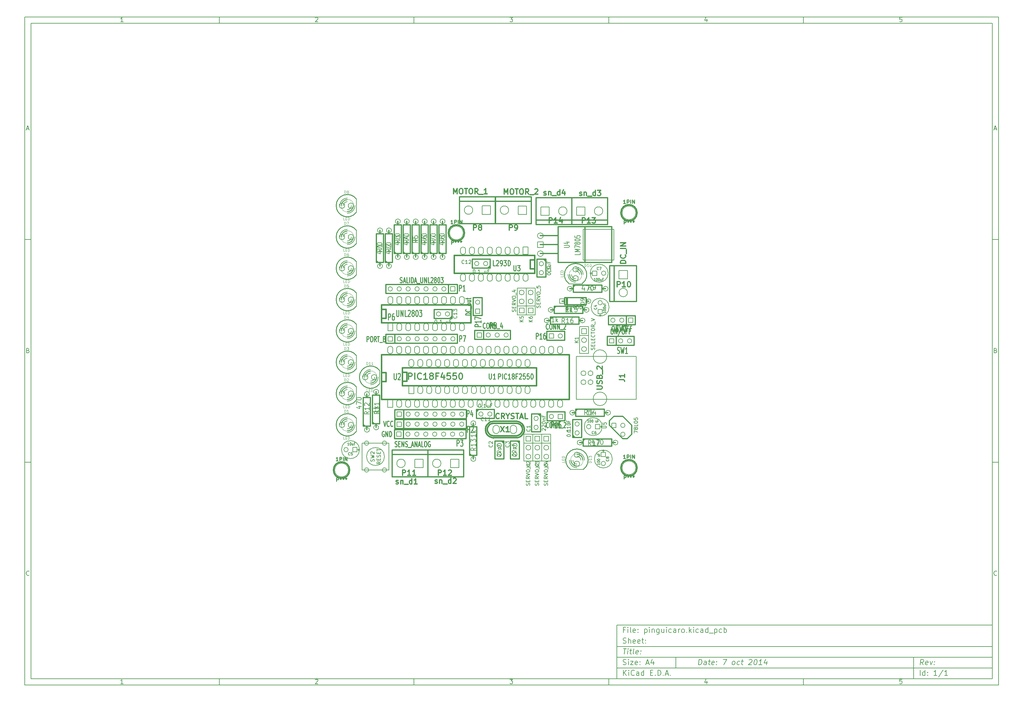
<source format=gto>
G04 (created by PCBNEW (2013-june-11)-stable) date mar 07 oct 2014 09:39:09 ART*
%MOIN*%
G04 Gerber Fmt 3.4, Leading zero omitted, Abs format*
%FSLAX34Y34*%
G01*
G70*
G90*
G04 APERTURE LIST*
%ADD10C,0.00590551*%
%ADD11C,0.005*%
%ADD12C,0.012*%
%ADD13C,0.006*%
%ADD14C,0.008*%
%ADD15C,0.003*%
%ADD16C,0.01*%
%ADD17C,0.015*%
%ADD18C,0.0107*%
%ADD19C,0.0035*%
%ADD20C,0.01125*%
%ADD21C,0.0113*%
%ADD22C,0.0075*%
%ADD23C,0.0106*%
G04 APERTURE END LIST*
G54D10*
X4000Y-4000D02*
X112930Y-4000D01*
X112930Y-78680D01*
X4000Y-78680D01*
X4000Y-4000D01*
X4700Y-4700D02*
X112230Y-4700D01*
X112230Y-77980D01*
X4700Y-77980D01*
X4700Y-4700D01*
X25780Y-4000D02*
X25780Y-4700D01*
X15032Y-4552D02*
X14747Y-4552D01*
X14890Y-4552D02*
X14890Y-4052D01*
X14842Y-4123D01*
X14794Y-4171D01*
X14747Y-4195D01*
X25780Y-78680D02*
X25780Y-77980D01*
X15032Y-78532D02*
X14747Y-78532D01*
X14890Y-78532D02*
X14890Y-78032D01*
X14842Y-78103D01*
X14794Y-78151D01*
X14747Y-78175D01*
X47560Y-4000D02*
X47560Y-4700D01*
X36527Y-4100D02*
X36550Y-4076D01*
X36598Y-4052D01*
X36717Y-4052D01*
X36765Y-4076D01*
X36789Y-4100D01*
X36812Y-4147D01*
X36812Y-4195D01*
X36789Y-4266D01*
X36503Y-4552D01*
X36812Y-4552D01*
X47560Y-78680D02*
X47560Y-77980D01*
X36527Y-78080D02*
X36550Y-78056D01*
X36598Y-78032D01*
X36717Y-78032D01*
X36765Y-78056D01*
X36789Y-78080D01*
X36812Y-78127D01*
X36812Y-78175D01*
X36789Y-78246D01*
X36503Y-78532D01*
X36812Y-78532D01*
X69340Y-4000D02*
X69340Y-4700D01*
X58283Y-4052D02*
X58592Y-4052D01*
X58426Y-4242D01*
X58497Y-4242D01*
X58545Y-4266D01*
X58569Y-4290D01*
X58592Y-4338D01*
X58592Y-4457D01*
X58569Y-4504D01*
X58545Y-4528D01*
X58497Y-4552D01*
X58354Y-4552D01*
X58307Y-4528D01*
X58283Y-4504D01*
X69340Y-78680D02*
X69340Y-77980D01*
X58283Y-78032D02*
X58592Y-78032D01*
X58426Y-78222D01*
X58497Y-78222D01*
X58545Y-78246D01*
X58569Y-78270D01*
X58592Y-78318D01*
X58592Y-78437D01*
X58569Y-78484D01*
X58545Y-78508D01*
X58497Y-78532D01*
X58354Y-78532D01*
X58307Y-78508D01*
X58283Y-78484D01*
X91120Y-4000D02*
X91120Y-4700D01*
X80325Y-4219D02*
X80325Y-4552D01*
X80206Y-4028D02*
X80087Y-4385D01*
X80396Y-4385D01*
X91120Y-78680D02*
X91120Y-77980D01*
X80325Y-78199D02*
X80325Y-78532D01*
X80206Y-78008D02*
X80087Y-78365D01*
X80396Y-78365D01*
X102129Y-4052D02*
X101890Y-4052D01*
X101867Y-4290D01*
X101890Y-4266D01*
X101938Y-4242D01*
X102057Y-4242D01*
X102105Y-4266D01*
X102129Y-4290D01*
X102152Y-4338D01*
X102152Y-4457D01*
X102129Y-4504D01*
X102105Y-4528D01*
X102057Y-4552D01*
X101938Y-4552D01*
X101890Y-4528D01*
X101867Y-4504D01*
X102129Y-78032D02*
X101890Y-78032D01*
X101867Y-78270D01*
X101890Y-78246D01*
X101938Y-78222D01*
X102057Y-78222D01*
X102105Y-78246D01*
X102129Y-78270D01*
X102152Y-78318D01*
X102152Y-78437D01*
X102129Y-78484D01*
X102105Y-78508D01*
X102057Y-78532D01*
X101938Y-78532D01*
X101890Y-78508D01*
X101867Y-78484D01*
X4000Y-28890D02*
X4700Y-28890D01*
X4230Y-16509D02*
X4469Y-16509D01*
X4183Y-16652D02*
X4350Y-16152D01*
X4516Y-16652D01*
X112930Y-28890D02*
X112230Y-28890D01*
X112460Y-16509D02*
X112699Y-16509D01*
X112413Y-16652D02*
X112580Y-16152D01*
X112746Y-16652D01*
X4000Y-53780D02*
X4700Y-53780D01*
X4385Y-41280D02*
X4457Y-41304D01*
X4480Y-41328D01*
X4504Y-41375D01*
X4504Y-41447D01*
X4480Y-41494D01*
X4457Y-41518D01*
X4409Y-41542D01*
X4219Y-41542D01*
X4219Y-41042D01*
X4385Y-41042D01*
X4433Y-41066D01*
X4457Y-41090D01*
X4480Y-41137D01*
X4480Y-41185D01*
X4457Y-41232D01*
X4433Y-41256D01*
X4385Y-41280D01*
X4219Y-41280D01*
X112930Y-53780D02*
X112230Y-53780D01*
X112615Y-41280D02*
X112687Y-41304D01*
X112710Y-41328D01*
X112734Y-41375D01*
X112734Y-41447D01*
X112710Y-41494D01*
X112687Y-41518D01*
X112639Y-41542D01*
X112449Y-41542D01*
X112449Y-41042D01*
X112615Y-41042D01*
X112663Y-41066D01*
X112687Y-41090D01*
X112710Y-41137D01*
X112710Y-41185D01*
X112687Y-41232D01*
X112663Y-41256D01*
X112615Y-41280D01*
X112449Y-41280D01*
X4504Y-66384D02*
X4480Y-66408D01*
X4409Y-66432D01*
X4361Y-66432D01*
X4290Y-66408D01*
X4242Y-66360D01*
X4219Y-66313D01*
X4195Y-66218D01*
X4195Y-66146D01*
X4219Y-66051D01*
X4242Y-66003D01*
X4290Y-65956D01*
X4361Y-65932D01*
X4409Y-65932D01*
X4480Y-65956D01*
X4504Y-65980D01*
X112734Y-66384D02*
X112710Y-66408D01*
X112639Y-66432D01*
X112591Y-66432D01*
X112520Y-66408D01*
X112472Y-66360D01*
X112449Y-66313D01*
X112425Y-66218D01*
X112425Y-66146D01*
X112449Y-66051D01*
X112472Y-66003D01*
X112520Y-65956D01*
X112591Y-65932D01*
X112639Y-65932D01*
X112710Y-65956D01*
X112734Y-65980D01*
X79380Y-76422D02*
X79455Y-75822D01*
X79597Y-75822D01*
X79680Y-75851D01*
X79730Y-75908D01*
X79751Y-75965D01*
X79765Y-76080D01*
X79755Y-76165D01*
X79712Y-76280D01*
X79676Y-76337D01*
X79612Y-76394D01*
X79522Y-76422D01*
X79380Y-76422D01*
X80237Y-76422D02*
X80276Y-76108D01*
X80255Y-76051D01*
X80201Y-76022D01*
X80087Y-76022D01*
X80026Y-76051D01*
X80240Y-76394D02*
X80180Y-76422D01*
X80037Y-76422D01*
X79983Y-76394D01*
X79962Y-76337D01*
X79969Y-76280D01*
X80005Y-76222D01*
X80065Y-76194D01*
X80208Y-76194D01*
X80269Y-76165D01*
X80487Y-76022D02*
X80715Y-76022D01*
X80597Y-75822D02*
X80533Y-76337D01*
X80555Y-76394D01*
X80608Y-76422D01*
X80665Y-76422D01*
X81097Y-76394D02*
X81037Y-76422D01*
X80922Y-76422D01*
X80869Y-76394D01*
X80847Y-76337D01*
X80876Y-76108D01*
X80912Y-76051D01*
X80972Y-76022D01*
X81087Y-76022D01*
X81140Y-76051D01*
X81162Y-76108D01*
X81155Y-76165D01*
X80862Y-76222D01*
X81387Y-76365D02*
X81412Y-76394D01*
X81380Y-76422D01*
X81355Y-76394D01*
X81387Y-76365D01*
X81380Y-76422D01*
X81426Y-76051D02*
X81451Y-76080D01*
X81419Y-76108D01*
X81394Y-76080D01*
X81426Y-76051D01*
X81419Y-76108D01*
X82140Y-75822D02*
X82540Y-75822D01*
X82208Y-76422D01*
X83237Y-76422D02*
X83183Y-76394D01*
X83158Y-76365D01*
X83137Y-76308D01*
X83158Y-76137D01*
X83194Y-76080D01*
X83226Y-76051D01*
X83287Y-76022D01*
X83372Y-76022D01*
X83426Y-76051D01*
X83451Y-76080D01*
X83472Y-76137D01*
X83451Y-76308D01*
X83415Y-76365D01*
X83383Y-76394D01*
X83322Y-76422D01*
X83237Y-76422D01*
X83955Y-76394D02*
X83894Y-76422D01*
X83780Y-76422D01*
X83726Y-76394D01*
X83701Y-76365D01*
X83680Y-76308D01*
X83701Y-76137D01*
X83737Y-76080D01*
X83769Y-76051D01*
X83830Y-76022D01*
X83944Y-76022D01*
X83997Y-76051D01*
X84172Y-76022D02*
X84401Y-76022D01*
X84283Y-75822D02*
X84219Y-76337D01*
X84240Y-76394D01*
X84294Y-76422D01*
X84351Y-76422D01*
X85047Y-75880D02*
X85080Y-75851D01*
X85140Y-75822D01*
X85283Y-75822D01*
X85337Y-75851D01*
X85362Y-75880D01*
X85383Y-75937D01*
X85376Y-75994D01*
X85337Y-76080D01*
X84951Y-76422D01*
X85322Y-76422D01*
X85769Y-75822D02*
X85826Y-75822D01*
X85880Y-75851D01*
X85905Y-75880D01*
X85926Y-75937D01*
X85940Y-76051D01*
X85922Y-76194D01*
X85880Y-76308D01*
X85844Y-76365D01*
X85812Y-76394D01*
X85751Y-76422D01*
X85694Y-76422D01*
X85640Y-76394D01*
X85615Y-76365D01*
X85594Y-76308D01*
X85580Y-76194D01*
X85597Y-76051D01*
X85640Y-75937D01*
X85676Y-75880D01*
X85708Y-75851D01*
X85769Y-75822D01*
X86465Y-76422D02*
X86122Y-76422D01*
X86294Y-76422D02*
X86369Y-75822D01*
X86301Y-75908D01*
X86237Y-75965D01*
X86176Y-75994D01*
X87030Y-76022D02*
X86980Y-76422D01*
X86915Y-75794D02*
X86719Y-76222D01*
X87090Y-76222D01*
X70972Y-77622D02*
X70972Y-77022D01*
X71315Y-77622D02*
X71058Y-77280D01*
X71315Y-77022D02*
X70972Y-77365D01*
X71572Y-77622D02*
X71572Y-77222D01*
X71572Y-77022D02*
X71544Y-77051D01*
X71572Y-77080D01*
X71601Y-77051D01*
X71572Y-77022D01*
X71572Y-77080D01*
X72201Y-77565D02*
X72172Y-77594D01*
X72087Y-77622D01*
X72030Y-77622D01*
X71944Y-77594D01*
X71887Y-77537D01*
X71858Y-77480D01*
X71830Y-77365D01*
X71830Y-77280D01*
X71858Y-77165D01*
X71887Y-77108D01*
X71944Y-77051D01*
X72030Y-77022D01*
X72087Y-77022D01*
X72172Y-77051D01*
X72201Y-77080D01*
X72715Y-77622D02*
X72715Y-77308D01*
X72687Y-77251D01*
X72630Y-77222D01*
X72515Y-77222D01*
X72458Y-77251D01*
X72715Y-77594D02*
X72658Y-77622D01*
X72515Y-77622D01*
X72458Y-77594D01*
X72430Y-77537D01*
X72430Y-77480D01*
X72458Y-77422D01*
X72515Y-77394D01*
X72658Y-77394D01*
X72715Y-77365D01*
X73258Y-77622D02*
X73258Y-77022D01*
X73258Y-77594D02*
X73201Y-77622D01*
X73087Y-77622D01*
X73030Y-77594D01*
X73001Y-77565D01*
X72972Y-77508D01*
X72972Y-77337D01*
X73001Y-77280D01*
X73030Y-77251D01*
X73087Y-77222D01*
X73201Y-77222D01*
X73258Y-77251D01*
X74001Y-77308D02*
X74201Y-77308D01*
X74287Y-77622D02*
X74001Y-77622D01*
X74001Y-77022D01*
X74287Y-77022D01*
X74544Y-77565D02*
X74572Y-77594D01*
X74544Y-77622D01*
X74515Y-77594D01*
X74544Y-77565D01*
X74544Y-77622D01*
X74829Y-77622D02*
X74829Y-77022D01*
X74972Y-77022D01*
X75058Y-77051D01*
X75115Y-77108D01*
X75144Y-77165D01*
X75172Y-77280D01*
X75172Y-77365D01*
X75144Y-77480D01*
X75115Y-77537D01*
X75058Y-77594D01*
X74972Y-77622D01*
X74829Y-77622D01*
X75429Y-77565D02*
X75458Y-77594D01*
X75429Y-77622D01*
X75401Y-77594D01*
X75429Y-77565D01*
X75429Y-77622D01*
X75687Y-77451D02*
X75972Y-77451D01*
X75629Y-77622D02*
X75829Y-77022D01*
X76029Y-77622D01*
X76229Y-77565D02*
X76258Y-77594D01*
X76229Y-77622D01*
X76201Y-77594D01*
X76229Y-77565D01*
X76229Y-77622D01*
X104522Y-76422D02*
X104358Y-76137D01*
X104180Y-76422D02*
X104255Y-75822D01*
X104483Y-75822D01*
X104537Y-75851D01*
X104562Y-75880D01*
X104583Y-75937D01*
X104572Y-76022D01*
X104537Y-76080D01*
X104505Y-76108D01*
X104444Y-76137D01*
X104215Y-76137D01*
X105012Y-76394D02*
X104951Y-76422D01*
X104837Y-76422D01*
X104783Y-76394D01*
X104762Y-76337D01*
X104790Y-76108D01*
X104826Y-76051D01*
X104887Y-76022D01*
X105001Y-76022D01*
X105055Y-76051D01*
X105076Y-76108D01*
X105069Y-76165D01*
X104776Y-76222D01*
X105287Y-76022D02*
X105380Y-76422D01*
X105572Y-76022D01*
X105758Y-76365D02*
X105783Y-76394D01*
X105751Y-76422D01*
X105726Y-76394D01*
X105758Y-76365D01*
X105751Y-76422D01*
X105797Y-76051D02*
X105822Y-76080D01*
X105790Y-76108D01*
X105765Y-76080D01*
X105797Y-76051D01*
X105790Y-76108D01*
X70944Y-76394D02*
X71030Y-76422D01*
X71172Y-76422D01*
X71230Y-76394D01*
X71258Y-76365D01*
X71287Y-76308D01*
X71287Y-76251D01*
X71258Y-76194D01*
X71230Y-76165D01*
X71172Y-76137D01*
X71058Y-76108D01*
X71001Y-76080D01*
X70972Y-76051D01*
X70944Y-75994D01*
X70944Y-75937D01*
X70972Y-75880D01*
X71001Y-75851D01*
X71058Y-75822D01*
X71201Y-75822D01*
X71287Y-75851D01*
X71544Y-76422D02*
X71544Y-76022D01*
X71544Y-75822D02*
X71515Y-75851D01*
X71544Y-75880D01*
X71572Y-75851D01*
X71544Y-75822D01*
X71544Y-75880D01*
X71772Y-76022D02*
X72087Y-76022D01*
X71772Y-76422D01*
X72087Y-76422D01*
X72544Y-76394D02*
X72487Y-76422D01*
X72372Y-76422D01*
X72315Y-76394D01*
X72287Y-76337D01*
X72287Y-76108D01*
X72315Y-76051D01*
X72372Y-76022D01*
X72487Y-76022D01*
X72544Y-76051D01*
X72572Y-76108D01*
X72572Y-76165D01*
X72287Y-76222D01*
X72830Y-76365D02*
X72858Y-76394D01*
X72830Y-76422D01*
X72801Y-76394D01*
X72830Y-76365D01*
X72830Y-76422D01*
X72830Y-76051D02*
X72858Y-76080D01*
X72830Y-76108D01*
X72801Y-76080D01*
X72830Y-76051D01*
X72830Y-76108D01*
X73544Y-76251D02*
X73830Y-76251D01*
X73487Y-76422D02*
X73687Y-75822D01*
X73887Y-76422D01*
X74344Y-76022D02*
X74344Y-76422D01*
X74201Y-75794D02*
X74058Y-76222D01*
X74430Y-76222D01*
X104172Y-77622D02*
X104172Y-77022D01*
X104715Y-77622D02*
X104715Y-77022D01*
X104715Y-77594D02*
X104658Y-77622D01*
X104544Y-77622D01*
X104487Y-77594D01*
X104458Y-77565D01*
X104430Y-77508D01*
X104430Y-77337D01*
X104458Y-77280D01*
X104487Y-77251D01*
X104544Y-77222D01*
X104658Y-77222D01*
X104715Y-77251D01*
X105001Y-77565D02*
X105030Y-77594D01*
X105001Y-77622D01*
X104972Y-77594D01*
X105001Y-77565D01*
X105001Y-77622D01*
X105001Y-77251D02*
X105030Y-77280D01*
X105001Y-77308D01*
X104972Y-77280D01*
X105001Y-77251D01*
X105001Y-77308D01*
X106058Y-77622D02*
X105715Y-77622D01*
X105887Y-77622D02*
X105887Y-77022D01*
X105829Y-77108D01*
X105772Y-77165D01*
X105715Y-77194D01*
X106744Y-76994D02*
X106230Y-77765D01*
X107258Y-77622D02*
X106915Y-77622D01*
X107087Y-77622D02*
X107087Y-77022D01*
X107029Y-77108D01*
X106972Y-77165D01*
X106915Y-77194D01*
X70969Y-74622D02*
X71312Y-74622D01*
X71065Y-75222D02*
X71140Y-74622D01*
X71437Y-75222D02*
X71487Y-74822D01*
X71512Y-74622D02*
X71480Y-74651D01*
X71505Y-74680D01*
X71537Y-74651D01*
X71512Y-74622D01*
X71505Y-74680D01*
X71687Y-74822D02*
X71915Y-74822D01*
X71797Y-74622D02*
X71733Y-75137D01*
X71755Y-75194D01*
X71808Y-75222D01*
X71865Y-75222D01*
X72151Y-75222D02*
X72097Y-75194D01*
X72076Y-75137D01*
X72140Y-74622D01*
X72612Y-75194D02*
X72551Y-75222D01*
X72437Y-75222D01*
X72383Y-75194D01*
X72362Y-75137D01*
X72390Y-74908D01*
X72426Y-74851D01*
X72487Y-74822D01*
X72601Y-74822D01*
X72655Y-74851D01*
X72676Y-74908D01*
X72669Y-74965D01*
X72376Y-75022D01*
X72901Y-75165D02*
X72926Y-75194D01*
X72894Y-75222D01*
X72869Y-75194D01*
X72901Y-75165D01*
X72894Y-75222D01*
X72940Y-74851D02*
X72965Y-74880D01*
X72933Y-74908D01*
X72908Y-74880D01*
X72940Y-74851D01*
X72933Y-74908D01*
X71172Y-72508D02*
X70972Y-72508D01*
X70972Y-72822D02*
X70972Y-72222D01*
X71258Y-72222D01*
X71487Y-72822D02*
X71487Y-72422D01*
X71487Y-72222D02*
X71458Y-72251D01*
X71487Y-72280D01*
X71515Y-72251D01*
X71487Y-72222D01*
X71487Y-72280D01*
X71858Y-72822D02*
X71801Y-72794D01*
X71772Y-72737D01*
X71772Y-72222D01*
X72315Y-72794D02*
X72258Y-72822D01*
X72144Y-72822D01*
X72087Y-72794D01*
X72058Y-72737D01*
X72058Y-72508D01*
X72087Y-72451D01*
X72144Y-72422D01*
X72258Y-72422D01*
X72315Y-72451D01*
X72344Y-72508D01*
X72344Y-72565D01*
X72058Y-72622D01*
X72601Y-72765D02*
X72630Y-72794D01*
X72601Y-72822D01*
X72572Y-72794D01*
X72601Y-72765D01*
X72601Y-72822D01*
X72601Y-72451D02*
X72630Y-72480D01*
X72601Y-72508D01*
X72572Y-72480D01*
X72601Y-72451D01*
X72601Y-72508D01*
X73344Y-72422D02*
X73344Y-73022D01*
X73344Y-72451D02*
X73401Y-72422D01*
X73515Y-72422D01*
X73572Y-72451D01*
X73601Y-72480D01*
X73630Y-72537D01*
X73630Y-72708D01*
X73601Y-72765D01*
X73572Y-72794D01*
X73515Y-72822D01*
X73401Y-72822D01*
X73344Y-72794D01*
X73887Y-72822D02*
X73887Y-72422D01*
X73887Y-72222D02*
X73858Y-72251D01*
X73887Y-72280D01*
X73915Y-72251D01*
X73887Y-72222D01*
X73887Y-72280D01*
X74172Y-72422D02*
X74172Y-72822D01*
X74172Y-72480D02*
X74201Y-72451D01*
X74258Y-72422D01*
X74344Y-72422D01*
X74401Y-72451D01*
X74430Y-72508D01*
X74430Y-72822D01*
X74972Y-72422D02*
X74972Y-72908D01*
X74944Y-72965D01*
X74915Y-72994D01*
X74858Y-73022D01*
X74772Y-73022D01*
X74715Y-72994D01*
X74972Y-72794D02*
X74915Y-72822D01*
X74801Y-72822D01*
X74744Y-72794D01*
X74715Y-72765D01*
X74687Y-72708D01*
X74687Y-72537D01*
X74715Y-72480D01*
X74744Y-72451D01*
X74801Y-72422D01*
X74915Y-72422D01*
X74972Y-72451D01*
X75515Y-72422D02*
X75515Y-72822D01*
X75258Y-72422D02*
X75258Y-72737D01*
X75287Y-72794D01*
X75344Y-72822D01*
X75430Y-72822D01*
X75487Y-72794D01*
X75515Y-72765D01*
X75801Y-72822D02*
X75801Y-72422D01*
X75801Y-72222D02*
X75772Y-72251D01*
X75801Y-72280D01*
X75830Y-72251D01*
X75801Y-72222D01*
X75801Y-72280D01*
X76344Y-72794D02*
X76287Y-72822D01*
X76172Y-72822D01*
X76115Y-72794D01*
X76087Y-72765D01*
X76058Y-72708D01*
X76058Y-72537D01*
X76087Y-72480D01*
X76115Y-72451D01*
X76172Y-72422D01*
X76287Y-72422D01*
X76344Y-72451D01*
X76858Y-72822D02*
X76858Y-72508D01*
X76830Y-72451D01*
X76772Y-72422D01*
X76658Y-72422D01*
X76601Y-72451D01*
X76858Y-72794D02*
X76801Y-72822D01*
X76658Y-72822D01*
X76601Y-72794D01*
X76572Y-72737D01*
X76572Y-72680D01*
X76601Y-72622D01*
X76658Y-72594D01*
X76801Y-72594D01*
X76858Y-72565D01*
X77144Y-72822D02*
X77144Y-72422D01*
X77144Y-72537D02*
X77172Y-72480D01*
X77201Y-72451D01*
X77258Y-72422D01*
X77315Y-72422D01*
X77601Y-72822D02*
X77544Y-72794D01*
X77515Y-72765D01*
X77487Y-72708D01*
X77487Y-72537D01*
X77515Y-72480D01*
X77544Y-72451D01*
X77601Y-72422D01*
X77687Y-72422D01*
X77744Y-72451D01*
X77772Y-72480D01*
X77801Y-72537D01*
X77801Y-72708D01*
X77772Y-72765D01*
X77744Y-72794D01*
X77687Y-72822D01*
X77601Y-72822D01*
X78058Y-72765D02*
X78087Y-72794D01*
X78058Y-72822D01*
X78030Y-72794D01*
X78058Y-72765D01*
X78058Y-72822D01*
X78344Y-72822D02*
X78344Y-72222D01*
X78401Y-72594D02*
X78572Y-72822D01*
X78572Y-72422D02*
X78344Y-72651D01*
X78829Y-72822D02*
X78829Y-72422D01*
X78829Y-72222D02*
X78801Y-72251D01*
X78829Y-72280D01*
X78858Y-72251D01*
X78829Y-72222D01*
X78829Y-72280D01*
X79372Y-72794D02*
X79315Y-72822D01*
X79201Y-72822D01*
X79144Y-72794D01*
X79115Y-72765D01*
X79087Y-72708D01*
X79087Y-72537D01*
X79115Y-72480D01*
X79144Y-72451D01*
X79201Y-72422D01*
X79315Y-72422D01*
X79372Y-72451D01*
X79887Y-72822D02*
X79887Y-72508D01*
X79858Y-72451D01*
X79801Y-72422D01*
X79687Y-72422D01*
X79629Y-72451D01*
X79887Y-72794D02*
X79829Y-72822D01*
X79687Y-72822D01*
X79629Y-72794D01*
X79601Y-72737D01*
X79601Y-72680D01*
X79629Y-72622D01*
X79687Y-72594D01*
X79829Y-72594D01*
X79887Y-72565D01*
X80429Y-72822D02*
X80429Y-72222D01*
X80429Y-72794D02*
X80372Y-72822D01*
X80258Y-72822D01*
X80201Y-72794D01*
X80172Y-72765D01*
X80144Y-72708D01*
X80144Y-72537D01*
X80172Y-72480D01*
X80201Y-72451D01*
X80258Y-72422D01*
X80372Y-72422D01*
X80429Y-72451D01*
X80572Y-72880D02*
X81029Y-72880D01*
X81172Y-72422D02*
X81172Y-73022D01*
X81172Y-72451D02*
X81229Y-72422D01*
X81344Y-72422D01*
X81401Y-72451D01*
X81429Y-72480D01*
X81458Y-72537D01*
X81458Y-72708D01*
X81429Y-72765D01*
X81401Y-72794D01*
X81344Y-72822D01*
X81229Y-72822D01*
X81172Y-72794D01*
X81972Y-72794D02*
X81915Y-72822D01*
X81801Y-72822D01*
X81744Y-72794D01*
X81715Y-72765D01*
X81687Y-72708D01*
X81687Y-72537D01*
X81715Y-72480D01*
X81744Y-72451D01*
X81801Y-72422D01*
X81915Y-72422D01*
X81972Y-72451D01*
X82229Y-72822D02*
X82229Y-72222D01*
X82229Y-72451D02*
X82287Y-72422D01*
X82401Y-72422D01*
X82458Y-72451D01*
X82487Y-72480D01*
X82515Y-72537D01*
X82515Y-72708D01*
X82487Y-72765D01*
X82458Y-72794D01*
X82401Y-72822D01*
X82287Y-72822D01*
X82229Y-72794D01*
X70944Y-73994D02*
X71030Y-74022D01*
X71172Y-74022D01*
X71230Y-73994D01*
X71258Y-73965D01*
X71287Y-73908D01*
X71287Y-73851D01*
X71258Y-73794D01*
X71230Y-73765D01*
X71172Y-73737D01*
X71058Y-73708D01*
X71001Y-73680D01*
X70972Y-73651D01*
X70944Y-73594D01*
X70944Y-73537D01*
X70972Y-73480D01*
X71001Y-73451D01*
X71058Y-73422D01*
X71201Y-73422D01*
X71287Y-73451D01*
X71544Y-74022D02*
X71544Y-73422D01*
X71801Y-74022D02*
X71801Y-73708D01*
X71772Y-73651D01*
X71715Y-73622D01*
X71630Y-73622D01*
X71572Y-73651D01*
X71544Y-73680D01*
X72315Y-73994D02*
X72258Y-74022D01*
X72144Y-74022D01*
X72087Y-73994D01*
X72058Y-73937D01*
X72058Y-73708D01*
X72087Y-73651D01*
X72144Y-73622D01*
X72258Y-73622D01*
X72315Y-73651D01*
X72344Y-73708D01*
X72344Y-73765D01*
X72058Y-73822D01*
X72830Y-73994D02*
X72772Y-74022D01*
X72658Y-74022D01*
X72601Y-73994D01*
X72572Y-73937D01*
X72572Y-73708D01*
X72601Y-73651D01*
X72658Y-73622D01*
X72772Y-73622D01*
X72830Y-73651D01*
X72858Y-73708D01*
X72858Y-73765D01*
X72572Y-73822D01*
X73030Y-73622D02*
X73258Y-73622D01*
X73115Y-73422D02*
X73115Y-73937D01*
X73144Y-73994D01*
X73201Y-74022D01*
X73258Y-74022D01*
X73458Y-73965D02*
X73487Y-73994D01*
X73458Y-74022D01*
X73430Y-73994D01*
X73458Y-73965D01*
X73458Y-74022D01*
X73458Y-73651D02*
X73487Y-73680D01*
X73458Y-73708D01*
X73430Y-73680D01*
X73458Y-73651D01*
X73458Y-73708D01*
X70230Y-71980D02*
X70230Y-77980D01*
X70230Y-71980D02*
X112230Y-71980D01*
X70230Y-71980D02*
X112230Y-71980D01*
X70230Y-74380D02*
X112230Y-74380D01*
X103430Y-75580D02*
X103430Y-77980D01*
X70230Y-76780D02*
X112230Y-76780D01*
X70230Y-75580D02*
X112230Y-75580D01*
X76830Y-75580D02*
X76830Y-76780D01*
G54D11*
X72410Y-46730D02*
X72410Y-41930D01*
X72410Y-41930D02*
X65710Y-41930D01*
X65710Y-41930D02*
X65710Y-46730D01*
X65710Y-46730D02*
X72410Y-46730D01*
X44250Y-53140D02*
G75*
G03X44250Y-53140I-1000J0D01*
G74*
G01*
X41750Y-54640D02*
X41750Y-51640D01*
X41750Y-51640D02*
X44750Y-51640D01*
X44750Y-51640D02*
X44750Y-54640D01*
X41750Y-54640D02*
X44750Y-54640D01*
G54D12*
X52400Y-34900D02*
X44400Y-34900D01*
X44400Y-34900D02*
X44400Y-33900D01*
X44400Y-33900D02*
X52400Y-33900D01*
X52400Y-33900D02*
X52400Y-34900D01*
X51400Y-33900D02*
X51400Y-34900D01*
X45400Y-49020D02*
X53400Y-49020D01*
X53400Y-49020D02*
X53400Y-50020D01*
X53400Y-50020D02*
X45400Y-50020D01*
X45400Y-50020D02*
X45400Y-49020D01*
X46400Y-50020D02*
X46400Y-49020D01*
X45370Y-50136D02*
X53370Y-50136D01*
X53370Y-50136D02*
X53370Y-51136D01*
X53370Y-51136D02*
X45370Y-51136D01*
X45370Y-51136D02*
X45370Y-50136D01*
X46370Y-51136D02*
X46370Y-50136D01*
X45400Y-47900D02*
X53400Y-47900D01*
X53400Y-47900D02*
X53400Y-48900D01*
X53400Y-48900D02*
X45400Y-48900D01*
X45400Y-48900D02*
X45400Y-47900D01*
X46400Y-48900D02*
X46400Y-47900D01*
X44406Y-39484D02*
X52406Y-39484D01*
X52406Y-39484D02*
X52406Y-40484D01*
X52406Y-40484D02*
X44406Y-40484D01*
X44406Y-40484D02*
X44406Y-39484D01*
X45406Y-40484D02*
X45406Y-39484D01*
X54195Y-53415D02*
X54195Y-53015D01*
X54195Y-53015D02*
X53795Y-53015D01*
X53795Y-53015D02*
X53795Y-49815D01*
X53795Y-49815D02*
X54595Y-49815D01*
X54595Y-49815D02*
X54595Y-53015D01*
X54595Y-53015D02*
X54195Y-53015D01*
X53995Y-53015D02*
X53795Y-52815D01*
X54195Y-49415D02*
X54195Y-49815D01*
X62400Y-37930D02*
X62800Y-37930D01*
X62800Y-37930D02*
X62800Y-37530D01*
X62800Y-37530D02*
X66000Y-37530D01*
X66000Y-37530D02*
X66000Y-38330D01*
X66000Y-38330D02*
X62800Y-38330D01*
X62800Y-38330D02*
X62800Y-37930D01*
X62800Y-37730D02*
X63000Y-37530D01*
X66400Y-37930D02*
X66000Y-37930D01*
X62850Y-36745D02*
X63250Y-36745D01*
X63250Y-36745D02*
X63250Y-36345D01*
X63250Y-36345D02*
X66450Y-36345D01*
X66450Y-36345D02*
X66450Y-37145D01*
X66450Y-37145D02*
X63250Y-37145D01*
X63250Y-37145D02*
X63250Y-36745D01*
X63250Y-36545D02*
X63450Y-36345D01*
X66850Y-36745D02*
X66450Y-36745D01*
X65260Y-48240D02*
X65660Y-48240D01*
X65660Y-48240D02*
X65660Y-47840D01*
X65660Y-47840D02*
X68860Y-47840D01*
X68860Y-47840D02*
X68860Y-48640D01*
X68860Y-48640D02*
X65660Y-48640D01*
X65660Y-48640D02*
X65660Y-48240D01*
X65660Y-48040D02*
X65860Y-47840D01*
X69260Y-48240D02*
X68860Y-48240D01*
X42290Y-50158D02*
X42290Y-49758D01*
X42290Y-49758D02*
X41890Y-49758D01*
X41890Y-49758D02*
X41890Y-46558D01*
X41890Y-46558D02*
X42690Y-46558D01*
X42690Y-46558D02*
X42690Y-49758D01*
X42690Y-49758D02*
X42290Y-49758D01*
X42090Y-49758D02*
X41890Y-49558D01*
X42290Y-46158D02*
X42290Y-46558D01*
X43750Y-31850D02*
X43750Y-31450D01*
X43750Y-31450D02*
X43350Y-31450D01*
X43350Y-31450D02*
X43350Y-28250D01*
X43350Y-28250D02*
X44150Y-28250D01*
X44150Y-28250D02*
X44150Y-31450D01*
X44150Y-31450D02*
X43750Y-31450D01*
X43550Y-31450D02*
X43350Y-31250D01*
X43750Y-27850D02*
X43750Y-28250D01*
X44750Y-31850D02*
X44750Y-31450D01*
X44750Y-31450D02*
X44350Y-31450D01*
X44350Y-31450D02*
X44350Y-28250D01*
X44350Y-28250D02*
X45150Y-28250D01*
X45150Y-28250D02*
X45150Y-31450D01*
X45150Y-31450D02*
X44750Y-31450D01*
X44550Y-31450D02*
X44350Y-31250D01*
X44750Y-27850D02*
X44750Y-28250D01*
X45750Y-30850D02*
X45750Y-30450D01*
X45750Y-30450D02*
X45350Y-30450D01*
X45350Y-30450D02*
X45350Y-27250D01*
X45350Y-27250D02*
X46150Y-27250D01*
X46150Y-27250D02*
X46150Y-30450D01*
X46150Y-30450D02*
X45750Y-30450D01*
X45550Y-30450D02*
X45350Y-30250D01*
X45750Y-26850D02*
X45750Y-27250D01*
X46750Y-30850D02*
X46750Y-30450D01*
X46750Y-30450D02*
X46350Y-30450D01*
X46350Y-30450D02*
X46350Y-27250D01*
X46350Y-27250D02*
X47150Y-27250D01*
X47150Y-27250D02*
X47150Y-30450D01*
X47150Y-30450D02*
X46750Y-30450D01*
X46550Y-30450D02*
X46350Y-30250D01*
X46750Y-26850D02*
X46750Y-27250D01*
X47750Y-30850D02*
X47750Y-30450D01*
X47750Y-30450D02*
X47350Y-30450D01*
X47350Y-30450D02*
X47350Y-27250D01*
X47350Y-27250D02*
X48150Y-27250D01*
X48150Y-27250D02*
X48150Y-30450D01*
X48150Y-30450D02*
X47750Y-30450D01*
X47550Y-30450D02*
X47350Y-30250D01*
X47750Y-26850D02*
X47750Y-27250D01*
X48750Y-30850D02*
X48750Y-30450D01*
X48750Y-30450D02*
X48350Y-30450D01*
X48350Y-30450D02*
X48350Y-27250D01*
X48350Y-27250D02*
X49150Y-27250D01*
X49150Y-27250D02*
X49150Y-30450D01*
X49150Y-30450D02*
X48750Y-30450D01*
X48550Y-30450D02*
X48350Y-30250D01*
X48750Y-26850D02*
X48750Y-27250D01*
X49750Y-30850D02*
X49750Y-30450D01*
X49750Y-30450D02*
X49350Y-30450D01*
X49350Y-30450D02*
X49350Y-27250D01*
X49350Y-27250D02*
X50150Y-27250D01*
X50150Y-27250D02*
X50150Y-30450D01*
X50150Y-30450D02*
X49750Y-30450D01*
X49550Y-30450D02*
X49350Y-30250D01*
X49750Y-26850D02*
X49750Y-27250D01*
X50750Y-30850D02*
X50750Y-30450D01*
X50750Y-30450D02*
X50350Y-30450D01*
X50350Y-30450D02*
X50350Y-27250D01*
X50350Y-27250D02*
X51150Y-27250D01*
X51150Y-27250D02*
X51150Y-30450D01*
X51150Y-30450D02*
X50750Y-30450D01*
X50550Y-30450D02*
X50350Y-30250D01*
X50750Y-26850D02*
X50750Y-27250D01*
X64980Y-34380D02*
X65380Y-34380D01*
X65380Y-34380D02*
X65380Y-33980D01*
X65380Y-33980D02*
X68580Y-33980D01*
X68580Y-33980D02*
X68580Y-34780D01*
X68580Y-34780D02*
X65380Y-34780D01*
X65380Y-34780D02*
X65380Y-34380D01*
X65380Y-34180D02*
X65580Y-33980D01*
X68980Y-34380D02*
X68580Y-34380D01*
X43324Y-49894D02*
X43324Y-49494D01*
X43324Y-49494D02*
X42924Y-49494D01*
X42924Y-49494D02*
X42924Y-46294D01*
X42924Y-46294D02*
X43724Y-46294D01*
X43724Y-46294D02*
X43724Y-49494D01*
X43724Y-49494D02*
X43324Y-49494D01*
X43124Y-49494D02*
X42924Y-49294D01*
X43324Y-45894D02*
X43324Y-46294D01*
G54D13*
X61100Y-37300D02*
X60100Y-37300D01*
X60100Y-37300D02*
X60100Y-34300D01*
X60100Y-34300D02*
X61100Y-34300D01*
X61100Y-34300D02*
X61100Y-37300D01*
X60100Y-36300D02*
X61100Y-36300D01*
X60100Y-37300D02*
X59100Y-37300D01*
X59100Y-37300D02*
X59100Y-34300D01*
X59100Y-34300D02*
X60100Y-34300D01*
X60100Y-34300D02*
X60100Y-37300D01*
X59100Y-36300D02*
X60100Y-36300D01*
X61850Y-50650D02*
X62850Y-50650D01*
X62850Y-50650D02*
X62850Y-53650D01*
X62850Y-53650D02*
X61850Y-53650D01*
X61850Y-53650D02*
X61850Y-50650D01*
X62850Y-51650D02*
X61850Y-51650D01*
X60850Y-50650D02*
X61850Y-50650D01*
X61850Y-50650D02*
X61850Y-53650D01*
X61850Y-53650D02*
X60850Y-53650D01*
X60850Y-53650D02*
X60850Y-50650D01*
X61850Y-51650D02*
X60850Y-51650D01*
X59850Y-50650D02*
X60850Y-50650D01*
X60850Y-50650D02*
X60850Y-53650D01*
X60850Y-53650D02*
X59850Y-53650D01*
X59850Y-53650D02*
X59850Y-50650D01*
X60850Y-51650D02*
X59850Y-51650D01*
X66078Y-38628D02*
X67078Y-38628D01*
X67078Y-38628D02*
X67078Y-41628D01*
X67078Y-41628D02*
X66078Y-41628D01*
X66078Y-41628D02*
X66078Y-38628D01*
X67078Y-39628D02*
X66078Y-39628D01*
G54D12*
X61695Y-28460D02*
X63695Y-28460D01*
X61695Y-29460D02*
X63695Y-29460D01*
X61695Y-30460D02*
X63695Y-30460D01*
X63695Y-27960D02*
X63695Y-31460D01*
X63695Y-31460D02*
X69695Y-31460D01*
X69695Y-31460D02*
X69695Y-27460D01*
X63695Y-27960D02*
X63695Y-27460D01*
X66695Y-30960D02*
X66695Y-27460D01*
X66695Y-30960D02*
X66695Y-31460D01*
X63695Y-27460D02*
X69695Y-27460D01*
G54D14*
X43720Y-45020D02*
X43720Y-43520D01*
G54D15*
X43407Y-44270D02*
G75*
G03X43407Y-44270I-707J0D01*
G74*
G01*
G54D16*
X43699Y-43519D02*
G75*
G03X43699Y-45020I-999J-750D01*
G74*
G01*
G54D13*
X42700Y-43820D02*
G75*
G03X42250Y-44270I0J-450D01*
G74*
G01*
X42700Y-44720D02*
G75*
G03X43150Y-44270I0J450D01*
G74*
G01*
X42700Y-43620D02*
G75*
G03X42050Y-44270I0J-650D01*
G74*
G01*
X42700Y-44920D02*
G75*
G03X43350Y-44270I0J650D01*
G74*
G01*
X42700Y-43420D02*
G75*
G03X41850Y-44270I0J-850D01*
G74*
G01*
X42700Y-45120D02*
G75*
G03X43550Y-44270I0J850D01*
G74*
G01*
G54D14*
X41120Y-46850D02*
X41120Y-45350D01*
G54D15*
X40807Y-46100D02*
G75*
G03X40807Y-46100I-707J0D01*
G74*
G01*
G54D16*
X41099Y-45349D02*
G75*
G03X41099Y-46850I-999J-750D01*
G74*
G01*
G54D13*
X40100Y-45650D02*
G75*
G03X39650Y-46100I0J-450D01*
G74*
G01*
X40100Y-46550D02*
G75*
G03X40550Y-46100I0J450D01*
G74*
G01*
X40100Y-45450D02*
G75*
G03X39450Y-46100I0J-650D01*
G74*
G01*
X40100Y-46750D02*
G75*
G03X40750Y-46100I0J650D01*
G74*
G01*
X40100Y-45250D02*
G75*
G03X39250Y-46100I0J-850D01*
G74*
G01*
X40100Y-46950D02*
G75*
G03X40950Y-46100I0J850D01*
G74*
G01*
G54D14*
X41120Y-43350D02*
X41120Y-41850D01*
G54D15*
X40807Y-42600D02*
G75*
G03X40807Y-42600I-707J0D01*
G74*
G01*
G54D16*
X41099Y-41849D02*
G75*
G03X41099Y-43350I-999J-750D01*
G74*
G01*
G54D13*
X40100Y-42150D02*
G75*
G03X39650Y-42600I0J-450D01*
G74*
G01*
X40100Y-43050D02*
G75*
G03X40550Y-42600I0J450D01*
G74*
G01*
X40100Y-41950D02*
G75*
G03X39450Y-42600I0J-650D01*
G74*
G01*
X40100Y-43250D02*
G75*
G03X40750Y-42600I0J650D01*
G74*
G01*
X40100Y-41750D02*
G75*
G03X39250Y-42600I0J-850D01*
G74*
G01*
X40100Y-43450D02*
G75*
G03X40950Y-42600I0J850D01*
G74*
G01*
G54D14*
X41120Y-39850D02*
X41120Y-38350D01*
G54D15*
X40807Y-39100D02*
G75*
G03X40807Y-39100I-707J0D01*
G74*
G01*
G54D16*
X41099Y-38349D02*
G75*
G03X41099Y-39850I-999J-750D01*
G74*
G01*
G54D13*
X40100Y-38650D02*
G75*
G03X39650Y-39100I0J-450D01*
G74*
G01*
X40100Y-39550D02*
G75*
G03X40550Y-39100I0J450D01*
G74*
G01*
X40100Y-38450D02*
G75*
G03X39450Y-39100I0J-650D01*
G74*
G01*
X40100Y-39750D02*
G75*
G03X40750Y-39100I0J650D01*
G74*
G01*
X40100Y-38250D02*
G75*
G03X39250Y-39100I0J-850D01*
G74*
G01*
X40100Y-39950D02*
G75*
G03X40950Y-39100I0J850D01*
G74*
G01*
G54D14*
X41120Y-36350D02*
X41120Y-34850D01*
G54D15*
X40807Y-35600D02*
G75*
G03X40807Y-35600I-707J0D01*
G74*
G01*
G54D16*
X41099Y-34849D02*
G75*
G03X41099Y-36350I-999J-750D01*
G74*
G01*
G54D13*
X40100Y-35150D02*
G75*
G03X39650Y-35600I0J-450D01*
G74*
G01*
X40100Y-36050D02*
G75*
G03X40550Y-35600I0J450D01*
G74*
G01*
X40100Y-34950D02*
G75*
G03X39450Y-35600I0J-650D01*
G74*
G01*
X40100Y-36250D02*
G75*
G03X40750Y-35600I0J650D01*
G74*
G01*
X40100Y-34750D02*
G75*
G03X39250Y-35600I0J-850D01*
G74*
G01*
X40100Y-36450D02*
G75*
G03X40950Y-35600I0J850D01*
G74*
G01*
G54D14*
X41120Y-32850D02*
X41120Y-31350D01*
G54D15*
X40807Y-32100D02*
G75*
G03X40807Y-32100I-707J0D01*
G74*
G01*
G54D16*
X41099Y-31349D02*
G75*
G03X41099Y-32850I-999J-750D01*
G74*
G01*
G54D13*
X40100Y-31650D02*
G75*
G03X39650Y-32100I0J-450D01*
G74*
G01*
X40100Y-32550D02*
G75*
G03X40550Y-32100I0J450D01*
G74*
G01*
X40100Y-31450D02*
G75*
G03X39450Y-32100I0J-650D01*
G74*
G01*
X40100Y-32750D02*
G75*
G03X40750Y-32100I0J650D01*
G74*
G01*
X40100Y-31250D02*
G75*
G03X39250Y-32100I0J-850D01*
G74*
G01*
X40100Y-32950D02*
G75*
G03X40950Y-32100I0J850D01*
G74*
G01*
G54D14*
X41120Y-29350D02*
X41120Y-27850D01*
G54D15*
X40807Y-28600D02*
G75*
G03X40807Y-28600I-707J0D01*
G74*
G01*
G54D16*
X41099Y-27849D02*
G75*
G03X41099Y-29350I-999J-750D01*
G74*
G01*
G54D13*
X40100Y-28150D02*
G75*
G03X39650Y-28600I0J-450D01*
G74*
G01*
X40100Y-29050D02*
G75*
G03X40550Y-28600I0J450D01*
G74*
G01*
X40100Y-27950D02*
G75*
G03X39450Y-28600I0J-650D01*
G74*
G01*
X40100Y-29250D02*
G75*
G03X40750Y-28600I0J650D01*
G74*
G01*
X40100Y-27750D02*
G75*
G03X39250Y-28600I0J-850D01*
G74*
G01*
X40100Y-29450D02*
G75*
G03X40950Y-28600I0J850D01*
G74*
G01*
G54D14*
X41120Y-25850D02*
X41120Y-24350D01*
G54D15*
X40807Y-25100D02*
G75*
G03X40807Y-25100I-707J0D01*
G74*
G01*
G54D16*
X41099Y-24349D02*
G75*
G03X41099Y-25850I-999J-750D01*
G74*
G01*
G54D13*
X40100Y-24650D02*
G75*
G03X39650Y-25100I0J-450D01*
G74*
G01*
X40100Y-25550D02*
G75*
G03X40550Y-25100I0J450D01*
G74*
G01*
X40100Y-24450D02*
G75*
G03X39450Y-25100I0J-650D01*
G74*
G01*
X40100Y-25750D02*
G75*
G03X40750Y-25100I0J650D01*
G74*
G01*
X40100Y-24250D02*
G75*
G03X39250Y-25100I0J-850D01*
G74*
G01*
X40100Y-25950D02*
G75*
G03X40950Y-25100I0J850D01*
G74*
G01*
G54D14*
X64880Y-33830D02*
X66380Y-33830D01*
G54D15*
X66337Y-32810D02*
G75*
G03X66337Y-32810I-707J0D01*
G74*
G01*
G54D16*
X66380Y-33809D02*
G75*
G03X64879Y-33809I-750J999D01*
G74*
G01*
G54D13*
X66080Y-32810D02*
G75*
G03X65630Y-32360I-450J0D01*
G74*
G01*
X65180Y-32810D02*
G75*
G03X65630Y-33260I450J0D01*
G74*
G01*
X66280Y-32810D02*
G75*
G03X65630Y-32160I-650J0D01*
G74*
G01*
X64980Y-32810D02*
G75*
G03X65630Y-33460I650J0D01*
G74*
G01*
X66480Y-32810D02*
G75*
G03X65630Y-31960I-850J0D01*
G74*
G01*
X64780Y-32810D02*
G75*
G03X65630Y-33660I850J0D01*
G74*
G01*
G54D14*
X41120Y-50350D02*
X41120Y-48850D01*
G54D15*
X40807Y-49600D02*
G75*
G03X40807Y-49600I-707J0D01*
G74*
G01*
G54D16*
X41099Y-48849D02*
G75*
G03X41099Y-50350I-999J-750D01*
G74*
G01*
G54D13*
X40100Y-49150D02*
G75*
G03X39650Y-49600I0J-450D01*
G74*
G01*
X40100Y-50050D02*
G75*
G03X40550Y-49600I0J450D01*
G74*
G01*
X40100Y-48950D02*
G75*
G03X39450Y-49600I0J-650D01*
G74*
G01*
X40100Y-50250D02*
G75*
G03X40750Y-49600I0J650D01*
G74*
G01*
X40100Y-48750D02*
G75*
G03X39250Y-49600I0J-850D01*
G74*
G01*
X40100Y-50450D02*
G75*
G03X40950Y-49600I0J850D01*
G74*
G01*
G54D17*
X43896Y-43730D02*
X44396Y-43730D01*
X44396Y-43730D02*
X44396Y-44730D01*
X44396Y-44730D02*
X43896Y-44730D01*
X43896Y-41730D02*
X64896Y-41730D01*
X64896Y-41730D02*
X64896Y-46730D01*
X64896Y-46730D02*
X43896Y-46730D01*
X43896Y-46730D02*
X43896Y-41730D01*
X46252Y-43198D02*
X61252Y-43198D01*
X61252Y-43198D02*
X61252Y-45198D01*
X61252Y-45198D02*
X46252Y-45198D01*
X46252Y-45198D02*
X46252Y-43198D01*
X46252Y-43698D02*
X46752Y-43698D01*
X46752Y-43698D02*
X46752Y-44698D01*
X46752Y-44698D02*
X46252Y-44698D01*
X43910Y-36670D02*
X44410Y-36670D01*
X44410Y-36670D02*
X44410Y-37670D01*
X44410Y-37670D02*
X43910Y-37670D01*
X43910Y-36170D02*
X53910Y-36170D01*
X53910Y-36170D02*
X53910Y-38170D01*
X53910Y-38170D02*
X43910Y-38170D01*
X43910Y-38170D02*
X43910Y-36170D01*
X61040Y-32140D02*
X61040Y-32140D01*
X61040Y-32140D02*
X60540Y-32140D01*
X60540Y-32140D02*
X60540Y-31140D01*
X60540Y-31140D02*
X61040Y-31140D01*
X61040Y-32640D02*
X52040Y-32640D01*
X52040Y-32640D02*
X52040Y-30640D01*
X52040Y-30640D02*
X61040Y-30640D01*
X61040Y-30640D02*
X61040Y-32640D01*
G54D12*
X64100Y-35770D02*
X64400Y-35770D01*
X64400Y-35770D02*
X64400Y-36170D01*
X64400Y-36170D02*
X66800Y-36170D01*
X66800Y-36170D02*
X66800Y-35770D01*
X66800Y-35770D02*
X67100Y-35770D01*
X66800Y-35770D02*
X66800Y-35370D01*
X66800Y-35370D02*
X64400Y-35370D01*
X64400Y-35370D02*
X64400Y-35770D01*
X64600Y-36170D02*
X64600Y-35370D01*
X64700Y-35370D02*
X64700Y-36170D01*
G54D17*
X59560Y-49716D02*
X59639Y-49874D01*
X59639Y-49874D02*
X59679Y-50110D01*
X59679Y-50110D02*
X59639Y-50307D01*
X59639Y-50307D02*
X59482Y-50582D01*
X59482Y-50582D02*
X59245Y-50740D01*
X59245Y-50740D02*
X59009Y-50819D01*
X59009Y-50819D02*
X56411Y-50819D01*
X56411Y-50819D02*
X56135Y-50740D01*
X56135Y-50740D02*
X55978Y-50622D01*
X55978Y-50622D02*
X55820Y-50425D01*
X55820Y-50425D02*
X55741Y-50189D01*
X55741Y-50189D02*
X55741Y-49992D01*
X55741Y-49992D02*
X55820Y-49795D01*
X55820Y-49795D02*
X56017Y-49559D01*
X56017Y-49559D02*
X56214Y-49441D01*
X56214Y-49441D02*
X56411Y-49401D01*
X56450Y-49401D02*
X59049Y-49401D01*
X59049Y-49401D02*
X59206Y-49441D01*
X59206Y-49441D02*
X59403Y-49559D01*
X59403Y-49559D02*
X59600Y-49756D01*
X56454Y-49193D02*
X56273Y-49212D01*
X56273Y-49212D02*
X56116Y-49256D01*
X56116Y-49256D02*
X55946Y-49342D01*
X55946Y-49342D02*
X55832Y-49433D01*
X55832Y-49433D02*
X55702Y-49571D01*
X55702Y-49571D02*
X55588Y-49783D01*
X55588Y-49783D02*
X55537Y-50019D01*
X55537Y-50019D02*
X55537Y-50220D01*
X55537Y-50220D02*
X55604Y-50496D01*
X55604Y-50496D02*
X55761Y-50728D01*
X55761Y-50728D02*
X55942Y-50874D01*
X55942Y-50874D02*
X56108Y-50956D01*
X56108Y-50956D02*
X56285Y-51019D01*
X56285Y-51019D02*
X56458Y-51031D01*
X59348Y-50945D02*
X59497Y-50858D01*
X59497Y-50858D02*
X59623Y-50748D01*
X59623Y-50748D02*
X59722Y-50618D01*
X59722Y-50618D02*
X59840Y-50401D01*
X59840Y-50401D02*
X59883Y-50216D01*
X59883Y-50216D02*
X59891Y-50035D01*
X59891Y-50035D02*
X59856Y-49854D01*
X59856Y-49854D02*
X59781Y-49677D01*
X59781Y-49677D02*
X59639Y-49492D01*
X59639Y-49492D02*
X59501Y-49366D01*
X59501Y-49366D02*
X59348Y-49275D01*
X59348Y-49275D02*
X59179Y-49220D01*
X59179Y-49220D02*
X59005Y-49193D01*
X56450Y-51027D02*
X58990Y-51027D01*
X58990Y-51027D02*
X59155Y-51012D01*
X59155Y-51012D02*
X59348Y-50945D01*
X56450Y-49193D02*
X58990Y-49193D01*
G54D11*
X41451Y-52370D02*
G75*
G03X41451Y-52370I-1001J0D01*
G74*
G01*
X69376Y-36445D02*
G75*
G03X69376Y-36445I-1001J0D01*
G74*
G01*
G54D12*
X59350Y-51420D02*
X59350Y-53400D01*
X59350Y-53400D02*
X58350Y-53400D01*
X58350Y-53400D02*
X58350Y-51400D01*
X58350Y-51400D02*
X59350Y-51400D01*
X59100Y-51400D02*
X59350Y-51650D01*
X57600Y-51420D02*
X57600Y-53400D01*
X57600Y-53400D02*
X56600Y-53400D01*
X56600Y-53400D02*
X56600Y-51400D01*
X56600Y-51400D02*
X57600Y-51400D01*
X57350Y-51400D02*
X57600Y-51650D01*
X61710Y-48400D02*
X61710Y-50380D01*
X61710Y-50380D02*
X60710Y-50380D01*
X60710Y-50380D02*
X60710Y-48380D01*
X60710Y-48380D02*
X61710Y-48380D01*
X61460Y-48380D02*
X61710Y-48630D01*
X65200Y-26700D02*
X61200Y-26700D01*
X65200Y-27200D02*
X65200Y-24200D01*
X65200Y-24200D02*
X61200Y-24200D01*
X61200Y-24200D02*
X61200Y-27200D01*
X61200Y-27200D02*
X65200Y-27200D01*
X69200Y-26700D02*
X65200Y-26700D01*
X69200Y-27200D02*
X69200Y-24200D01*
X69200Y-24200D02*
X65200Y-24200D01*
X65200Y-24200D02*
X65200Y-27200D01*
X65200Y-27200D02*
X69200Y-27200D01*
X49100Y-52900D02*
X53100Y-52900D01*
X49100Y-52400D02*
X49100Y-55400D01*
X49100Y-55400D02*
X53100Y-55400D01*
X53100Y-55400D02*
X53100Y-52400D01*
X53100Y-52400D02*
X49100Y-52400D01*
X45100Y-52900D02*
X49100Y-52900D01*
X45100Y-52400D02*
X45100Y-55400D01*
X45100Y-55400D02*
X49100Y-55400D01*
X49100Y-55400D02*
X49100Y-52400D01*
X49100Y-52400D02*
X45100Y-52400D01*
X69960Y-35810D02*
X69960Y-31810D01*
X69460Y-35810D02*
X72460Y-35810D01*
X72460Y-35810D02*
X72460Y-31810D01*
X72460Y-31810D02*
X69460Y-31810D01*
X69460Y-31810D02*
X69460Y-35810D01*
X56670Y-24600D02*
X60670Y-24600D01*
X56670Y-24100D02*
X56670Y-27100D01*
X56670Y-27100D02*
X60670Y-27100D01*
X60670Y-27100D02*
X60670Y-24100D01*
X60670Y-24100D02*
X56670Y-24100D01*
X52655Y-24595D02*
X56655Y-24595D01*
X52655Y-24095D02*
X52655Y-27095D01*
X52655Y-27095D02*
X56655Y-27095D01*
X56655Y-27095D02*
X56655Y-24095D01*
X56655Y-24095D02*
X52655Y-24095D01*
X64430Y-48160D02*
X64430Y-49160D01*
X64430Y-49160D02*
X62430Y-49160D01*
X62430Y-49160D02*
X62430Y-48160D01*
X62430Y-48160D02*
X64430Y-48160D01*
X62420Y-40160D02*
X62420Y-39160D01*
X62420Y-39160D02*
X64420Y-39160D01*
X64420Y-39160D02*
X64420Y-40160D01*
X64420Y-40160D02*
X62420Y-40160D01*
X54360Y-39060D02*
X54360Y-39060D01*
X54360Y-40060D02*
X54360Y-39060D01*
X54360Y-39060D02*
X54360Y-39060D01*
X54360Y-39060D02*
X58360Y-39060D01*
X58360Y-39060D02*
X58360Y-40060D01*
X58360Y-40060D02*
X54360Y-40060D01*
X55360Y-40060D02*
X55360Y-39060D01*
X69170Y-40710D02*
X69170Y-39710D01*
X69170Y-39710D02*
X72170Y-39710D01*
X72170Y-39710D02*
X72170Y-40710D01*
X72170Y-40710D02*
X69170Y-40710D01*
X70170Y-39710D02*
X70170Y-40710D01*
X72300Y-37400D02*
X72300Y-38400D01*
X72300Y-38400D02*
X69300Y-38400D01*
X69300Y-38400D02*
X69300Y-37400D01*
X69300Y-37400D02*
X72300Y-37400D01*
X71300Y-38400D02*
X71300Y-37400D01*
X55176Y-37388D02*
X54176Y-37388D01*
X54176Y-37388D02*
X54176Y-35388D01*
X54176Y-35388D02*
X55176Y-35388D01*
X55176Y-35388D02*
X55176Y-37388D01*
X66090Y-51580D02*
X66490Y-51580D01*
X66490Y-51580D02*
X66490Y-51180D01*
X66490Y-51180D02*
X69690Y-51180D01*
X69690Y-51180D02*
X69690Y-51980D01*
X69690Y-51980D02*
X66490Y-51980D01*
X66490Y-51980D02*
X66490Y-51580D01*
X66490Y-51380D02*
X66690Y-51180D01*
X70090Y-51580D02*
X69690Y-51580D01*
X69415Y-49655D02*
X70915Y-51155D01*
X70915Y-51155D02*
X71415Y-51155D01*
X71415Y-51155D02*
X71915Y-50655D01*
X71915Y-50655D02*
X71915Y-49655D01*
X71915Y-49655D02*
X70915Y-48655D01*
X70915Y-48655D02*
X69915Y-48655D01*
X69915Y-48655D02*
X69415Y-49155D01*
X69415Y-49155D02*
X69415Y-49655D01*
G54D14*
X65030Y-54565D02*
X66530Y-54565D01*
G54D15*
X66487Y-53545D02*
G75*
G03X66487Y-53545I-707J0D01*
G74*
G01*
G54D16*
X66530Y-54544D02*
G75*
G03X65029Y-54544I-750J999D01*
G74*
G01*
G54D13*
X66230Y-53545D02*
G75*
G03X65780Y-53095I-450J0D01*
G74*
G01*
X65330Y-53545D02*
G75*
G03X65780Y-53995I450J0D01*
G74*
G01*
X66430Y-53545D02*
G75*
G03X65780Y-52895I-650J0D01*
G74*
G01*
X65130Y-53545D02*
G75*
G03X65780Y-54195I650J0D01*
G74*
G01*
X66630Y-53545D02*
G75*
G03X65780Y-52695I-850J0D01*
G74*
G01*
X64930Y-53545D02*
G75*
G03X65780Y-54395I850J0D01*
G74*
G01*
G54D11*
X69271Y-32650D02*
G75*
G03X69271Y-32650I-1001J0D01*
G74*
G01*
X68601Y-49800D02*
G75*
G03X68601Y-49800I-1001J0D01*
G74*
G01*
X69736Y-53415D02*
G75*
G03X69736Y-53415I-1001J0D01*
G74*
G01*
G54D12*
X62300Y-31110D02*
X62300Y-33090D01*
X62300Y-33090D02*
X61300Y-33090D01*
X61300Y-33090D02*
X61300Y-31090D01*
X61300Y-31090D02*
X62300Y-31090D01*
X62050Y-31090D02*
X62300Y-31340D01*
X65300Y-50980D02*
X65300Y-49000D01*
X65300Y-49000D02*
X66300Y-49000D01*
X66300Y-49000D02*
X66300Y-51000D01*
X66300Y-51000D02*
X65300Y-51000D01*
X65550Y-51000D02*
X65300Y-50750D01*
X54560Y-47890D02*
X56540Y-47890D01*
X56540Y-47890D02*
X56540Y-48890D01*
X56540Y-48890D02*
X54540Y-48890D01*
X54540Y-48890D02*
X54540Y-47890D01*
X54540Y-48140D02*
X54790Y-47890D01*
X56050Y-32070D02*
X54070Y-32070D01*
X54070Y-32070D02*
X54070Y-31070D01*
X54070Y-31070D02*
X56070Y-31070D01*
X56070Y-31070D02*
X56070Y-32070D01*
X56070Y-31820D02*
X55820Y-32070D01*
X51780Y-37700D02*
X49800Y-37700D01*
X49800Y-37700D02*
X49800Y-36700D01*
X49800Y-36700D02*
X51800Y-36700D01*
X51800Y-36700D02*
X51800Y-37700D01*
X51800Y-37450D02*
X51550Y-37700D01*
G54D17*
X72500Y-54400D02*
G75*
G03X72500Y-54400I-900J0D01*
G74*
G01*
X72500Y-25900D02*
G75*
G03X72500Y-25900I-900J0D01*
G74*
G01*
X53200Y-28150D02*
G75*
G03X53200Y-28150I-900J0D01*
G74*
G01*
X40350Y-54650D02*
G75*
G03X40350Y-54650I-900J0D01*
G74*
G01*
G54D10*
X66780Y-43830D02*
G75*
G03X66780Y-43830I-270J0D01*
G74*
G01*
X66780Y-44830D02*
G75*
G03X66780Y-44830I-270J0D01*
G74*
G01*
X67567Y-44830D02*
G75*
G03X67567Y-44830I-270J0D01*
G74*
G01*
X67567Y-43830D02*
G75*
G03X67567Y-43830I-270J0D01*
G74*
G01*
X69117Y-41968D02*
G75*
G03X69117Y-41968I-757J0D01*
G74*
G01*
X69117Y-46692D02*
G75*
G03X69117Y-46692I-757J0D01*
G74*
G01*
X42495Y-51640D02*
G75*
G03X42495Y-51640I-245J0D01*
G74*
G01*
X44495Y-51640D02*
G75*
G03X44495Y-51640I-245J0D01*
G74*
G01*
X42495Y-54640D02*
G75*
G03X42495Y-54640I-245J0D01*
G74*
G01*
X44495Y-54640D02*
G75*
G03X44495Y-54640I-245J0D01*
G74*
G01*
X51654Y-34154D02*
X51654Y-34645D01*
X52145Y-34645D01*
X52145Y-34154D01*
X51654Y-34154D01*
X51145Y-34400D02*
G75*
G03X51145Y-34400I-245J0D01*
G74*
G01*
X50145Y-34400D02*
G75*
G03X50145Y-34400I-245J0D01*
G74*
G01*
X49145Y-34400D02*
G75*
G03X49145Y-34400I-245J0D01*
G74*
G01*
X48145Y-34400D02*
G75*
G03X48145Y-34400I-245J0D01*
G74*
G01*
X47145Y-34400D02*
G75*
G03X47145Y-34400I-245J0D01*
G74*
G01*
X46145Y-34400D02*
G75*
G03X46145Y-34400I-245J0D01*
G74*
G01*
X45145Y-34400D02*
G75*
G03X45145Y-34400I-245J0D01*
G74*
G01*
X45654Y-49274D02*
X45654Y-49765D01*
X46145Y-49765D01*
X46145Y-49274D01*
X45654Y-49274D01*
X47145Y-49520D02*
G75*
G03X47145Y-49520I-245J0D01*
G74*
G01*
X48145Y-49520D02*
G75*
G03X48145Y-49520I-245J0D01*
G74*
G01*
X49145Y-49520D02*
G75*
G03X49145Y-49520I-245J0D01*
G74*
G01*
X50145Y-49520D02*
G75*
G03X50145Y-49520I-245J0D01*
G74*
G01*
X51145Y-49520D02*
G75*
G03X51145Y-49520I-245J0D01*
G74*
G01*
X52145Y-49520D02*
G75*
G03X52145Y-49520I-245J0D01*
G74*
G01*
X53145Y-49520D02*
G75*
G03X53145Y-49520I-245J0D01*
G74*
G01*
X45624Y-50390D02*
X45624Y-50881D01*
X46115Y-50881D01*
X46115Y-50390D01*
X45624Y-50390D01*
X47115Y-50636D02*
G75*
G03X47115Y-50636I-245J0D01*
G74*
G01*
X48115Y-50636D02*
G75*
G03X48115Y-50636I-245J0D01*
G74*
G01*
X49115Y-50636D02*
G75*
G03X49115Y-50636I-245J0D01*
G74*
G01*
X50115Y-50636D02*
G75*
G03X50115Y-50636I-245J0D01*
G74*
G01*
X51115Y-50636D02*
G75*
G03X51115Y-50636I-245J0D01*
G74*
G01*
X52115Y-50636D02*
G75*
G03X52115Y-50636I-245J0D01*
G74*
G01*
X53115Y-50636D02*
G75*
G03X53115Y-50636I-245J0D01*
G74*
G01*
X45654Y-48154D02*
X45654Y-48645D01*
X46145Y-48645D01*
X46145Y-48154D01*
X45654Y-48154D01*
X47145Y-48400D02*
G75*
G03X47145Y-48400I-245J0D01*
G74*
G01*
X48145Y-48400D02*
G75*
G03X48145Y-48400I-245J0D01*
G74*
G01*
X49145Y-48400D02*
G75*
G03X49145Y-48400I-245J0D01*
G74*
G01*
X50145Y-48400D02*
G75*
G03X50145Y-48400I-245J0D01*
G74*
G01*
X51145Y-48400D02*
G75*
G03X51145Y-48400I-245J0D01*
G74*
G01*
X52145Y-48400D02*
G75*
G03X52145Y-48400I-245J0D01*
G74*
G01*
X53145Y-48400D02*
G75*
G03X53145Y-48400I-245J0D01*
G74*
G01*
X44660Y-39738D02*
X44660Y-40229D01*
X45151Y-40229D01*
X45151Y-39738D01*
X44660Y-39738D01*
X46151Y-39984D02*
G75*
G03X46151Y-39984I-245J0D01*
G74*
G01*
X47151Y-39984D02*
G75*
G03X47151Y-39984I-245J0D01*
G74*
G01*
X48151Y-39984D02*
G75*
G03X48151Y-39984I-245J0D01*
G74*
G01*
X49151Y-39984D02*
G75*
G03X49151Y-39984I-245J0D01*
G74*
G01*
X50151Y-39984D02*
G75*
G03X50151Y-39984I-245J0D01*
G74*
G01*
X51151Y-39984D02*
G75*
G03X51151Y-39984I-245J0D01*
G74*
G01*
X52151Y-39984D02*
G75*
G03X52151Y-39984I-245J0D01*
G74*
G01*
X54465Y-53415D02*
G75*
G03X54465Y-53415I-270J0D01*
G74*
G01*
X54465Y-49415D02*
G75*
G03X54465Y-49415I-270J0D01*
G74*
G01*
X62670Y-37930D02*
G75*
G03X62670Y-37930I-270J0D01*
G74*
G01*
X66670Y-37930D02*
G75*
G03X66670Y-37930I-270J0D01*
G74*
G01*
X63120Y-36745D02*
G75*
G03X63120Y-36745I-270J0D01*
G74*
G01*
X67120Y-36745D02*
G75*
G03X67120Y-36745I-270J0D01*
G74*
G01*
X65530Y-48240D02*
G75*
G03X65530Y-48240I-270J0D01*
G74*
G01*
X69530Y-48240D02*
G75*
G03X69530Y-48240I-270J0D01*
G74*
G01*
X42560Y-50158D02*
G75*
G03X42560Y-50158I-270J0D01*
G74*
G01*
X42560Y-46158D02*
G75*
G03X42560Y-46158I-270J0D01*
G74*
G01*
X44020Y-31850D02*
G75*
G03X44020Y-31850I-270J0D01*
G74*
G01*
X44020Y-27850D02*
G75*
G03X44020Y-27850I-270J0D01*
G74*
G01*
X45020Y-31850D02*
G75*
G03X45020Y-31850I-270J0D01*
G74*
G01*
X45020Y-27850D02*
G75*
G03X45020Y-27850I-270J0D01*
G74*
G01*
X46020Y-30850D02*
G75*
G03X46020Y-30850I-270J0D01*
G74*
G01*
X46020Y-26850D02*
G75*
G03X46020Y-26850I-270J0D01*
G74*
G01*
X47020Y-30850D02*
G75*
G03X47020Y-30850I-270J0D01*
G74*
G01*
X47020Y-26850D02*
G75*
G03X47020Y-26850I-270J0D01*
G74*
G01*
X48020Y-30850D02*
G75*
G03X48020Y-30850I-270J0D01*
G74*
G01*
X48020Y-26850D02*
G75*
G03X48020Y-26850I-270J0D01*
G74*
G01*
X49020Y-30850D02*
G75*
G03X49020Y-30850I-270J0D01*
G74*
G01*
X49020Y-26850D02*
G75*
G03X49020Y-26850I-270J0D01*
G74*
G01*
X50020Y-30850D02*
G75*
G03X50020Y-30850I-270J0D01*
G74*
G01*
X50020Y-26850D02*
G75*
G03X50020Y-26850I-270J0D01*
G74*
G01*
X51020Y-30850D02*
G75*
G03X51020Y-30850I-270J0D01*
G74*
G01*
X51020Y-26850D02*
G75*
G03X51020Y-26850I-270J0D01*
G74*
G01*
X65250Y-34380D02*
G75*
G03X65250Y-34380I-270J0D01*
G74*
G01*
X69250Y-34380D02*
G75*
G03X69250Y-34380I-270J0D01*
G74*
G01*
X43594Y-49894D02*
G75*
G03X43594Y-49894I-270J0D01*
G74*
G01*
X43594Y-45894D02*
G75*
G03X43594Y-45894I-270J0D01*
G74*
G01*
X60329Y-36529D02*
X60329Y-37070D01*
X60870Y-37070D01*
X60870Y-36529D01*
X60329Y-36529D01*
X60870Y-35800D02*
G75*
G03X60870Y-35800I-270J0D01*
G74*
G01*
X60870Y-34800D02*
G75*
G03X60870Y-34800I-270J0D01*
G74*
G01*
X59329Y-36529D02*
X59329Y-37070D01*
X59870Y-37070D01*
X59870Y-36529D01*
X59329Y-36529D01*
X59870Y-35800D02*
G75*
G03X59870Y-35800I-270J0D01*
G74*
G01*
X59870Y-34800D02*
G75*
G03X59870Y-34800I-270J0D01*
G74*
G01*
X62079Y-50879D02*
X62079Y-51420D01*
X62620Y-51420D01*
X62620Y-50879D01*
X62079Y-50879D01*
X62620Y-52150D02*
G75*
G03X62620Y-52150I-270J0D01*
G74*
G01*
X62620Y-53150D02*
G75*
G03X62620Y-53150I-270J0D01*
G74*
G01*
X61079Y-50879D02*
X61079Y-51420D01*
X61620Y-51420D01*
X61620Y-50879D01*
X61079Y-50879D01*
X61620Y-52150D02*
G75*
G03X61620Y-52150I-270J0D01*
G74*
G01*
X61620Y-53150D02*
G75*
G03X61620Y-53150I-270J0D01*
G74*
G01*
X60079Y-50879D02*
X60079Y-51420D01*
X60620Y-51420D01*
X60620Y-50879D01*
X60079Y-50879D01*
X60620Y-52150D02*
G75*
G03X60620Y-52150I-270J0D01*
G74*
G01*
X60620Y-53150D02*
G75*
G03X60620Y-53150I-270J0D01*
G74*
G01*
X66307Y-38857D02*
X66307Y-39398D01*
X66848Y-39398D01*
X66848Y-38857D01*
X66307Y-38857D01*
X66848Y-40128D02*
G75*
G03X66848Y-40128I-270J0D01*
G74*
G01*
X66848Y-41128D02*
G75*
G03X66848Y-41128I-270J0D01*
G74*
G01*
X66474Y-27739D02*
X66474Y-31180D01*
X69915Y-31180D01*
X69915Y-27739D01*
X66474Y-27739D01*
X62015Y-28460D02*
G75*
G03X62015Y-28460I-320J0D01*
G74*
G01*
X61374Y-29139D02*
X61374Y-29780D01*
X62015Y-29780D01*
X62015Y-29139D01*
X61374Y-29139D01*
X62015Y-30460D02*
G75*
G03X62015Y-30460I-320J0D01*
G74*
G01*
X42400Y-44270D02*
G75*
G03X42400Y-44270I-300J0D01*
G74*
G01*
X43400Y-44270D02*
G75*
G03X43400Y-44270I-300J0D01*
G74*
G01*
X39800Y-46100D02*
G75*
G03X39800Y-46100I-300J0D01*
G74*
G01*
X40800Y-46100D02*
G75*
G03X40800Y-46100I-300J0D01*
G74*
G01*
X39800Y-42600D02*
G75*
G03X39800Y-42600I-300J0D01*
G74*
G01*
X40800Y-42600D02*
G75*
G03X40800Y-42600I-300J0D01*
G74*
G01*
X39800Y-39100D02*
G75*
G03X39800Y-39100I-300J0D01*
G74*
G01*
X40800Y-39100D02*
G75*
G03X40800Y-39100I-300J0D01*
G74*
G01*
X39800Y-35600D02*
G75*
G03X39800Y-35600I-300J0D01*
G74*
G01*
X40800Y-35600D02*
G75*
G03X40800Y-35600I-300J0D01*
G74*
G01*
X39800Y-32100D02*
G75*
G03X39800Y-32100I-300J0D01*
G74*
G01*
X40800Y-32100D02*
G75*
G03X40800Y-32100I-300J0D01*
G74*
G01*
X39800Y-28600D02*
G75*
G03X39800Y-28600I-300J0D01*
G74*
G01*
X40800Y-28600D02*
G75*
G03X40800Y-28600I-300J0D01*
G74*
G01*
X39800Y-25100D02*
G75*
G03X39800Y-25100I-300J0D01*
G74*
G01*
X40800Y-25100D02*
G75*
G03X40800Y-25100I-300J0D01*
G74*
G01*
X65930Y-32210D02*
G75*
G03X65930Y-32210I-300J0D01*
G74*
G01*
X65930Y-33210D02*
G75*
G03X65930Y-33210I-300J0D01*
G74*
G01*
X39800Y-49600D02*
G75*
G03X39800Y-49600I-300J0D01*
G74*
G01*
X40800Y-49600D02*
G75*
G03X40800Y-49600I-300J0D01*
G74*
G01*
X44615Y-46809D02*
X44615Y-47650D01*
X45176Y-47650D01*
X45176Y-46809D01*
X44615Y-46809D01*
X45615Y-47090D02*
X45615Y-47370D01*
X46176Y-47090D02*
X46176Y-47370D01*
X45615Y-47370D02*
G75*
G03X46176Y-47370I280J0D01*
G74*
G01*
X46176Y-47090D02*
G75*
G03X45615Y-47090I-280J0D01*
G74*
G01*
X46615Y-47090D02*
X46615Y-47370D01*
X47176Y-47090D02*
X47176Y-47370D01*
X46615Y-47370D02*
G75*
G03X47176Y-47370I280J0D01*
G74*
G01*
X47176Y-47090D02*
G75*
G03X46615Y-47090I-280J0D01*
G74*
G01*
X47615Y-47090D02*
X47615Y-47370D01*
X48176Y-47090D02*
X48176Y-47370D01*
X47615Y-47370D02*
G75*
G03X48176Y-47370I280J0D01*
G74*
G01*
X48176Y-47090D02*
G75*
G03X47615Y-47090I-280J0D01*
G74*
G01*
X48615Y-47090D02*
X48615Y-47370D01*
X49176Y-47090D02*
X49176Y-47370D01*
X48615Y-47370D02*
G75*
G03X49176Y-47370I280J0D01*
G74*
G01*
X49176Y-47090D02*
G75*
G03X48615Y-47090I-280J0D01*
G74*
G01*
X49615Y-47090D02*
X49615Y-47370D01*
X50176Y-47090D02*
X50176Y-47370D01*
X49615Y-47370D02*
G75*
G03X50176Y-47370I280J0D01*
G74*
G01*
X50176Y-47090D02*
G75*
G03X49615Y-47090I-280J0D01*
G74*
G01*
X50615Y-47090D02*
X50615Y-47370D01*
X51176Y-47090D02*
X51176Y-47370D01*
X50615Y-47370D02*
G75*
G03X51176Y-47370I280J0D01*
G74*
G01*
X51176Y-47090D02*
G75*
G03X50615Y-47090I-280J0D01*
G74*
G01*
X51615Y-47090D02*
X51615Y-47370D01*
X52176Y-47090D02*
X52176Y-47370D01*
X51615Y-47370D02*
G75*
G03X52176Y-47370I280J0D01*
G74*
G01*
X52176Y-47090D02*
G75*
G03X51615Y-47090I-280J0D01*
G74*
G01*
X52615Y-47090D02*
X52615Y-47370D01*
X53176Y-47090D02*
X53176Y-47370D01*
X52615Y-47370D02*
G75*
G03X53176Y-47370I280J0D01*
G74*
G01*
X53176Y-47090D02*
G75*
G03X52615Y-47090I-280J0D01*
G74*
G01*
X53615Y-47090D02*
X53615Y-47370D01*
X54176Y-47090D02*
X54176Y-47370D01*
X53615Y-47370D02*
G75*
G03X54176Y-47370I280J0D01*
G74*
G01*
X54176Y-47090D02*
G75*
G03X53615Y-47090I-280J0D01*
G74*
G01*
X54615Y-47090D02*
X54615Y-47370D01*
X55176Y-47090D02*
X55176Y-47370D01*
X54615Y-47370D02*
G75*
G03X55176Y-47370I280J0D01*
G74*
G01*
X55176Y-47090D02*
G75*
G03X54615Y-47090I-280J0D01*
G74*
G01*
X55615Y-47090D02*
X55615Y-47370D01*
X56176Y-47090D02*
X56176Y-47370D01*
X55615Y-47370D02*
G75*
G03X56176Y-47370I280J0D01*
G74*
G01*
X56176Y-47090D02*
G75*
G03X55615Y-47090I-280J0D01*
G74*
G01*
X56615Y-47090D02*
X56615Y-47370D01*
X57176Y-47090D02*
X57176Y-47370D01*
X56615Y-47370D02*
G75*
G03X57176Y-47370I280J0D01*
G74*
G01*
X57176Y-47090D02*
G75*
G03X56615Y-47090I-280J0D01*
G74*
G01*
X57615Y-47090D02*
X57615Y-47370D01*
X58176Y-47090D02*
X58176Y-47370D01*
X57615Y-47370D02*
G75*
G03X58176Y-47370I280J0D01*
G74*
G01*
X58176Y-47090D02*
G75*
G03X57615Y-47090I-280J0D01*
G74*
G01*
X58615Y-47090D02*
X58615Y-47370D01*
X59176Y-47090D02*
X59176Y-47370D01*
X58615Y-47370D02*
G75*
G03X59176Y-47370I280J0D01*
G74*
G01*
X59176Y-47090D02*
G75*
G03X58615Y-47090I-280J0D01*
G74*
G01*
X59615Y-47090D02*
X59615Y-47370D01*
X60176Y-47090D02*
X60176Y-47370D01*
X59615Y-47370D02*
G75*
G03X60176Y-47370I280J0D01*
G74*
G01*
X60176Y-47090D02*
G75*
G03X59615Y-47090I-280J0D01*
G74*
G01*
X60615Y-47090D02*
X60615Y-47370D01*
X61176Y-47090D02*
X61176Y-47370D01*
X60615Y-47370D02*
G75*
G03X61176Y-47370I280J0D01*
G74*
G01*
X61176Y-47090D02*
G75*
G03X60615Y-47090I-280J0D01*
G74*
G01*
X61615Y-47090D02*
X61615Y-47370D01*
X62176Y-47090D02*
X62176Y-47370D01*
X61615Y-47370D02*
G75*
G03X62176Y-47370I280J0D01*
G74*
G01*
X62176Y-47090D02*
G75*
G03X61615Y-47090I-280J0D01*
G74*
G01*
X62615Y-47090D02*
X62615Y-47370D01*
X63176Y-47090D02*
X63176Y-47370D01*
X62615Y-47370D02*
G75*
G03X63176Y-47370I280J0D01*
G74*
G01*
X63176Y-47090D02*
G75*
G03X62615Y-47090I-280J0D01*
G74*
G01*
X63615Y-47090D02*
X63615Y-47370D01*
X64176Y-47090D02*
X64176Y-47370D01*
X63615Y-47370D02*
G75*
G03X64176Y-47370I280J0D01*
G74*
G01*
X64176Y-47090D02*
G75*
G03X63615Y-47090I-280J0D01*
G74*
G01*
X63615Y-41090D02*
X63615Y-41370D01*
X64176Y-41090D02*
X64176Y-41370D01*
X63615Y-41370D02*
G75*
G03X64176Y-41370I280J0D01*
G74*
G01*
X64176Y-41090D02*
G75*
G03X63615Y-41090I-280J0D01*
G74*
G01*
X62615Y-41090D02*
X62615Y-41370D01*
X63176Y-41090D02*
X63176Y-41370D01*
X62615Y-41370D02*
G75*
G03X63176Y-41370I280J0D01*
G74*
G01*
X63176Y-41090D02*
G75*
G03X62615Y-41090I-280J0D01*
G74*
G01*
X61615Y-41090D02*
X61615Y-41370D01*
X62176Y-41090D02*
X62176Y-41370D01*
X61615Y-41370D02*
G75*
G03X62176Y-41370I280J0D01*
G74*
G01*
X62176Y-41090D02*
G75*
G03X61615Y-41090I-280J0D01*
G74*
G01*
X60615Y-41090D02*
X60615Y-41370D01*
X61176Y-41090D02*
X61176Y-41370D01*
X60615Y-41370D02*
G75*
G03X61176Y-41370I280J0D01*
G74*
G01*
X61176Y-41090D02*
G75*
G03X60615Y-41090I-280J0D01*
G74*
G01*
X59615Y-41090D02*
X59615Y-41370D01*
X60176Y-41090D02*
X60176Y-41370D01*
X59615Y-41370D02*
G75*
G03X60176Y-41370I280J0D01*
G74*
G01*
X60176Y-41090D02*
G75*
G03X59615Y-41090I-280J0D01*
G74*
G01*
X58615Y-41090D02*
X58615Y-41370D01*
X59176Y-41090D02*
X59176Y-41370D01*
X58615Y-41370D02*
G75*
G03X59176Y-41370I280J0D01*
G74*
G01*
X59176Y-41090D02*
G75*
G03X58615Y-41090I-280J0D01*
G74*
G01*
X57615Y-41090D02*
X57615Y-41370D01*
X58176Y-41090D02*
X58176Y-41370D01*
X57615Y-41370D02*
G75*
G03X58176Y-41370I280J0D01*
G74*
G01*
X58176Y-41090D02*
G75*
G03X57615Y-41090I-280J0D01*
G74*
G01*
X56615Y-41090D02*
X56615Y-41370D01*
X57176Y-41090D02*
X57176Y-41370D01*
X56615Y-41370D02*
G75*
G03X57176Y-41370I280J0D01*
G74*
G01*
X57176Y-41090D02*
G75*
G03X56615Y-41090I-280J0D01*
G74*
G01*
X55615Y-41090D02*
X55615Y-41370D01*
X56176Y-41090D02*
X56176Y-41370D01*
X55615Y-41370D02*
G75*
G03X56176Y-41370I280J0D01*
G74*
G01*
X56176Y-41090D02*
G75*
G03X55615Y-41090I-280J0D01*
G74*
G01*
X54615Y-41090D02*
X54615Y-41370D01*
X55176Y-41090D02*
X55176Y-41370D01*
X54615Y-41370D02*
G75*
G03X55176Y-41370I280J0D01*
G74*
G01*
X55176Y-41090D02*
G75*
G03X54615Y-41090I-280J0D01*
G74*
G01*
X53615Y-41090D02*
X53615Y-41370D01*
X54176Y-41090D02*
X54176Y-41370D01*
X53615Y-41370D02*
G75*
G03X54176Y-41370I280J0D01*
G74*
G01*
X54176Y-41090D02*
G75*
G03X53615Y-41090I-280J0D01*
G74*
G01*
X52615Y-41090D02*
X52615Y-41370D01*
X53176Y-41090D02*
X53176Y-41370D01*
X52615Y-41370D02*
G75*
G03X53176Y-41370I280J0D01*
G74*
G01*
X53176Y-41090D02*
G75*
G03X52615Y-41090I-280J0D01*
G74*
G01*
X51615Y-41090D02*
X51615Y-41370D01*
X52176Y-41090D02*
X52176Y-41370D01*
X51615Y-41370D02*
G75*
G03X52176Y-41370I280J0D01*
G74*
G01*
X52176Y-41090D02*
G75*
G03X51615Y-41090I-280J0D01*
G74*
G01*
X50615Y-41090D02*
X50615Y-41370D01*
X51176Y-41090D02*
X51176Y-41370D01*
X50615Y-41370D02*
G75*
G03X51176Y-41370I280J0D01*
G74*
G01*
X51176Y-41090D02*
G75*
G03X50615Y-41090I-280J0D01*
G74*
G01*
X49615Y-41090D02*
X49615Y-41370D01*
X50176Y-41090D02*
X50176Y-41370D01*
X49615Y-41370D02*
G75*
G03X50176Y-41370I280J0D01*
G74*
G01*
X50176Y-41090D02*
G75*
G03X49615Y-41090I-280J0D01*
G74*
G01*
X48615Y-41090D02*
X48615Y-41370D01*
X49176Y-41090D02*
X49176Y-41370D01*
X48615Y-41370D02*
G75*
G03X49176Y-41370I280J0D01*
G74*
G01*
X49176Y-41090D02*
G75*
G03X48615Y-41090I-280J0D01*
G74*
G01*
X47615Y-41090D02*
X47615Y-41370D01*
X48176Y-41090D02*
X48176Y-41370D01*
X47615Y-41370D02*
G75*
G03X48176Y-41370I280J0D01*
G74*
G01*
X48176Y-41090D02*
G75*
G03X47615Y-41090I-280J0D01*
G74*
G01*
X46615Y-41090D02*
X46615Y-41370D01*
X47176Y-41090D02*
X47176Y-41370D01*
X46615Y-41370D02*
G75*
G03X47176Y-41370I280J0D01*
G74*
G01*
X47176Y-41090D02*
G75*
G03X46615Y-41090I-280J0D01*
G74*
G01*
X45615Y-41090D02*
X45615Y-41370D01*
X46176Y-41090D02*
X46176Y-41370D01*
X45615Y-41370D02*
G75*
G03X46176Y-41370I280J0D01*
G74*
G01*
X46176Y-41090D02*
G75*
G03X45615Y-41090I-280J0D01*
G74*
G01*
X44615Y-41090D02*
X44615Y-41370D01*
X45176Y-41090D02*
X45176Y-41370D01*
X44615Y-41370D02*
G75*
G03X45176Y-41370I280J0D01*
G74*
G01*
X45176Y-41090D02*
G75*
G03X44615Y-41090I-280J0D01*
G74*
G01*
X47971Y-45558D02*
X47971Y-45838D01*
X48532Y-45558D02*
X48532Y-45838D01*
X47971Y-45838D02*
G75*
G03X48532Y-45838I280J0D01*
G74*
G01*
X48532Y-45558D02*
G75*
G03X47971Y-45558I-280J0D01*
G74*
G01*
X48971Y-45558D02*
X48971Y-45838D01*
X49532Y-45558D02*
X49532Y-45838D01*
X48971Y-45838D02*
G75*
G03X49532Y-45838I280J0D01*
G74*
G01*
X49532Y-45558D02*
G75*
G03X48971Y-45558I-280J0D01*
G74*
G01*
X49971Y-45558D02*
X49971Y-45838D01*
X50532Y-45558D02*
X50532Y-45838D01*
X49971Y-45838D02*
G75*
G03X50532Y-45838I280J0D01*
G74*
G01*
X50532Y-45558D02*
G75*
G03X49971Y-45558I-280J0D01*
G74*
G01*
X50971Y-45558D02*
X50971Y-45838D01*
X51532Y-45558D02*
X51532Y-45838D01*
X50971Y-45838D02*
G75*
G03X51532Y-45838I280J0D01*
G74*
G01*
X51532Y-45558D02*
G75*
G03X50971Y-45558I-280J0D01*
G74*
G01*
X51971Y-45558D02*
X51971Y-45838D01*
X52532Y-45558D02*
X52532Y-45838D01*
X51971Y-45838D02*
G75*
G03X52532Y-45838I280J0D01*
G74*
G01*
X52532Y-45558D02*
G75*
G03X51971Y-45558I-280J0D01*
G74*
G01*
X52971Y-45558D02*
X52971Y-45838D01*
X53532Y-45558D02*
X53532Y-45838D01*
X52971Y-45838D02*
G75*
G03X53532Y-45838I280J0D01*
G74*
G01*
X53532Y-45558D02*
G75*
G03X52971Y-45558I-280J0D01*
G74*
G01*
X53971Y-45558D02*
X53971Y-45838D01*
X54532Y-45558D02*
X54532Y-45838D01*
X53971Y-45838D02*
G75*
G03X54532Y-45838I280J0D01*
G74*
G01*
X54532Y-45558D02*
G75*
G03X53971Y-45558I-280J0D01*
G74*
G01*
X54971Y-45558D02*
X54971Y-45838D01*
X55532Y-45558D02*
X55532Y-45838D01*
X54971Y-45838D02*
G75*
G03X55532Y-45838I280J0D01*
G74*
G01*
X55532Y-45558D02*
G75*
G03X54971Y-45558I-280J0D01*
G74*
G01*
X55971Y-45558D02*
X55971Y-45838D01*
X56532Y-45558D02*
X56532Y-45838D01*
X55971Y-45838D02*
G75*
G03X56532Y-45838I280J0D01*
G74*
G01*
X56532Y-45558D02*
G75*
G03X55971Y-45558I-280J0D01*
G74*
G01*
X56971Y-45558D02*
X56971Y-45838D01*
X57532Y-45558D02*
X57532Y-45838D01*
X56971Y-45838D02*
G75*
G03X57532Y-45838I280J0D01*
G74*
G01*
X57532Y-45558D02*
G75*
G03X56971Y-45558I-280J0D01*
G74*
G01*
X57971Y-45558D02*
X57971Y-45838D01*
X58532Y-45558D02*
X58532Y-45838D01*
X57971Y-45838D02*
G75*
G03X58532Y-45838I280J0D01*
G74*
G01*
X58532Y-45558D02*
G75*
G03X57971Y-45558I-280J0D01*
G74*
G01*
X58971Y-45558D02*
X58971Y-45838D01*
X59532Y-45558D02*
X59532Y-45838D01*
X58971Y-45838D02*
G75*
G03X59532Y-45838I280J0D01*
G74*
G01*
X59532Y-45558D02*
G75*
G03X58971Y-45558I-280J0D01*
G74*
G01*
X59971Y-45558D02*
X59971Y-45838D01*
X60532Y-45558D02*
X60532Y-45838D01*
X59971Y-45838D02*
G75*
G03X60532Y-45838I280J0D01*
G74*
G01*
X60532Y-45558D02*
G75*
G03X59971Y-45558I-280J0D01*
G74*
G01*
X46971Y-45277D02*
X46971Y-46118D01*
X47532Y-46118D01*
X47532Y-45277D01*
X46971Y-45277D01*
X59971Y-42558D02*
X59971Y-42838D01*
X60532Y-42558D02*
X60532Y-42838D01*
X59971Y-42838D02*
G75*
G03X60532Y-42838I280J0D01*
G74*
G01*
X60532Y-42558D02*
G75*
G03X59971Y-42558I-280J0D01*
G74*
G01*
X58971Y-42558D02*
X58971Y-42838D01*
X59532Y-42558D02*
X59532Y-42838D01*
X58971Y-42838D02*
G75*
G03X59532Y-42838I280J0D01*
G74*
G01*
X59532Y-42558D02*
G75*
G03X58971Y-42558I-280J0D01*
G74*
G01*
X57971Y-42558D02*
X57971Y-42838D01*
X58532Y-42558D02*
X58532Y-42838D01*
X57971Y-42838D02*
G75*
G03X58532Y-42838I280J0D01*
G74*
G01*
X58532Y-42558D02*
G75*
G03X57971Y-42558I-280J0D01*
G74*
G01*
X56971Y-42558D02*
X56971Y-42838D01*
X57532Y-42558D02*
X57532Y-42838D01*
X56971Y-42838D02*
G75*
G03X57532Y-42838I280J0D01*
G74*
G01*
X57532Y-42558D02*
G75*
G03X56971Y-42558I-280J0D01*
G74*
G01*
X55971Y-42558D02*
X55971Y-42838D01*
X56532Y-42558D02*
X56532Y-42838D01*
X55971Y-42838D02*
G75*
G03X56532Y-42838I280J0D01*
G74*
G01*
X56532Y-42558D02*
G75*
G03X55971Y-42558I-280J0D01*
G74*
G01*
X54971Y-42558D02*
X54971Y-42838D01*
X55532Y-42558D02*
X55532Y-42838D01*
X54971Y-42838D02*
G75*
G03X55532Y-42838I280J0D01*
G74*
G01*
X55532Y-42558D02*
G75*
G03X54971Y-42558I-280J0D01*
G74*
G01*
X53971Y-42558D02*
X53971Y-42838D01*
X54532Y-42558D02*
X54532Y-42838D01*
X53971Y-42838D02*
G75*
G03X54532Y-42838I280J0D01*
G74*
G01*
X54532Y-42558D02*
G75*
G03X53971Y-42558I-280J0D01*
G74*
G01*
X52971Y-42558D02*
X52971Y-42838D01*
X53532Y-42558D02*
X53532Y-42838D01*
X52971Y-42838D02*
G75*
G03X53532Y-42838I280J0D01*
G74*
G01*
X53532Y-42558D02*
G75*
G03X52971Y-42558I-280J0D01*
G74*
G01*
X51971Y-42558D02*
X51971Y-42838D01*
X52532Y-42558D02*
X52532Y-42838D01*
X51971Y-42838D02*
G75*
G03X52532Y-42838I280J0D01*
G74*
G01*
X52532Y-42558D02*
G75*
G03X51971Y-42558I-280J0D01*
G74*
G01*
X50971Y-42558D02*
X50971Y-42838D01*
X51532Y-42558D02*
X51532Y-42838D01*
X50971Y-42838D02*
G75*
G03X51532Y-42838I280J0D01*
G74*
G01*
X51532Y-42558D02*
G75*
G03X50971Y-42558I-280J0D01*
G74*
G01*
X49971Y-42558D02*
X49971Y-42838D01*
X50532Y-42558D02*
X50532Y-42838D01*
X49971Y-42838D02*
G75*
G03X50532Y-42838I280J0D01*
G74*
G01*
X50532Y-42558D02*
G75*
G03X49971Y-42558I-280J0D01*
G74*
G01*
X48971Y-42558D02*
X48971Y-42838D01*
X49532Y-42558D02*
X49532Y-42838D01*
X48971Y-42838D02*
G75*
G03X49532Y-42838I280J0D01*
G74*
G01*
X49532Y-42558D02*
G75*
G03X48971Y-42558I-280J0D01*
G74*
G01*
X47971Y-42558D02*
X47971Y-42838D01*
X48532Y-42558D02*
X48532Y-42838D01*
X47971Y-42838D02*
G75*
G03X48532Y-42838I280J0D01*
G74*
G01*
X48532Y-42558D02*
G75*
G03X47971Y-42558I-280J0D01*
G74*
G01*
X46971Y-42558D02*
X46971Y-42838D01*
X47532Y-42558D02*
X47532Y-42838D01*
X46971Y-42838D02*
G75*
G03X47532Y-42838I280J0D01*
G74*
G01*
X47532Y-42558D02*
G75*
G03X46971Y-42558I-280J0D01*
G74*
G01*
X44629Y-38249D02*
X44629Y-39090D01*
X45190Y-39090D01*
X45190Y-38249D01*
X44629Y-38249D01*
X45629Y-38530D02*
X45629Y-38810D01*
X46190Y-38530D02*
X46190Y-38810D01*
X45629Y-38810D02*
G75*
G03X46190Y-38810I280J0D01*
G74*
G01*
X46190Y-38530D02*
G75*
G03X45629Y-38530I-280J0D01*
G74*
G01*
X46629Y-38530D02*
X46629Y-38810D01*
X47190Y-38530D02*
X47190Y-38810D01*
X46629Y-38810D02*
G75*
G03X47190Y-38810I280J0D01*
G74*
G01*
X47190Y-38530D02*
G75*
G03X46629Y-38530I-280J0D01*
G74*
G01*
X47629Y-38530D02*
X47629Y-38810D01*
X48190Y-38530D02*
X48190Y-38810D01*
X47629Y-38810D02*
G75*
G03X48190Y-38810I280J0D01*
G74*
G01*
X48190Y-38530D02*
G75*
G03X47629Y-38530I-280J0D01*
G74*
G01*
X48629Y-38530D02*
X48629Y-38810D01*
X49190Y-38530D02*
X49190Y-38810D01*
X48629Y-38810D02*
G75*
G03X49190Y-38810I280J0D01*
G74*
G01*
X49190Y-38530D02*
G75*
G03X48629Y-38530I-280J0D01*
G74*
G01*
X49629Y-38530D02*
X49629Y-38810D01*
X50190Y-38530D02*
X50190Y-38810D01*
X49629Y-38810D02*
G75*
G03X50190Y-38810I280J0D01*
G74*
G01*
X50190Y-38530D02*
G75*
G03X49629Y-38530I-280J0D01*
G74*
G01*
X50629Y-38530D02*
X50629Y-38810D01*
X51190Y-38530D02*
X51190Y-38810D01*
X50629Y-38810D02*
G75*
G03X51190Y-38810I280J0D01*
G74*
G01*
X51190Y-38530D02*
G75*
G03X50629Y-38530I-280J0D01*
G74*
G01*
X51629Y-38530D02*
X51629Y-38810D01*
X52190Y-38530D02*
X52190Y-38810D01*
X51629Y-38810D02*
G75*
G03X52190Y-38810I280J0D01*
G74*
G01*
X52190Y-38530D02*
G75*
G03X51629Y-38530I-280J0D01*
G74*
G01*
X52629Y-38530D02*
X52629Y-38810D01*
X53190Y-38530D02*
X53190Y-38810D01*
X52629Y-38810D02*
G75*
G03X53190Y-38810I280J0D01*
G74*
G01*
X53190Y-38530D02*
G75*
G03X52629Y-38530I-280J0D01*
G74*
G01*
X52629Y-35530D02*
X52629Y-35810D01*
X53190Y-35530D02*
X53190Y-35810D01*
X52629Y-35810D02*
G75*
G03X53190Y-35810I280J0D01*
G74*
G01*
X53190Y-35530D02*
G75*
G03X52629Y-35530I-280J0D01*
G74*
G01*
X51629Y-35530D02*
X51629Y-35810D01*
X52190Y-35530D02*
X52190Y-35810D01*
X51629Y-35810D02*
G75*
G03X52190Y-35810I280J0D01*
G74*
G01*
X52190Y-35530D02*
G75*
G03X51629Y-35530I-280J0D01*
G74*
G01*
X50629Y-35530D02*
X50629Y-35810D01*
X51190Y-35530D02*
X51190Y-35810D01*
X50629Y-35810D02*
G75*
G03X51190Y-35810I280J0D01*
G74*
G01*
X51190Y-35530D02*
G75*
G03X50629Y-35530I-280J0D01*
G74*
G01*
X49629Y-35530D02*
X49629Y-35810D01*
X50190Y-35530D02*
X50190Y-35810D01*
X49629Y-35810D02*
G75*
G03X50190Y-35810I280J0D01*
G74*
G01*
X50190Y-35530D02*
G75*
G03X49629Y-35530I-280J0D01*
G74*
G01*
X48629Y-35530D02*
X48629Y-35810D01*
X49190Y-35530D02*
X49190Y-35810D01*
X48629Y-35810D02*
G75*
G03X49190Y-35810I280J0D01*
G74*
G01*
X49190Y-35530D02*
G75*
G03X48629Y-35530I-280J0D01*
G74*
G01*
X47629Y-35530D02*
X47629Y-35810D01*
X48190Y-35530D02*
X48190Y-35810D01*
X47629Y-35810D02*
G75*
G03X48190Y-35810I280J0D01*
G74*
G01*
X48190Y-35530D02*
G75*
G03X47629Y-35530I-280J0D01*
G74*
G01*
X46629Y-35530D02*
X46629Y-35810D01*
X47190Y-35530D02*
X47190Y-35810D01*
X46629Y-35810D02*
G75*
G03X47190Y-35810I280J0D01*
G74*
G01*
X47190Y-35530D02*
G75*
G03X46629Y-35530I-280J0D01*
G74*
G01*
X45629Y-35530D02*
X45629Y-35810D01*
X46190Y-35530D02*
X46190Y-35810D01*
X45629Y-35810D02*
G75*
G03X46190Y-35810I280J0D01*
G74*
G01*
X46190Y-35530D02*
G75*
G03X45629Y-35530I-280J0D01*
G74*
G01*
X44629Y-35530D02*
X44629Y-35810D01*
X45190Y-35530D02*
X45190Y-35810D01*
X44629Y-35810D02*
G75*
G03X45190Y-35810I280J0D01*
G74*
G01*
X45190Y-35530D02*
G75*
G03X44629Y-35530I-280J0D01*
G74*
G01*
X59759Y-29719D02*
X59759Y-30560D01*
X60320Y-30560D01*
X60320Y-29719D01*
X59759Y-29719D01*
X59320Y-30280D02*
X59320Y-30000D01*
X58759Y-30280D02*
X58759Y-30000D01*
X59320Y-30000D02*
G75*
G03X58759Y-30000I-280J0D01*
G74*
G01*
X58759Y-30280D02*
G75*
G03X59320Y-30280I280J0D01*
G74*
G01*
X58320Y-30280D02*
X58320Y-30000D01*
X57759Y-30280D02*
X57759Y-30000D01*
X58320Y-30000D02*
G75*
G03X57759Y-30000I-280J0D01*
G74*
G01*
X57759Y-30280D02*
G75*
G03X58320Y-30280I280J0D01*
G74*
G01*
X57320Y-30280D02*
X57320Y-30000D01*
X56759Y-30280D02*
X56759Y-30000D01*
X57320Y-30000D02*
G75*
G03X56759Y-30000I-280J0D01*
G74*
G01*
X56759Y-30280D02*
G75*
G03X57320Y-30280I280J0D01*
G74*
G01*
X56320Y-30280D02*
X56320Y-30000D01*
X55759Y-30280D02*
X55759Y-30000D01*
X56320Y-30000D02*
G75*
G03X55759Y-30000I-280J0D01*
G74*
G01*
X55759Y-30280D02*
G75*
G03X56320Y-30280I280J0D01*
G74*
G01*
X55320Y-30280D02*
X55320Y-30000D01*
X54759Y-30280D02*
X54759Y-30000D01*
X55320Y-30000D02*
G75*
G03X54759Y-30000I-280J0D01*
G74*
G01*
X54759Y-30280D02*
G75*
G03X55320Y-30280I280J0D01*
G74*
G01*
X54320Y-30280D02*
X54320Y-30000D01*
X53759Y-30280D02*
X53759Y-30000D01*
X54320Y-30000D02*
G75*
G03X53759Y-30000I-280J0D01*
G74*
G01*
X53759Y-30280D02*
G75*
G03X54320Y-30280I280J0D01*
G74*
G01*
X53320Y-30280D02*
X53320Y-30000D01*
X52759Y-30280D02*
X52759Y-30000D01*
X53320Y-30000D02*
G75*
G03X52759Y-30000I-280J0D01*
G74*
G01*
X52759Y-30280D02*
G75*
G03X53320Y-30280I280J0D01*
G74*
G01*
X53320Y-33280D02*
X53320Y-33000D01*
X52759Y-33280D02*
X52759Y-33000D01*
X53320Y-33000D02*
G75*
G03X52759Y-33000I-280J0D01*
G74*
G01*
X52759Y-33280D02*
G75*
G03X53320Y-33280I280J0D01*
G74*
G01*
X54320Y-33280D02*
X54320Y-33000D01*
X53759Y-33280D02*
X53759Y-33000D01*
X54320Y-33000D02*
G75*
G03X53759Y-33000I-280J0D01*
G74*
G01*
X53759Y-33280D02*
G75*
G03X54320Y-33280I280J0D01*
G74*
G01*
X55320Y-33280D02*
X55320Y-33000D01*
X54759Y-33280D02*
X54759Y-33000D01*
X55320Y-33000D02*
G75*
G03X54759Y-33000I-280J0D01*
G74*
G01*
X54759Y-33280D02*
G75*
G03X55320Y-33280I280J0D01*
G74*
G01*
X56320Y-33280D02*
X56320Y-33000D01*
X55759Y-33280D02*
X55759Y-33000D01*
X56320Y-33000D02*
G75*
G03X55759Y-33000I-280J0D01*
G74*
G01*
X55759Y-33280D02*
G75*
G03X56320Y-33280I280J0D01*
G74*
G01*
X57320Y-33280D02*
X57320Y-33000D01*
X56759Y-33280D02*
X56759Y-33000D01*
X57320Y-33000D02*
G75*
G03X56759Y-33000I-280J0D01*
G74*
G01*
X56759Y-33280D02*
G75*
G03X57320Y-33280I280J0D01*
G74*
G01*
X58320Y-33280D02*
X58320Y-33000D01*
X57759Y-33280D02*
X57759Y-33000D01*
X58320Y-33000D02*
G75*
G03X57759Y-33000I-280J0D01*
G74*
G01*
X57759Y-33280D02*
G75*
G03X58320Y-33280I280J0D01*
G74*
G01*
X59320Y-33280D02*
X59320Y-33000D01*
X58759Y-33280D02*
X58759Y-33000D01*
X59320Y-33000D02*
G75*
G03X58759Y-33000I-280J0D01*
G74*
G01*
X58759Y-33280D02*
G75*
G03X59320Y-33280I280J0D01*
G74*
G01*
X60320Y-33280D02*
X60320Y-33000D01*
X59759Y-33280D02*
X59759Y-33000D01*
X60320Y-33000D02*
G75*
G03X59759Y-33000I-280J0D01*
G74*
G01*
X59759Y-33280D02*
G75*
G03X60320Y-33280I280J0D01*
G74*
G01*
X63854Y-35524D02*
X63854Y-36015D01*
X64345Y-36015D01*
X64345Y-35524D01*
X63854Y-35524D01*
X67345Y-35770D02*
G75*
G03X67345Y-35770I-245J0D01*
G74*
G01*
X56385Y-50011D02*
X56385Y-50208D01*
X57112Y-50011D02*
X57112Y-50208D01*
X56385Y-50208D02*
G75*
G03X57112Y-50208I363J0D01*
G74*
G01*
X57112Y-50011D02*
G75*
G03X56385Y-50011I-363J0D01*
G74*
G01*
X58307Y-50011D02*
X58307Y-50208D01*
X59034Y-50011D02*
X59034Y-50208D01*
X58307Y-50208D02*
G75*
G03X59034Y-50208I363J0D01*
G74*
G01*
X59034Y-50011D02*
G75*
G03X58307Y-50011I-363J0D01*
G74*
G01*
X40704Y-52124D02*
X40704Y-52615D01*
X41195Y-52615D01*
X41195Y-52124D01*
X40704Y-52124D01*
X40195Y-52370D02*
G75*
G03X40195Y-52370I-245J0D01*
G74*
G01*
X68129Y-36699D02*
X68129Y-37190D01*
X68620Y-37190D01*
X68620Y-36699D01*
X68129Y-36699D01*
X68620Y-35945D02*
G75*
G03X68620Y-35945I-245J0D01*
G74*
G01*
X59095Y-51900D02*
G75*
G03X59095Y-51900I-245J0D01*
G74*
G01*
X59095Y-52900D02*
G75*
G03X59095Y-52900I-245J0D01*
G74*
G01*
X57345Y-51900D02*
G75*
G03X57345Y-51900I-245J0D01*
G74*
G01*
X57345Y-52900D02*
G75*
G03X57345Y-52900I-245J0D01*
G74*
G01*
X61455Y-48880D02*
G75*
G03X61455Y-48880I-245J0D01*
G74*
G01*
X61455Y-49880D02*
G75*
G03X61455Y-49880I-245J0D01*
G74*
G01*
X61729Y-25229D02*
X61729Y-26170D01*
X62670Y-26170D01*
X62670Y-25229D01*
X61729Y-25229D01*
X64670Y-25700D02*
G75*
G03X64670Y-25700I-470J0D01*
G74*
G01*
X65729Y-25229D02*
X65729Y-26170D01*
X66670Y-26170D01*
X66670Y-25229D01*
X65729Y-25229D01*
X68670Y-25700D02*
G75*
G03X68670Y-25700I-470J0D01*
G74*
G01*
X51629Y-53429D02*
X51629Y-54370D01*
X52570Y-54370D01*
X52570Y-53429D01*
X51629Y-53429D01*
X50570Y-53900D02*
G75*
G03X50570Y-53900I-470J0D01*
G74*
G01*
X47629Y-53429D02*
X47629Y-54370D01*
X48570Y-54370D01*
X48570Y-53429D01*
X47629Y-53429D01*
X46570Y-53900D02*
G75*
G03X46570Y-53900I-470J0D01*
G74*
G01*
X70489Y-32339D02*
X70489Y-33280D01*
X71430Y-33280D01*
X71430Y-32339D01*
X70489Y-32339D01*
X71430Y-34810D02*
G75*
G03X71430Y-34810I-470J0D01*
G74*
G01*
X59199Y-25129D02*
X59199Y-26070D01*
X60140Y-26070D01*
X60140Y-25129D01*
X59199Y-25129D01*
X58140Y-25600D02*
G75*
G03X58140Y-25600I-470J0D01*
G74*
G01*
X55184Y-25124D02*
X55184Y-26065D01*
X56125Y-26065D01*
X56125Y-25124D01*
X55184Y-25124D01*
X54125Y-25595D02*
G75*
G03X54125Y-25595I-470J0D01*
G74*
G01*
X63684Y-48414D02*
X63684Y-48905D01*
X64175Y-48905D01*
X64175Y-48414D01*
X63684Y-48414D01*
X63175Y-48660D02*
G75*
G03X63175Y-48660I-245J0D01*
G74*
G01*
X62674Y-39414D02*
X62674Y-39905D01*
X63165Y-39905D01*
X63165Y-39414D01*
X62674Y-39414D01*
X64165Y-39660D02*
G75*
G03X64165Y-39660I-245J0D01*
G74*
G01*
X54614Y-39314D02*
X54614Y-39805D01*
X55105Y-39805D01*
X55105Y-39314D01*
X54614Y-39314D01*
X56105Y-39560D02*
G75*
G03X56105Y-39560I-245J0D01*
G74*
G01*
X57105Y-39560D02*
G75*
G03X57105Y-39560I-245J0D01*
G74*
G01*
X58105Y-39560D02*
G75*
G03X58105Y-39560I-245J0D01*
G74*
G01*
X69424Y-39964D02*
X69424Y-40455D01*
X69915Y-40455D01*
X69915Y-39964D01*
X69424Y-39964D01*
X70915Y-40210D02*
G75*
G03X70915Y-40210I-245J0D01*
G74*
G01*
X71915Y-40210D02*
G75*
G03X71915Y-40210I-245J0D01*
G74*
G01*
X71554Y-37654D02*
X71554Y-38145D01*
X72045Y-38145D01*
X72045Y-37654D01*
X71554Y-37654D01*
X71045Y-37900D02*
G75*
G03X71045Y-37900I-245J0D01*
G74*
G01*
X70045Y-37900D02*
G75*
G03X70045Y-37900I-245J0D01*
G74*
G01*
X54430Y-36642D02*
X54430Y-37133D01*
X54921Y-37133D01*
X54921Y-36642D01*
X54430Y-36642D01*
X54921Y-35888D02*
G75*
G03X54921Y-35888I-245J0D01*
G74*
G01*
X66360Y-51580D02*
G75*
G03X66360Y-51580I-270J0D01*
G74*
G01*
X70360Y-51580D02*
G75*
G03X70360Y-51580I-270J0D01*
G74*
G01*
X69669Y-49409D02*
X69669Y-49900D01*
X70160Y-49900D01*
X70160Y-49409D01*
X69669Y-49409D01*
X71160Y-49655D02*
G75*
G03X71160Y-49655I-245J0D01*
G74*
G01*
X71160Y-50655D02*
G75*
G03X71160Y-50655I-245J0D01*
G74*
G01*
X66080Y-52945D02*
G75*
G03X66080Y-52945I-300J0D01*
G74*
G01*
X66080Y-53945D02*
G75*
G03X66080Y-53945I-300J0D01*
G74*
G01*
X67524Y-32404D02*
X67524Y-32895D01*
X68015Y-32895D01*
X68015Y-32404D01*
X67524Y-32404D01*
X69015Y-32650D02*
G75*
G03X69015Y-32650I-245J0D01*
G74*
G01*
X67854Y-49554D02*
X67854Y-50045D01*
X68345Y-50045D01*
X68345Y-49554D01*
X67854Y-49554D01*
X67345Y-49800D02*
G75*
G03X67345Y-49800I-245J0D01*
G74*
G01*
X68489Y-52669D02*
X68489Y-53160D01*
X68980Y-53160D01*
X68980Y-52669D01*
X68489Y-52669D01*
X68980Y-53915D02*
G75*
G03X68980Y-53915I-245J0D01*
G74*
G01*
X62045Y-31590D02*
G75*
G03X62045Y-31590I-245J0D01*
G74*
G01*
X62045Y-32590D02*
G75*
G03X62045Y-32590I-245J0D01*
G74*
G01*
X66045Y-50500D02*
G75*
G03X66045Y-50500I-245J0D01*
G74*
G01*
X66045Y-49500D02*
G75*
G03X66045Y-49500I-245J0D01*
G74*
G01*
X55285Y-48390D02*
G75*
G03X55285Y-48390I-245J0D01*
G74*
G01*
X56285Y-48390D02*
G75*
G03X56285Y-48390I-245J0D01*
G74*
G01*
X55815Y-31570D02*
G75*
G03X55815Y-31570I-245J0D01*
G74*
G01*
X54815Y-31570D02*
G75*
G03X54815Y-31570I-245J0D01*
G74*
G01*
X51545Y-37200D02*
G75*
G03X51545Y-37200I-245J0D01*
G74*
G01*
X50545Y-37200D02*
G75*
G03X50545Y-37200I-245J0D01*
G74*
G01*
X72370Y-54400D02*
G75*
G03X72370Y-54400I-770J0D01*
G74*
G01*
X72370Y-25900D02*
G75*
G03X72370Y-25900I-770J0D01*
G74*
G01*
X53070Y-28150D02*
G75*
G03X53070Y-28150I-770J0D01*
G74*
G01*
X40220Y-54650D02*
G75*
G03X40220Y-54650I-770J0D01*
G74*
G01*
G54D12*
X70502Y-44530D02*
X70931Y-44530D01*
X71017Y-44558D01*
X71074Y-44615D01*
X71102Y-44701D01*
X71102Y-44758D01*
X71102Y-43930D02*
X71102Y-44272D01*
X71102Y-44101D02*
X70502Y-44101D01*
X70588Y-44158D01*
X70645Y-44215D01*
X70674Y-44272D01*
X68002Y-45601D02*
X68488Y-45601D01*
X68545Y-45572D01*
X68574Y-45544D01*
X68602Y-45487D01*
X68602Y-45372D01*
X68574Y-45315D01*
X68545Y-45287D01*
X68488Y-45258D01*
X68002Y-45258D01*
X68574Y-45001D02*
X68602Y-44915D01*
X68602Y-44772D01*
X68574Y-44715D01*
X68545Y-44687D01*
X68488Y-44658D01*
X68431Y-44658D01*
X68374Y-44687D01*
X68345Y-44715D01*
X68317Y-44772D01*
X68288Y-44887D01*
X68260Y-44944D01*
X68231Y-44972D01*
X68174Y-45001D01*
X68117Y-45001D01*
X68060Y-44972D01*
X68031Y-44944D01*
X68002Y-44887D01*
X68002Y-44744D01*
X68031Y-44658D01*
X68288Y-44201D02*
X68317Y-44115D01*
X68345Y-44087D01*
X68402Y-44058D01*
X68488Y-44058D01*
X68545Y-44087D01*
X68574Y-44115D01*
X68602Y-44172D01*
X68602Y-44401D01*
X68002Y-44401D01*
X68002Y-44201D01*
X68031Y-44144D01*
X68060Y-44115D01*
X68117Y-44087D01*
X68174Y-44087D01*
X68231Y-44115D01*
X68260Y-44144D01*
X68288Y-44201D01*
X68288Y-44401D01*
X68660Y-43944D02*
X68660Y-43487D01*
X68060Y-43372D02*
X68031Y-43344D01*
X68002Y-43287D01*
X68002Y-43144D01*
X68031Y-43087D01*
X68060Y-43058D01*
X68117Y-43030D01*
X68174Y-43030D01*
X68260Y-43058D01*
X68602Y-43401D01*
X68602Y-43030D01*
G54D14*
X43092Y-53673D02*
X43111Y-53616D01*
X43111Y-53520D01*
X43092Y-53482D01*
X43073Y-53463D01*
X43035Y-53444D01*
X42997Y-53444D01*
X42959Y-53463D01*
X42940Y-53482D01*
X42921Y-53520D01*
X42902Y-53597D01*
X42883Y-53635D01*
X42864Y-53654D01*
X42826Y-53673D01*
X42788Y-53673D01*
X42750Y-53654D01*
X42730Y-53635D01*
X42711Y-53597D01*
X42711Y-53501D01*
X42730Y-53444D01*
X42711Y-53311D02*
X43111Y-53216D01*
X42826Y-53140D01*
X43111Y-53063D01*
X42711Y-52968D01*
X42750Y-52835D02*
X42730Y-52816D01*
X42711Y-52778D01*
X42711Y-52682D01*
X42730Y-52644D01*
X42750Y-52625D01*
X42788Y-52606D01*
X42826Y-52606D01*
X42883Y-52625D01*
X43111Y-52854D01*
X43111Y-52606D01*
X43811Y-53720D02*
X43621Y-53854D01*
X43811Y-53949D02*
X43411Y-53949D01*
X43411Y-53797D01*
X43430Y-53759D01*
X43450Y-53740D01*
X43488Y-53720D01*
X43545Y-53720D01*
X43583Y-53740D01*
X43602Y-53759D01*
X43621Y-53797D01*
X43621Y-53949D01*
X43602Y-53549D02*
X43602Y-53416D01*
X43811Y-53359D02*
X43811Y-53549D01*
X43411Y-53549D01*
X43411Y-53359D01*
X43792Y-53206D02*
X43811Y-53149D01*
X43811Y-53054D01*
X43792Y-53016D01*
X43773Y-52997D01*
X43735Y-52978D01*
X43697Y-52978D01*
X43659Y-52997D01*
X43640Y-53016D01*
X43621Y-53054D01*
X43602Y-53130D01*
X43583Y-53168D01*
X43564Y-53187D01*
X43526Y-53206D01*
X43488Y-53206D01*
X43450Y-53187D01*
X43430Y-53168D01*
X43411Y-53130D01*
X43411Y-53035D01*
X43430Y-52978D01*
X43602Y-52806D02*
X43602Y-52673D01*
X43811Y-52616D02*
X43811Y-52806D01*
X43411Y-52806D01*
X43411Y-52616D01*
X43411Y-52501D02*
X43411Y-52273D01*
X43811Y-52387D02*
X43411Y-52387D01*
G54D18*
X52628Y-34645D02*
X52628Y-33964D01*
X52791Y-33964D01*
X52831Y-33997D01*
X52852Y-34029D01*
X52872Y-34094D01*
X52872Y-34191D01*
X52852Y-34256D01*
X52831Y-34288D01*
X52791Y-34321D01*
X52628Y-34321D01*
X53280Y-34645D02*
X53035Y-34645D01*
X53158Y-34645D02*
X53158Y-33964D01*
X53117Y-34061D01*
X53076Y-34126D01*
X53035Y-34159D01*
G54D16*
X45990Y-33684D02*
X46047Y-33712D01*
X46142Y-33712D01*
X46180Y-33684D01*
X46200Y-33655D01*
X46219Y-33598D01*
X46219Y-33541D01*
X46200Y-33484D01*
X46180Y-33455D01*
X46142Y-33427D01*
X46066Y-33398D01*
X46028Y-33370D01*
X46009Y-33341D01*
X45990Y-33284D01*
X45990Y-33227D01*
X46009Y-33170D01*
X46028Y-33141D01*
X46066Y-33112D01*
X46161Y-33112D01*
X46219Y-33141D01*
X46371Y-33541D02*
X46561Y-33541D01*
X46333Y-33712D02*
X46466Y-33112D01*
X46600Y-33712D01*
X46923Y-33712D02*
X46733Y-33712D01*
X46733Y-33112D01*
X47057Y-33712D02*
X47057Y-33112D01*
X47247Y-33712D02*
X47247Y-33112D01*
X47342Y-33112D01*
X47400Y-33141D01*
X47438Y-33198D01*
X47457Y-33255D01*
X47476Y-33370D01*
X47476Y-33455D01*
X47457Y-33570D01*
X47438Y-33627D01*
X47400Y-33684D01*
X47342Y-33712D01*
X47247Y-33712D01*
X47628Y-33541D02*
X47819Y-33541D01*
X47590Y-33712D02*
X47723Y-33112D01*
X47857Y-33712D01*
X47895Y-33770D02*
X48200Y-33770D01*
X48295Y-33112D02*
X48295Y-33598D01*
X48314Y-33655D01*
X48333Y-33684D01*
X48371Y-33712D01*
X48447Y-33712D01*
X48485Y-33684D01*
X48504Y-33655D01*
X48523Y-33598D01*
X48523Y-33112D01*
X48714Y-33712D02*
X48714Y-33112D01*
X48942Y-33712D01*
X48942Y-33112D01*
X49323Y-33712D02*
X49133Y-33712D01*
X49133Y-33112D01*
X49438Y-33170D02*
X49457Y-33141D01*
X49495Y-33112D01*
X49590Y-33112D01*
X49628Y-33141D01*
X49647Y-33170D01*
X49666Y-33227D01*
X49666Y-33284D01*
X49647Y-33370D01*
X49419Y-33712D01*
X49666Y-33712D01*
X49895Y-33370D02*
X49857Y-33341D01*
X49838Y-33312D01*
X49819Y-33255D01*
X49819Y-33227D01*
X49838Y-33170D01*
X49857Y-33141D01*
X49895Y-33112D01*
X49971Y-33112D01*
X50009Y-33141D01*
X50028Y-33170D01*
X50047Y-33227D01*
X50047Y-33255D01*
X50028Y-33312D01*
X50009Y-33341D01*
X49971Y-33370D01*
X49895Y-33370D01*
X49857Y-33398D01*
X49838Y-33427D01*
X49819Y-33484D01*
X49819Y-33598D01*
X49838Y-33655D01*
X49857Y-33684D01*
X49895Y-33712D01*
X49971Y-33712D01*
X50009Y-33684D01*
X50028Y-33655D01*
X50047Y-33598D01*
X50047Y-33484D01*
X50028Y-33427D01*
X50009Y-33398D01*
X49971Y-33370D01*
X50295Y-33112D02*
X50333Y-33112D01*
X50371Y-33141D01*
X50390Y-33170D01*
X50409Y-33227D01*
X50428Y-33341D01*
X50428Y-33484D01*
X50409Y-33598D01*
X50390Y-33655D01*
X50371Y-33684D01*
X50333Y-33712D01*
X50295Y-33712D01*
X50257Y-33684D01*
X50238Y-33655D01*
X50219Y-33598D01*
X50200Y-33484D01*
X50200Y-33341D01*
X50219Y-33227D01*
X50238Y-33170D01*
X50257Y-33141D01*
X50295Y-33112D01*
X50561Y-33112D02*
X50809Y-33112D01*
X50676Y-33341D01*
X50733Y-33341D01*
X50771Y-33370D01*
X50790Y-33398D01*
X50809Y-33455D01*
X50809Y-33598D01*
X50790Y-33655D01*
X50771Y-33684D01*
X50733Y-33712D01*
X50619Y-33712D01*
X50580Y-33684D01*
X50561Y-33655D01*
G54D18*
X53524Y-50435D02*
X53524Y-49754D01*
X53687Y-49754D01*
X53727Y-49787D01*
X53748Y-49819D01*
X53768Y-49884D01*
X53768Y-49981D01*
X53748Y-50046D01*
X53727Y-50078D01*
X53687Y-50111D01*
X53524Y-50111D01*
X53931Y-49819D02*
X53952Y-49787D01*
X53992Y-49754D01*
X54094Y-49754D01*
X54135Y-49787D01*
X54155Y-49819D01*
X54176Y-49884D01*
X54176Y-49949D01*
X54155Y-50046D01*
X53911Y-50435D01*
X54176Y-50435D01*
G54D16*
X44142Y-49162D02*
X44276Y-49762D01*
X44409Y-49162D01*
X44771Y-49705D02*
X44752Y-49734D01*
X44695Y-49762D01*
X44656Y-49762D01*
X44599Y-49734D01*
X44561Y-49677D01*
X44542Y-49620D01*
X44523Y-49505D01*
X44523Y-49420D01*
X44542Y-49305D01*
X44561Y-49248D01*
X44599Y-49191D01*
X44656Y-49162D01*
X44695Y-49162D01*
X44752Y-49191D01*
X44771Y-49220D01*
X45171Y-49705D02*
X45152Y-49734D01*
X45095Y-49762D01*
X45056Y-49762D01*
X44999Y-49734D01*
X44961Y-49677D01*
X44942Y-49620D01*
X44923Y-49505D01*
X44923Y-49420D01*
X44942Y-49305D01*
X44961Y-49248D01*
X44999Y-49191D01*
X45056Y-49162D01*
X45095Y-49162D01*
X45152Y-49191D01*
X45171Y-49220D01*
G54D18*
X52359Y-51975D02*
X52359Y-51294D01*
X52522Y-51294D01*
X52562Y-51327D01*
X52583Y-51359D01*
X52603Y-51424D01*
X52603Y-51521D01*
X52583Y-51586D01*
X52562Y-51618D01*
X52522Y-51651D01*
X52359Y-51651D01*
X52746Y-51294D02*
X53011Y-51294D01*
X52868Y-51554D01*
X52929Y-51554D01*
X52970Y-51586D01*
X52990Y-51618D01*
X53011Y-51683D01*
X53011Y-51845D01*
X52990Y-51910D01*
X52970Y-51943D01*
X52929Y-51975D01*
X52807Y-51975D01*
X52766Y-51943D01*
X52746Y-51910D01*
G54D16*
X44199Y-50341D02*
X44161Y-50312D01*
X44104Y-50312D01*
X44046Y-50341D01*
X44008Y-50398D01*
X43989Y-50455D01*
X43970Y-50570D01*
X43970Y-50655D01*
X43989Y-50770D01*
X44008Y-50827D01*
X44046Y-50884D01*
X44104Y-50912D01*
X44142Y-50912D01*
X44199Y-50884D01*
X44218Y-50855D01*
X44218Y-50655D01*
X44142Y-50655D01*
X44389Y-50912D02*
X44389Y-50312D01*
X44618Y-50912D01*
X44618Y-50312D01*
X44808Y-50912D02*
X44808Y-50312D01*
X44904Y-50312D01*
X44961Y-50341D01*
X44999Y-50398D01*
X45018Y-50455D01*
X45037Y-50570D01*
X45037Y-50655D01*
X45018Y-50770D01*
X44999Y-50827D01*
X44961Y-50884D01*
X44904Y-50912D01*
X44808Y-50912D01*
G54D18*
X53484Y-48675D02*
X53484Y-47994D01*
X53647Y-47994D01*
X53687Y-48027D01*
X53708Y-48059D01*
X53728Y-48124D01*
X53728Y-48221D01*
X53708Y-48286D01*
X53687Y-48318D01*
X53647Y-48351D01*
X53484Y-48351D01*
X54095Y-48221D02*
X54095Y-48675D01*
X53993Y-47962D02*
X53891Y-48448D01*
X54156Y-48448D01*
G54D16*
X45428Y-52014D02*
X45485Y-52042D01*
X45580Y-52042D01*
X45619Y-52014D01*
X45638Y-51985D01*
X45657Y-51928D01*
X45657Y-51871D01*
X45638Y-51814D01*
X45619Y-51785D01*
X45580Y-51757D01*
X45504Y-51728D01*
X45466Y-51700D01*
X45447Y-51671D01*
X45428Y-51614D01*
X45428Y-51557D01*
X45447Y-51500D01*
X45466Y-51471D01*
X45504Y-51442D01*
X45600Y-51442D01*
X45657Y-51471D01*
X45828Y-51728D02*
X45961Y-51728D01*
X46019Y-52042D02*
X45828Y-52042D01*
X45828Y-51442D01*
X46019Y-51442D01*
X46190Y-52042D02*
X46190Y-51442D01*
X46419Y-52042D01*
X46419Y-51442D01*
X46590Y-52014D02*
X46647Y-52042D01*
X46742Y-52042D01*
X46780Y-52014D01*
X46800Y-51985D01*
X46819Y-51928D01*
X46819Y-51871D01*
X46800Y-51814D01*
X46780Y-51785D01*
X46742Y-51757D01*
X46666Y-51728D01*
X46628Y-51700D01*
X46609Y-51671D01*
X46590Y-51614D01*
X46590Y-51557D01*
X46609Y-51500D01*
X46628Y-51471D01*
X46666Y-51442D01*
X46761Y-51442D01*
X46819Y-51471D01*
X46895Y-52100D02*
X47200Y-52100D01*
X47276Y-51871D02*
X47466Y-51871D01*
X47238Y-52042D02*
X47371Y-51442D01*
X47504Y-52042D01*
X47638Y-52042D02*
X47638Y-51442D01*
X47866Y-52042D01*
X47866Y-51442D01*
X48038Y-51871D02*
X48228Y-51871D01*
X48000Y-52042D02*
X48133Y-51442D01*
X48266Y-52042D01*
X48590Y-52042D02*
X48400Y-52042D01*
X48400Y-51442D01*
X48800Y-51442D02*
X48876Y-51442D01*
X48914Y-51471D01*
X48952Y-51528D01*
X48971Y-51642D01*
X48971Y-51842D01*
X48952Y-51957D01*
X48914Y-52014D01*
X48876Y-52042D01*
X48800Y-52042D01*
X48761Y-52014D01*
X48723Y-51957D01*
X48704Y-51842D01*
X48704Y-51642D01*
X48723Y-51528D01*
X48761Y-51471D01*
X48800Y-51442D01*
X49352Y-51471D02*
X49314Y-51442D01*
X49257Y-51442D01*
X49200Y-51471D01*
X49161Y-51528D01*
X49142Y-51585D01*
X49123Y-51700D01*
X49123Y-51785D01*
X49142Y-51900D01*
X49161Y-51957D01*
X49200Y-52014D01*
X49257Y-52042D01*
X49295Y-52042D01*
X49352Y-52014D01*
X49371Y-51985D01*
X49371Y-51785D01*
X49295Y-51785D01*
G54D18*
X52644Y-40293D02*
X52644Y-39612D01*
X52807Y-39612D01*
X52847Y-39645D01*
X52868Y-39677D01*
X52888Y-39742D01*
X52888Y-39839D01*
X52868Y-39904D01*
X52847Y-39936D01*
X52807Y-39969D01*
X52644Y-39969D01*
X53031Y-39612D02*
X53316Y-39612D01*
X53133Y-40293D01*
G54D16*
X42282Y-40304D02*
X42282Y-39704D01*
X42435Y-39704D01*
X42473Y-39733D01*
X42492Y-39762D01*
X42511Y-39819D01*
X42511Y-39904D01*
X42492Y-39962D01*
X42473Y-39990D01*
X42435Y-40019D01*
X42282Y-40019D01*
X42759Y-39704D02*
X42835Y-39704D01*
X42873Y-39733D01*
X42911Y-39790D01*
X42930Y-39904D01*
X42930Y-40104D01*
X42911Y-40219D01*
X42873Y-40276D01*
X42835Y-40304D01*
X42759Y-40304D01*
X42721Y-40276D01*
X42682Y-40219D01*
X42663Y-40104D01*
X42663Y-39904D01*
X42682Y-39790D01*
X42721Y-39733D01*
X42759Y-39704D01*
X43330Y-40304D02*
X43197Y-40019D01*
X43102Y-40304D02*
X43102Y-39704D01*
X43254Y-39704D01*
X43292Y-39733D01*
X43311Y-39762D01*
X43330Y-39819D01*
X43330Y-39904D01*
X43311Y-39962D01*
X43292Y-39990D01*
X43254Y-40019D01*
X43102Y-40019D01*
X43444Y-39704D02*
X43673Y-39704D01*
X43559Y-40304D02*
X43559Y-39704D01*
X43711Y-40362D02*
X44016Y-40362D01*
X44244Y-39990D02*
X44302Y-40019D01*
X44321Y-40047D01*
X44340Y-40104D01*
X44340Y-40190D01*
X44321Y-40247D01*
X44302Y-40276D01*
X44263Y-40304D01*
X44111Y-40304D01*
X44111Y-39704D01*
X44244Y-39704D01*
X44282Y-39733D01*
X44302Y-39762D01*
X44321Y-39819D01*
X44321Y-39876D01*
X44302Y-39933D01*
X44282Y-39962D01*
X44244Y-39990D01*
X44111Y-39990D01*
G54D14*
X54472Y-52171D02*
X54210Y-52338D01*
X54472Y-52457D02*
X53922Y-52457D01*
X53922Y-52266D01*
X53948Y-52219D01*
X53975Y-52195D01*
X54027Y-52171D01*
X54105Y-52171D01*
X54158Y-52195D01*
X54184Y-52219D01*
X54210Y-52266D01*
X54210Y-52457D01*
X54472Y-51695D02*
X54472Y-51980D01*
X54472Y-51838D02*
X53922Y-51838D01*
X54001Y-51885D01*
X54053Y-51933D01*
X54079Y-51980D01*
X53922Y-51528D02*
X53922Y-51219D01*
X54132Y-51385D01*
X54132Y-51314D01*
X54158Y-51266D01*
X54184Y-51242D01*
X54236Y-51219D01*
X54367Y-51219D01*
X54420Y-51242D01*
X54446Y-51266D01*
X54472Y-51314D01*
X54472Y-51457D01*
X54446Y-51504D01*
X54420Y-51528D01*
X54472Y-50659D02*
X54472Y-50945D01*
X54472Y-50802D02*
X53922Y-50802D01*
X54001Y-50849D01*
X54053Y-50897D01*
X54079Y-50945D01*
X54472Y-50445D02*
X53922Y-50445D01*
X54263Y-50397D02*
X54472Y-50254D01*
X54105Y-50254D02*
X54315Y-50445D01*
X64408Y-38227D02*
X64241Y-37965D01*
X64122Y-38227D02*
X64122Y-37677D01*
X64313Y-37677D01*
X64360Y-37703D01*
X64384Y-37730D01*
X64408Y-37782D01*
X64408Y-37860D01*
X64384Y-37913D01*
X64360Y-37939D01*
X64313Y-37965D01*
X64122Y-37965D01*
X64884Y-38227D02*
X64599Y-38227D01*
X64741Y-38227D02*
X64741Y-37677D01*
X64694Y-37756D01*
X64646Y-37808D01*
X64599Y-37834D01*
X65313Y-37677D02*
X65218Y-37677D01*
X65170Y-37703D01*
X65146Y-37730D01*
X65099Y-37808D01*
X65075Y-37913D01*
X65075Y-38122D01*
X65099Y-38175D01*
X65122Y-38201D01*
X65170Y-38227D01*
X65265Y-38227D01*
X65313Y-38201D01*
X65337Y-38175D01*
X65360Y-38122D01*
X65360Y-37991D01*
X65337Y-37939D01*
X65313Y-37913D01*
X65265Y-37887D01*
X65170Y-37887D01*
X65122Y-37913D01*
X65099Y-37939D01*
X65075Y-37991D01*
X63245Y-38117D02*
X62959Y-38117D01*
X63102Y-38117D02*
X63102Y-37567D01*
X63055Y-37646D01*
X63007Y-37698D01*
X62959Y-37724D01*
X63459Y-38117D02*
X63459Y-37567D01*
X63507Y-37908D02*
X63650Y-38117D01*
X63650Y-37750D02*
X63459Y-37960D01*
X64848Y-36983D02*
X64681Y-36721D01*
X64562Y-36983D02*
X64562Y-36433D01*
X64753Y-36433D01*
X64800Y-36459D01*
X64824Y-36486D01*
X64848Y-36538D01*
X64848Y-36616D01*
X64824Y-36669D01*
X64800Y-36695D01*
X64753Y-36721D01*
X64562Y-36721D01*
X65324Y-36983D02*
X65039Y-36983D01*
X65181Y-36983D02*
X65181Y-36433D01*
X65134Y-36512D01*
X65086Y-36564D01*
X65039Y-36590D01*
X65777Y-36433D02*
X65539Y-36433D01*
X65515Y-36695D01*
X65539Y-36669D01*
X65586Y-36643D01*
X65705Y-36643D01*
X65753Y-36669D01*
X65777Y-36695D01*
X65800Y-36747D01*
X65800Y-36878D01*
X65777Y-36931D01*
X65753Y-36957D01*
X65705Y-36983D01*
X65586Y-36983D01*
X65539Y-36957D01*
X65515Y-36931D01*
X64790Y-36967D02*
X64504Y-36967D01*
X64647Y-36967D02*
X64647Y-36417D01*
X64600Y-36496D01*
X64552Y-36548D01*
X64504Y-36574D01*
X65004Y-36967D02*
X65004Y-36417D01*
X65052Y-36758D02*
X65195Y-36967D01*
X65195Y-36600D02*
X65004Y-36810D01*
X66938Y-48462D02*
X66771Y-48200D01*
X66652Y-48462D02*
X66652Y-47912D01*
X66843Y-47912D01*
X66890Y-47938D01*
X66914Y-47965D01*
X66938Y-48017D01*
X66938Y-48095D01*
X66914Y-48148D01*
X66890Y-48174D01*
X66843Y-48200D01*
X66652Y-48200D01*
X67414Y-48462D02*
X67129Y-48462D01*
X67271Y-48462D02*
X67271Y-47912D01*
X67224Y-47991D01*
X67176Y-48043D01*
X67129Y-48069D01*
X67843Y-48095D02*
X67843Y-48462D01*
X67724Y-47886D02*
X67605Y-48279D01*
X67914Y-48279D01*
X67200Y-48462D02*
X66914Y-48462D01*
X67057Y-48462D02*
X67057Y-47912D01*
X67010Y-47991D01*
X66962Y-48043D01*
X66914Y-48069D01*
X67414Y-48462D02*
X67414Y-47912D01*
X67462Y-48253D02*
X67605Y-48462D01*
X67605Y-48095D02*
X67414Y-48305D01*
X42556Y-48105D02*
X42294Y-48272D01*
X42556Y-48391D02*
X42006Y-48391D01*
X42006Y-48200D01*
X42032Y-48153D01*
X42059Y-48129D01*
X42111Y-48105D01*
X42189Y-48105D01*
X42242Y-48129D01*
X42268Y-48153D01*
X42294Y-48200D01*
X42294Y-48391D01*
X42556Y-47629D02*
X42556Y-47914D01*
X42556Y-47772D02*
X42006Y-47772D01*
X42085Y-47819D01*
X42137Y-47867D01*
X42163Y-47914D01*
X42059Y-47438D02*
X42032Y-47414D01*
X42006Y-47367D01*
X42006Y-47248D01*
X42032Y-47200D01*
X42059Y-47176D01*
X42111Y-47153D01*
X42163Y-47153D01*
X42242Y-47176D01*
X42556Y-47462D01*
X42556Y-47153D01*
X41305Y-47538D02*
X41672Y-47538D01*
X41096Y-47658D02*
X41489Y-47777D01*
X41489Y-47467D01*
X41122Y-47324D02*
X41122Y-46991D01*
X41672Y-47205D01*
X41122Y-46705D02*
X41122Y-46658D01*
X41148Y-46610D01*
X41175Y-46586D01*
X41227Y-46562D01*
X41332Y-46538D01*
X41463Y-46538D01*
X41567Y-46562D01*
X41620Y-46586D01*
X41646Y-46610D01*
X41672Y-46658D01*
X41672Y-46705D01*
X41646Y-46753D01*
X41620Y-46777D01*
X41567Y-46800D01*
X41463Y-46824D01*
X41332Y-46824D01*
X41227Y-46800D01*
X41175Y-46777D01*
X41148Y-46753D01*
X41122Y-46705D01*
X43972Y-29933D02*
X43710Y-30100D01*
X43972Y-30219D02*
X43422Y-30219D01*
X43422Y-30028D01*
X43448Y-29980D01*
X43475Y-29957D01*
X43527Y-29933D01*
X43605Y-29933D01*
X43658Y-29957D01*
X43684Y-29980D01*
X43710Y-30028D01*
X43710Y-30219D01*
X43972Y-29457D02*
X43972Y-29742D01*
X43972Y-29600D02*
X43422Y-29600D01*
X43501Y-29647D01*
X43553Y-29695D01*
X43579Y-29742D01*
X43605Y-30230D02*
X43972Y-30230D01*
X43396Y-30350D02*
X43789Y-30469D01*
X43789Y-30159D01*
X43422Y-30016D02*
X43422Y-29683D01*
X43972Y-29897D01*
X43422Y-29397D02*
X43422Y-29350D01*
X43448Y-29302D01*
X43475Y-29278D01*
X43527Y-29254D01*
X43632Y-29230D01*
X43763Y-29230D01*
X43867Y-29254D01*
X43920Y-29278D01*
X43946Y-29302D01*
X43972Y-29350D01*
X43972Y-29397D01*
X43946Y-29445D01*
X43920Y-29469D01*
X43867Y-29492D01*
X43763Y-29516D01*
X43632Y-29516D01*
X43527Y-29492D01*
X43475Y-29469D01*
X43448Y-29445D01*
X43422Y-29397D01*
X44972Y-29933D02*
X44710Y-30100D01*
X44972Y-30219D02*
X44422Y-30219D01*
X44422Y-30028D01*
X44448Y-29980D01*
X44475Y-29957D01*
X44527Y-29933D01*
X44605Y-29933D01*
X44658Y-29957D01*
X44684Y-29980D01*
X44710Y-30028D01*
X44710Y-30219D01*
X44475Y-29742D02*
X44448Y-29719D01*
X44422Y-29671D01*
X44422Y-29552D01*
X44448Y-29504D01*
X44475Y-29480D01*
X44527Y-29457D01*
X44579Y-29457D01*
X44658Y-29480D01*
X44972Y-29766D01*
X44972Y-29457D01*
X44605Y-30230D02*
X44972Y-30230D01*
X44396Y-30350D02*
X44789Y-30469D01*
X44789Y-30159D01*
X44422Y-30016D02*
X44422Y-29683D01*
X44972Y-29897D01*
X44422Y-29397D02*
X44422Y-29350D01*
X44448Y-29302D01*
X44475Y-29278D01*
X44527Y-29254D01*
X44632Y-29230D01*
X44763Y-29230D01*
X44867Y-29254D01*
X44920Y-29278D01*
X44946Y-29302D01*
X44972Y-29350D01*
X44972Y-29397D01*
X44946Y-29445D01*
X44920Y-29469D01*
X44867Y-29492D01*
X44763Y-29516D01*
X44632Y-29516D01*
X44527Y-29492D01*
X44475Y-29469D01*
X44448Y-29445D01*
X44422Y-29397D01*
X45972Y-28933D02*
X45710Y-29100D01*
X45972Y-29219D02*
X45422Y-29219D01*
X45422Y-29028D01*
X45448Y-28980D01*
X45475Y-28957D01*
X45527Y-28933D01*
X45605Y-28933D01*
X45658Y-28957D01*
X45684Y-28980D01*
X45710Y-29028D01*
X45710Y-29219D01*
X45422Y-28766D02*
X45422Y-28457D01*
X45632Y-28623D01*
X45632Y-28552D01*
X45658Y-28504D01*
X45684Y-28480D01*
X45736Y-28457D01*
X45867Y-28457D01*
X45920Y-28480D01*
X45946Y-28504D01*
X45972Y-28552D01*
X45972Y-28695D01*
X45946Y-28742D01*
X45920Y-28766D01*
X45605Y-29230D02*
X45972Y-29230D01*
X45396Y-29350D02*
X45789Y-29469D01*
X45789Y-29159D01*
X45422Y-29016D02*
X45422Y-28683D01*
X45972Y-28897D01*
X45422Y-28397D02*
X45422Y-28350D01*
X45448Y-28302D01*
X45475Y-28278D01*
X45527Y-28254D01*
X45632Y-28230D01*
X45763Y-28230D01*
X45867Y-28254D01*
X45920Y-28278D01*
X45946Y-28302D01*
X45972Y-28350D01*
X45972Y-28397D01*
X45946Y-28445D01*
X45920Y-28469D01*
X45867Y-28492D01*
X45763Y-28516D01*
X45632Y-28516D01*
X45527Y-28492D01*
X45475Y-28469D01*
X45448Y-28445D01*
X45422Y-28397D01*
X46972Y-28933D02*
X46710Y-29100D01*
X46972Y-29219D02*
X46422Y-29219D01*
X46422Y-29028D01*
X46448Y-28980D01*
X46475Y-28957D01*
X46527Y-28933D01*
X46605Y-28933D01*
X46658Y-28957D01*
X46684Y-28980D01*
X46710Y-29028D01*
X46710Y-29219D01*
X46605Y-28504D02*
X46972Y-28504D01*
X46396Y-28623D02*
X46789Y-28742D01*
X46789Y-28433D01*
X46605Y-29230D02*
X46972Y-29230D01*
X46396Y-29350D02*
X46789Y-29469D01*
X46789Y-29159D01*
X46422Y-29016D02*
X46422Y-28683D01*
X46972Y-28897D01*
X46422Y-28397D02*
X46422Y-28350D01*
X46448Y-28302D01*
X46475Y-28278D01*
X46527Y-28254D01*
X46632Y-28230D01*
X46763Y-28230D01*
X46867Y-28254D01*
X46920Y-28278D01*
X46946Y-28302D01*
X46972Y-28350D01*
X46972Y-28397D01*
X46946Y-28445D01*
X46920Y-28469D01*
X46867Y-28492D01*
X46763Y-28516D01*
X46632Y-28516D01*
X46527Y-28492D01*
X46475Y-28469D01*
X46448Y-28445D01*
X46422Y-28397D01*
X47972Y-28933D02*
X47710Y-29100D01*
X47972Y-29219D02*
X47422Y-29219D01*
X47422Y-29028D01*
X47448Y-28980D01*
X47475Y-28957D01*
X47527Y-28933D01*
X47605Y-28933D01*
X47658Y-28957D01*
X47684Y-28980D01*
X47710Y-29028D01*
X47710Y-29219D01*
X47422Y-28480D02*
X47422Y-28719D01*
X47684Y-28742D01*
X47658Y-28719D01*
X47632Y-28671D01*
X47632Y-28552D01*
X47658Y-28504D01*
X47684Y-28480D01*
X47736Y-28457D01*
X47867Y-28457D01*
X47920Y-28480D01*
X47946Y-28504D01*
X47972Y-28552D01*
X47972Y-28671D01*
X47946Y-28719D01*
X47920Y-28742D01*
X47972Y-28695D02*
X47710Y-28861D01*
X47972Y-28980D02*
X47422Y-28980D01*
X47422Y-28790D01*
X47448Y-28742D01*
X47475Y-28719D01*
X47527Y-28695D01*
X47605Y-28695D01*
X47658Y-28719D01*
X47684Y-28742D01*
X47710Y-28790D01*
X47710Y-28980D01*
X48972Y-28933D02*
X48710Y-29100D01*
X48972Y-29219D02*
X48422Y-29219D01*
X48422Y-29028D01*
X48448Y-28980D01*
X48475Y-28957D01*
X48527Y-28933D01*
X48605Y-28933D01*
X48658Y-28957D01*
X48684Y-28980D01*
X48710Y-29028D01*
X48710Y-29219D01*
X48422Y-28504D02*
X48422Y-28600D01*
X48448Y-28647D01*
X48475Y-28671D01*
X48553Y-28719D01*
X48658Y-28742D01*
X48867Y-28742D01*
X48920Y-28719D01*
X48946Y-28695D01*
X48972Y-28647D01*
X48972Y-28552D01*
X48946Y-28504D01*
X48920Y-28480D01*
X48867Y-28457D01*
X48736Y-28457D01*
X48684Y-28480D01*
X48658Y-28504D01*
X48632Y-28552D01*
X48632Y-28647D01*
X48658Y-28695D01*
X48684Y-28719D01*
X48736Y-28742D01*
X48605Y-29230D02*
X48972Y-29230D01*
X48396Y-29350D02*
X48789Y-29469D01*
X48789Y-29159D01*
X48422Y-29016D02*
X48422Y-28683D01*
X48972Y-28897D01*
X48422Y-28397D02*
X48422Y-28350D01*
X48448Y-28302D01*
X48475Y-28278D01*
X48527Y-28254D01*
X48632Y-28230D01*
X48763Y-28230D01*
X48867Y-28254D01*
X48920Y-28278D01*
X48946Y-28302D01*
X48972Y-28350D01*
X48972Y-28397D01*
X48946Y-28445D01*
X48920Y-28469D01*
X48867Y-28492D01*
X48763Y-28516D01*
X48632Y-28516D01*
X48527Y-28492D01*
X48475Y-28469D01*
X48448Y-28445D01*
X48422Y-28397D01*
X49972Y-28933D02*
X49710Y-29100D01*
X49972Y-29219D02*
X49422Y-29219D01*
X49422Y-29028D01*
X49448Y-28980D01*
X49475Y-28957D01*
X49527Y-28933D01*
X49605Y-28933D01*
X49658Y-28957D01*
X49684Y-28980D01*
X49710Y-29028D01*
X49710Y-29219D01*
X49422Y-28766D02*
X49422Y-28433D01*
X49972Y-28647D01*
X49605Y-29230D02*
X49972Y-29230D01*
X49396Y-29350D02*
X49789Y-29469D01*
X49789Y-29159D01*
X49422Y-29016D02*
X49422Y-28683D01*
X49972Y-28897D01*
X49422Y-28397D02*
X49422Y-28350D01*
X49448Y-28302D01*
X49475Y-28278D01*
X49527Y-28254D01*
X49632Y-28230D01*
X49763Y-28230D01*
X49867Y-28254D01*
X49920Y-28278D01*
X49946Y-28302D01*
X49972Y-28350D01*
X49972Y-28397D01*
X49946Y-28445D01*
X49920Y-28469D01*
X49867Y-28492D01*
X49763Y-28516D01*
X49632Y-28516D01*
X49527Y-28492D01*
X49475Y-28469D01*
X49448Y-28445D01*
X49422Y-28397D01*
X50972Y-28933D02*
X50710Y-29100D01*
X50972Y-29219D02*
X50422Y-29219D01*
X50422Y-29028D01*
X50448Y-28980D01*
X50475Y-28957D01*
X50527Y-28933D01*
X50605Y-28933D01*
X50658Y-28957D01*
X50684Y-28980D01*
X50710Y-29028D01*
X50710Y-29219D01*
X50658Y-28647D02*
X50632Y-28695D01*
X50605Y-28719D01*
X50553Y-28742D01*
X50527Y-28742D01*
X50475Y-28719D01*
X50448Y-28695D01*
X50422Y-28647D01*
X50422Y-28552D01*
X50448Y-28504D01*
X50475Y-28480D01*
X50527Y-28457D01*
X50553Y-28457D01*
X50605Y-28480D01*
X50632Y-28504D01*
X50658Y-28552D01*
X50658Y-28647D01*
X50684Y-28695D01*
X50710Y-28719D01*
X50763Y-28742D01*
X50867Y-28742D01*
X50920Y-28719D01*
X50946Y-28695D01*
X50972Y-28647D01*
X50972Y-28552D01*
X50946Y-28504D01*
X50920Y-28480D01*
X50867Y-28457D01*
X50763Y-28457D01*
X50710Y-28480D01*
X50684Y-28504D01*
X50658Y-28552D01*
X50605Y-29230D02*
X50972Y-29230D01*
X50396Y-29350D02*
X50789Y-29469D01*
X50789Y-29159D01*
X50422Y-29016D02*
X50422Y-28683D01*
X50972Y-28897D01*
X50422Y-28397D02*
X50422Y-28350D01*
X50448Y-28302D01*
X50475Y-28278D01*
X50527Y-28254D01*
X50632Y-28230D01*
X50763Y-28230D01*
X50867Y-28254D01*
X50920Y-28278D01*
X50946Y-28302D01*
X50972Y-28350D01*
X50972Y-28397D01*
X50946Y-28445D01*
X50920Y-28469D01*
X50867Y-28492D01*
X50763Y-28516D01*
X50632Y-28516D01*
X50527Y-28492D01*
X50475Y-28469D01*
X50448Y-28445D01*
X50422Y-28397D01*
X67396Y-34482D02*
X67230Y-34220D01*
X67110Y-34482D02*
X67110Y-33932D01*
X67301Y-33932D01*
X67349Y-33958D01*
X67372Y-33985D01*
X67396Y-34037D01*
X67396Y-34115D01*
X67372Y-34168D01*
X67349Y-34194D01*
X67301Y-34220D01*
X67110Y-34220D01*
X67634Y-34482D02*
X67730Y-34482D01*
X67777Y-34456D01*
X67801Y-34430D01*
X67849Y-34351D01*
X67872Y-34246D01*
X67872Y-34037D01*
X67849Y-33985D01*
X67825Y-33958D01*
X67777Y-33932D01*
X67682Y-33932D01*
X67634Y-33958D01*
X67610Y-33985D01*
X67587Y-34037D01*
X67587Y-34168D01*
X67610Y-34220D01*
X67634Y-34246D01*
X67682Y-34273D01*
X67777Y-34273D01*
X67825Y-34246D01*
X67849Y-34220D01*
X67872Y-34168D01*
X66599Y-34235D02*
X66599Y-34602D01*
X66480Y-34026D02*
X66360Y-34419D01*
X66670Y-34419D01*
X66813Y-34052D02*
X67146Y-34052D01*
X66932Y-34602D01*
X67432Y-34052D02*
X67480Y-34052D01*
X67527Y-34078D01*
X67551Y-34105D01*
X67575Y-34157D01*
X67599Y-34262D01*
X67599Y-34393D01*
X67575Y-34497D01*
X67551Y-34550D01*
X67527Y-34576D01*
X67480Y-34602D01*
X67432Y-34602D01*
X67384Y-34576D01*
X67360Y-34550D01*
X67337Y-34497D01*
X67313Y-34393D01*
X67313Y-34262D01*
X67337Y-34157D01*
X67360Y-34105D01*
X67384Y-34078D01*
X67432Y-34052D01*
X43656Y-48061D02*
X43394Y-48228D01*
X43656Y-48347D02*
X43106Y-48347D01*
X43106Y-48156D01*
X43132Y-48109D01*
X43159Y-48085D01*
X43211Y-48061D01*
X43289Y-48061D01*
X43342Y-48085D01*
X43368Y-48109D01*
X43394Y-48156D01*
X43394Y-48347D01*
X43656Y-47585D02*
X43656Y-47870D01*
X43656Y-47728D02*
X43106Y-47728D01*
X43185Y-47775D01*
X43237Y-47823D01*
X43263Y-47870D01*
X43656Y-47109D02*
X43656Y-47394D01*
X43656Y-47251D02*
X43106Y-47251D01*
X43185Y-47299D01*
X43237Y-47347D01*
X43263Y-47394D01*
X43546Y-47953D02*
X43546Y-48239D01*
X43546Y-48096D02*
X42996Y-48096D01*
X43075Y-48143D01*
X43127Y-48191D01*
X43153Y-48239D01*
X43546Y-47739D02*
X42996Y-47739D01*
X43337Y-47691D02*
X43546Y-47548D01*
X43179Y-47548D02*
X43389Y-47739D01*
G54D13*
X60797Y-38091D02*
X60397Y-38091D01*
X60797Y-37862D02*
X60569Y-38034D01*
X60397Y-37862D02*
X60626Y-38091D01*
X60397Y-37519D02*
X60397Y-37595D01*
X60416Y-37634D01*
X60436Y-37653D01*
X60493Y-37691D01*
X60569Y-37710D01*
X60721Y-37710D01*
X60759Y-37691D01*
X60778Y-37672D01*
X60797Y-37634D01*
X60797Y-37557D01*
X60778Y-37519D01*
X60759Y-37500D01*
X60721Y-37481D01*
X60626Y-37481D01*
X60588Y-37500D01*
X60569Y-37519D01*
X60550Y-37557D01*
X60550Y-37634D01*
X60569Y-37672D01*
X60588Y-37691D01*
X60626Y-37710D01*
X61648Y-36513D02*
X61667Y-36455D01*
X61667Y-36360D01*
X61648Y-36322D01*
X61629Y-36303D01*
X61591Y-36284D01*
X61553Y-36284D01*
X61515Y-36303D01*
X61496Y-36322D01*
X61477Y-36360D01*
X61458Y-36436D01*
X61439Y-36474D01*
X61420Y-36493D01*
X61382Y-36513D01*
X61344Y-36513D01*
X61306Y-36493D01*
X61286Y-36474D01*
X61267Y-36436D01*
X61267Y-36341D01*
X61286Y-36284D01*
X61458Y-36113D02*
X61458Y-35979D01*
X61667Y-35922D02*
X61667Y-36113D01*
X61267Y-36113D01*
X61267Y-35922D01*
X61667Y-35522D02*
X61477Y-35655D01*
X61667Y-35751D02*
X61267Y-35751D01*
X61267Y-35598D01*
X61286Y-35560D01*
X61306Y-35541D01*
X61344Y-35522D01*
X61401Y-35522D01*
X61439Y-35541D01*
X61458Y-35560D01*
X61477Y-35598D01*
X61477Y-35751D01*
X61267Y-35408D02*
X61667Y-35274D01*
X61267Y-35141D01*
X61267Y-34932D02*
X61267Y-34855D01*
X61286Y-34817D01*
X61325Y-34779D01*
X61401Y-34760D01*
X61534Y-34760D01*
X61610Y-34779D01*
X61648Y-34817D01*
X61667Y-34855D01*
X61667Y-34932D01*
X61648Y-34970D01*
X61610Y-35008D01*
X61534Y-35027D01*
X61401Y-35027D01*
X61325Y-35008D01*
X61286Y-34970D01*
X61267Y-34932D01*
X61706Y-34684D02*
X61706Y-34379D01*
X61267Y-34094D02*
X61267Y-34284D01*
X61458Y-34303D01*
X61439Y-34284D01*
X61420Y-34246D01*
X61420Y-34151D01*
X61439Y-34113D01*
X61458Y-34094D01*
X61496Y-34074D01*
X61591Y-34074D01*
X61629Y-34094D01*
X61648Y-34113D01*
X61667Y-34151D01*
X61667Y-34246D01*
X61648Y-34284D01*
X61629Y-34303D01*
X59791Y-38075D02*
X59391Y-38075D01*
X59791Y-37846D02*
X59563Y-38018D01*
X59391Y-37846D02*
X59620Y-38075D01*
X59391Y-37484D02*
X59391Y-37675D01*
X59582Y-37694D01*
X59563Y-37675D01*
X59544Y-37637D01*
X59544Y-37541D01*
X59563Y-37503D01*
X59582Y-37484D01*
X59620Y-37465D01*
X59715Y-37465D01*
X59753Y-37484D01*
X59772Y-37503D01*
X59791Y-37541D01*
X59791Y-37637D01*
X59772Y-37675D01*
X59753Y-37694D01*
X58912Y-36953D02*
X58931Y-36895D01*
X58931Y-36800D01*
X58912Y-36762D01*
X58893Y-36743D01*
X58855Y-36724D01*
X58817Y-36724D01*
X58779Y-36743D01*
X58760Y-36762D01*
X58741Y-36800D01*
X58722Y-36876D01*
X58703Y-36914D01*
X58684Y-36933D01*
X58646Y-36953D01*
X58608Y-36953D01*
X58570Y-36933D01*
X58550Y-36914D01*
X58531Y-36876D01*
X58531Y-36781D01*
X58550Y-36724D01*
X58722Y-36553D02*
X58722Y-36419D01*
X58931Y-36362D02*
X58931Y-36553D01*
X58531Y-36553D01*
X58531Y-36362D01*
X58931Y-35962D02*
X58741Y-36095D01*
X58931Y-36191D02*
X58531Y-36191D01*
X58531Y-36038D01*
X58550Y-36000D01*
X58570Y-35981D01*
X58608Y-35962D01*
X58665Y-35962D01*
X58703Y-35981D01*
X58722Y-36000D01*
X58741Y-36038D01*
X58741Y-36191D01*
X58531Y-35848D02*
X58931Y-35714D01*
X58531Y-35581D01*
X58531Y-35372D02*
X58531Y-35295D01*
X58550Y-35257D01*
X58589Y-35219D01*
X58665Y-35200D01*
X58798Y-35200D01*
X58874Y-35219D01*
X58912Y-35257D01*
X58931Y-35295D01*
X58931Y-35372D01*
X58912Y-35410D01*
X58874Y-35448D01*
X58798Y-35467D01*
X58665Y-35467D01*
X58589Y-35448D01*
X58550Y-35410D01*
X58531Y-35372D01*
X58970Y-35124D02*
X58970Y-34819D01*
X58665Y-34553D02*
X58931Y-34553D01*
X58512Y-34648D02*
X58798Y-34743D01*
X58798Y-34495D01*
X62561Y-54295D02*
X62161Y-54295D01*
X62561Y-54066D02*
X62333Y-54238D01*
X62161Y-54066D02*
X62390Y-54295D01*
X62295Y-53723D02*
X62561Y-53723D01*
X62142Y-53819D02*
X62428Y-53914D01*
X62428Y-53666D01*
X62492Y-56369D02*
X62511Y-56311D01*
X62511Y-56216D01*
X62492Y-56178D01*
X62473Y-56159D01*
X62435Y-56140D01*
X62397Y-56140D01*
X62359Y-56159D01*
X62340Y-56178D01*
X62321Y-56216D01*
X62302Y-56292D01*
X62283Y-56330D01*
X62264Y-56349D01*
X62226Y-56369D01*
X62188Y-56369D01*
X62150Y-56349D01*
X62130Y-56330D01*
X62111Y-56292D01*
X62111Y-56197D01*
X62130Y-56140D01*
X62302Y-55969D02*
X62302Y-55835D01*
X62511Y-55778D02*
X62511Y-55969D01*
X62111Y-55969D01*
X62111Y-55778D01*
X62511Y-55378D02*
X62321Y-55511D01*
X62511Y-55607D02*
X62111Y-55607D01*
X62111Y-55454D01*
X62130Y-55416D01*
X62150Y-55397D01*
X62188Y-55378D01*
X62245Y-55378D01*
X62283Y-55397D01*
X62302Y-55416D01*
X62321Y-55454D01*
X62321Y-55607D01*
X62111Y-55264D02*
X62511Y-55130D01*
X62111Y-54997D01*
X62111Y-54788D02*
X62111Y-54711D01*
X62130Y-54673D01*
X62169Y-54635D01*
X62245Y-54616D01*
X62378Y-54616D01*
X62454Y-54635D01*
X62492Y-54673D01*
X62511Y-54711D01*
X62511Y-54788D01*
X62492Y-54826D01*
X62454Y-54864D01*
X62378Y-54883D01*
X62245Y-54883D01*
X62169Y-54864D01*
X62130Y-54826D01*
X62111Y-54788D01*
X62550Y-54540D02*
X62550Y-54235D01*
X62111Y-54178D02*
X62111Y-53930D01*
X62264Y-54064D01*
X62264Y-54007D01*
X62283Y-53969D01*
X62302Y-53950D01*
X62340Y-53930D01*
X62435Y-53930D01*
X62473Y-53950D01*
X62492Y-53969D01*
X62511Y-54007D01*
X62511Y-54121D01*
X62492Y-54159D01*
X62473Y-54178D01*
X61561Y-54295D02*
X61161Y-54295D01*
X61561Y-54066D02*
X61333Y-54238D01*
X61161Y-54066D02*
X61390Y-54295D01*
X61161Y-53933D02*
X61161Y-53685D01*
X61314Y-53819D01*
X61314Y-53761D01*
X61333Y-53723D01*
X61352Y-53704D01*
X61390Y-53685D01*
X61485Y-53685D01*
X61523Y-53704D01*
X61542Y-53723D01*
X61561Y-53761D01*
X61561Y-53876D01*
X61542Y-53914D01*
X61523Y-53933D01*
X61492Y-56369D02*
X61511Y-56311D01*
X61511Y-56216D01*
X61492Y-56178D01*
X61473Y-56159D01*
X61435Y-56140D01*
X61397Y-56140D01*
X61359Y-56159D01*
X61340Y-56178D01*
X61321Y-56216D01*
X61302Y-56292D01*
X61283Y-56330D01*
X61264Y-56349D01*
X61226Y-56369D01*
X61188Y-56369D01*
X61150Y-56349D01*
X61130Y-56330D01*
X61111Y-56292D01*
X61111Y-56197D01*
X61130Y-56140D01*
X61302Y-55969D02*
X61302Y-55835D01*
X61511Y-55778D02*
X61511Y-55969D01*
X61111Y-55969D01*
X61111Y-55778D01*
X61511Y-55378D02*
X61321Y-55511D01*
X61511Y-55607D02*
X61111Y-55607D01*
X61111Y-55454D01*
X61130Y-55416D01*
X61150Y-55397D01*
X61188Y-55378D01*
X61245Y-55378D01*
X61283Y-55397D01*
X61302Y-55416D01*
X61321Y-55454D01*
X61321Y-55607D01*
X61111Y-55264D02*
X61511Y-55130D01*
X61111Y-54997D01*
X61111Y-54788D02*
X61111Y-54711D01*
X61130Y-54673D01*
X61169Y-54635D01*
X61245Y-54616D01*
X61378Y-54616D01*
X61454Y-54635D01*
X61492Y-54673D01*
X61511Y-54711D01*
X61511Y-54788D01*
X61492Y-54826D01*
X61454Y-54864D01*
X61378Y-54883D01*
X61245Y-54883D01*
X61169Y-54864D01*
X61130Y-54826D01*
X61111Y-54788D01*
X61550Y-54540D02*
X61550Y-54235D01*
X61150Y-54159D02*
X61130Y-54140D01*
X61111Y-54102D01*
X61111Y-54007D01*
X61130Y-53969D01*
X61150Y-53950D01*
X61188Y-53930D01*
X61226Y-53930D01*
X61283Y-53950D01*
X61511Y-54178D01*
X61511Y-53930D01*
X60561Y-54295D02*
X60161Y-54295D01*
X60561Y-54066D02*
X60333Y-54238D01*
X60161Y-54066D02*
X60390Y-54295D01*
X60200Y-53914D02*
X60180Y-53895D01*
X60161Y-53857D01*
X60161Y-53761D01*
X60180Y-53723D01*
X60200Y-53704D01*
X60238Y-53685D01*
X60276Y-53685D01*
X60333Y-53704D01*
X60561Y-53933D01*
X60561Y-53685D01*
X60492Y-56369D02*
X60511Y-56311D01*
X60511Y-56216D01*
X60492Y-56178D01*
X60473Y-56159D01*
X60435Y-56140D01*
X60397Y-56140D01*
X60359Y-56159D01*
X60340Y-56178D01*
X60321Y-56216D01*
X60302Y-56292D01*
X60283Y-56330D01*
X60264Y-56349D01*
X60226Y-56369D01*
X60188Y-56369D01*
X60150Y-56349D01*
X60130Y-56330D01*
X60111Y-56292D01*
X60111Y-56197D01*
X60130Y-56140D01*
X60302Y-55969D02*
X60302Y-55835D01*
X60511Y-55778D02*
X60511Y-55969D01*
X60111Y-55969D01*
X60111Y-55778D01*
X60511Y-55378D02*
X60321Y-55511D01*
X60511Y-55607D02*
X60111Y-55607D01*
X60111Y-55454D01*
X60130Y-55416D01*
X60150Y-55397D01*
X60188Y-55378D01*
X60245Y-55378D01*
X60283Y-55397D01*
X60302Y-55416D01*
X60321Y-55454D01*
X60321Y-55607D01*
X60111Y-55264D02*
X60511Y-55130D01*
X60111Y-54997D01*
X60111Y-54788D02*
X60111Y-54711D01*
X60130Y-54673D01*
X60169Y-54635D01*
X60245Y-54616D01*
X60378Y-54616D01*
X60454Y-54635D01*
X60492Y-54673D01*
X60511Y-54711D01*
X60511Y-54788D01*
X60492Y-54826D01*
X60454Y-54864D01*
X60378Y-54883D01*
X60245Y-54883D01*
X60169Y-54864D01*
X60130Y-54826D01*
X60111Y-54788D01*
X60550Y-54540D02*
X60550Y-54235D01*
X60511Y-53930D02*
X60511Y-54159D01*
X60511Y-54045D02*
X60111Y-54045D01*
X60169Y-54083D01*
X60207Y-54121D01*
X60226Y-54159D01*
X65941Y-40415D02*
X65541Y-40415D01*
X65941Y-40186D02*
X65713Y-40358D01*
X65541Y-40186D02*
X65770Y-40415D01*
X65941Y-39805D02*
X65941Y-40034D01*
X65941Y-39919D02*
X65541Y-39919D01*
X65599Y-39958D01*
X65637Y-39996D01*
X65656Y-40034D01*
X67752Y-41213D02*
X67771Y-41156D01*
X67771Y-41061D01*
X67752Y-41023D01*
X67733Y-41004D01*
X67695Y-40985D01*
X67657Y-40985D01*
X67619Y-41004D01*
X67600Y-41023D01*
X67581Y-41061D01*
X67562Y-41137D01*
X67543Y-41175D01*
X67524Y-41194D01*
X67486Y-41213D01*
X67448Y-41213D01*
X67410Y-41194D01*
X67390Y-41175D01*
X67371Y-41137D01*
X67371Y-41042D01*
X67390Y-40985D01*
X67562Y-40813D02*
X67562Y-40680D01*
X67771Y-40623D02*
X67771Y-40813D01*
X67371Y-40813D01*
X67371Y-40623D01*
X67771Y-40261D02*
X67771Y-40451D01*
X67371Y-40451D01*
X67562Y-40128D02*
X67562Y-39994D01*
X67771Y-39937D02*
X67771Y-40128D01*
X67371Y-40128D01*
X67371Y-39937D01*
X67733Y-39537D02*
X67752Y-39556D01*
X67771Y-39613D01*
X67771Y-39651D01*
X67752Y-39709D01*
X67714Y-39747D01*
X67676Y-39766D01*
X67600Y-39785D01*
X67543Y-39785D01*
X67467Y-39766D01*
X67429Y-39747D01*
X67390Y-39709D01*
X67371Y-39651D01*
X67371Y-39613D01*
X67390Y-39556D01*
X67410Y-39537D01*
X67371Y-39423D02*
X67371Y-39194D01*
X67771Y-39309D02*
X67371Y-39309D01*
X67371Y-38985D02*
X67371Y-38909D01*
X67390Y-38870D01*
X67429Y-38832D01*
X67505Y-38813D01*
X67638Y-38813D01*
X67714Y-38832D01*
X67752Y-38870D01*
X67771Y-38909D01*
X67771Y-38985D01*
X67752Y-39023D01*
X67714Y-39061D01*
X67638Y-39080D01*
X67505Y-39080D01*
X67429Y-39061D01*
X67390Y-39023D01*
X67371Y-38985D01*
X67771Y-38413D02*
X67581Y-38547D01*
X67771Y-38642D02*
X67371Y-38642D01*
X67371Y-38490D01*
X67390Y-38451D01*
X67410Y-38432D01*
X67448Y-38413D01*
X67505Y-38413D01*
X67543Y-38432D01*
X67562Y-38451D01*
X67581Y-38490D01*
X67581Y-38642D01*
X67810Y-38337D02*
X67810Y-38032D01*
X67371Y-37994D02*
X67771Y-37861D01*
X67371Y-37728D01*
G54D14*
X64337Y-29764D02*
X64823Y-29764D01*
X64880Y-29745D01*
X64909Y-29726D01*
X64937Y-29688D01*
X64937Y-29612D01*
X64909Y-29574D01*
X64880Y-29555D01*
X64823Y-29536D01*
X64337Y-29536D01*
X64537Y-29174D02*
X64937Y-29174D01*
X64309Y-29269D02*
X64737Y-29364D01*
X64737Y-29117D01*
X66137Y-30376D02*
X66137Y-30567D01*
X65537Y-30567D01*
X66137Y-30243D02*
X65537Y-30243D01*
X65966Y-30110D01*
X65537Y-29976D01*
X66137Y-29976D01*
X65537Y-29824D02*
X65537Y-29557D01*
X66137Y-29729D01*
X65795Y-29348D02*
X65766Y-29386D01*
X65737Y-29405D01*
X65680Y-29424D01*
X65652Y-29424D01*
X65595Y-29405D01*
X65566Y-29386D01*
X65537Y-29348D01*
X65537Y-29271D01*
X65566Y-29233D01*
X65595Y-29214D01*
X65652Y-29195D01*
X65680Y-29195D01*
X65737Y-29214D01*
X65766Y-29233D01*
X65795Y-29271D01*
X65795Y-29348D01*
X65823Y-29386D01*
X65852Y-29405D01*
X65909Y-29424D01*
X66023Y-29424D01*
X66080Y-29405D01*
X66109Y-29386D01*
X66137Y-29348D01*
X66137Y-29271D01*
X66109Y-29233D01*
X66080Y-29214D01*
X66023Y-29195D01*
X65909Y-29195D01*
X65852Y-29214D01*
X65823Y-29233D01*
X65795Y-29271D01*
X65537Y-28948D02*
X65537Y-28910D01*
X65566Y-28871D01*
X65595Y-28852D01*
X65652Y-28833D01*
X65766Y-28814D01*
X65909Y-28814D01*
X66023Y-28833D01*
X66080Y-28852D01*
X66109Y-28871D01*
X66137Y-28910D01*
X66137Y-28948D01*
X66109Y-28986D01*
X66080Y-29005D01*
X66023Y-29024D01*
X65909Y-29043D01*
X65766Y-29043D01*
X65652Y-29024D01*
X65595Y-29005D01*
X65566Y-28986D01*
X65537Y-28948D01*
X65537Y-28452D02*
X65537Y-28643D01*
X65823Y-28662D01*
X65795Y-28643D01*
X65766Y-28605D01*
X65766Y-28510D01*
X65795Y-28471D01*
X65823Y-28452D01*
X65880Y-28433D01*
X66023Y-28433D01*
X66080Y-28452D01*
X66109Y-28471D01*
X66137Y-28510D01*
X66137Y-28605D01*
X66109Y-28643D01*
X66080Y-28662D01*
G54D19*
X42235Y-42891D02*
X42235Y-42591D01*
X42307Y-42591D01*
X42350Y-42605D01*
X42378Y-42634D01*
X42392Y-42662D01*
X42407Y-42720D01*
X42407Y-42762D01*
X42392Y-42820D01*
X42378Y-42848D01*
X42350Y-42877D01*
X42307Y-42891D01*
X42235Y-42891D01*
X42692Y-42891D02*
X42521Y-42891D01*
X42607Y-42891D02*
X42607Y-42591D01*
X42578Y-42634D01*
X42550Y-42662D01*
X42521Y-42677D01*
X42978Y-42891D02*
X42807Y-42891D01*
X42892Y-42891D02*
X42892Y-42591D01*
X42864Y-42634D01*
X42835Y-42662D01*
X42807Y-42677D01*
X42407Y-45891D02*
X42264Y-45891D01*
X42264Y-45591D01*
X42507Y-45734D02*
X42607Y-45734D01*
X42650Y-45891D02*
X42507Y-45891D01*
X42507Y-45591D01*
X42650Y-45591D01*
X42778Y-45891D02*
X42778Y-45591D01*
X42850Y-45591D01*
X42892Y-45605D01*
X42921Y-45634D01*
X42935Y-45662D01*
X42950Y-45720D01*
X42950Y-45762D01*
X42935Y-45820D01*
X42921Y-45848D01*
X42892Y-45877D01*
X42850Y-45891D01*
X42778Y-45891D01*
X39778Y-44721D02*
X39778Y-44421D01*
X39850Y-44421D01*
X39892Y-44435D01*
X39921Y-44464D01*
X39935Y-44492D01*
X39950Y-44550D01*
X39950Y-44592D01*
X39935Y-44650D01*
X39921Y-44678D01*
X39892Y-44707D01*
X39850Y-44721D01*
X39778Y-44721D01*
X40064Y-44450D02*
X40078Y-44435D01*
X40107Y-44421D01*
X40178Y-44421D01*
X40207Y-44435D01*
X40221Y-44450D01*
X40235Y-44478D01*
X40235Y-44507D01*
X40221Y-44550D01*
X40050Y-44721D01*
X40235Y-44721D01*
X39807Y-47721D02*
X39664Y-47721D01*
X39664Y-47421D01*
X39907Y-47564D02*
X40007Y-47564D01*
X40050Y-47721D02*
X39907Y-47721D01*
X39907Y-47421D01*
X40050Y-47421D01*
X40178Y-47721D02*
X40178Y-47421D01*
X40250Y-47421D01*
X40292Y-47435D01*
X40321Y-47464D01*
X40335Y-47492D01*
X40350Y-47550D01*
X40350Y-47592D01*
X40335Y-47650D01*
X40321Y-47678D01*
X40292Y-47707D01*
X40250Y-47721D01*
X40178Y-47721D01*
X39778Y-41221D02*
X39778Y-40921D01*
X39850Y-40921D01*
X39892Y-40935D01*
X39921Y-40964D01*
X39935Y-40992D01*
X39950Y-41050D01*
X39950Y-41092D01*
X39935Y-41150D01*
X39921Y-41178D01*
X39892Y-41207D01*
X39850Y-41221D01*
X39778Y-41221D01*
X40050Y-40921D02*
X40235Y-40921D01*
X40135Y-41035D01*
X40178Y-41035D01*
X40207Y-41050D01*
X40221Y-41064D01*
X40235Y-41092D01*
X40235Y-41164D01*
X40221Y-41192D01*
X40207Y-41207D01*
X40178Y-41221D01*
X40092Y-41221D01*
X40064Y-41207D01*
X40050Y-41192D01*
X39807Y-44221D02*
X39664Y-44221D01*
X39664Y-43921D01*
X39907Y-44064D02*
X40007Y-44064D01*
X40050Y-44221D02*
X39907Y-44221D01*
X39907Y-43921D01*
X40050Y-43921D01*
X40178Y-44221D02*
X40178Y-43921D01*
X40250Y-43921D01*
X40292Y-43935D01*
X40321Y-43964D01*
X40335Y-43992D01*
X40350Y-44050D01*
X40350Y-44092D01*
X40335Y-44150D01*
X40321Y-44178D01*
X40292Y-44207D01*
X40250Y-44221D01*
X40178Y-44221D01*
X39778Y-37721D02*
X39778Y-37421D01*
X39850Y-37421D01*
X39892Y-37435D01*
X39921Y-37464D01*
X39935Y-37492D01*
X39950Y-37550D01*
X39950Y-37592D01*
X39935Y-37650D01*
X39921Y-37678D01*
X39892Y-37707D01*
X39850Y-37721D01*
X39778Y-37721D01*
X40207Y-37521D02*
X40207Y-37721D01*
X40135Y-37407D02*
X40064Y-37621D01*
X40250Y-37621D01*
X39807Y-40721D02*
X39664Y-40721D01*
X39664Y-40421D01*
X39907Y-40564D02*
X40007Y-40564D01*
X40050Y-40721D02*
X39907Y-40721D01*
X39907Y-40421D01*
X40050Y-40421D01*
X40178Y-40721D02*
X40178Y-40421D01*
X40250Y-40421D01*
X40292Y-40435D01*
X40321Y-40464D01*
X40335Y-40492D01*
X40350Y-40550D01*
X40350Y-40592D01*
X40335Y-40650D01*
X40321Y-40678D01*
X40292Y-40707D01*
X40250Y-40721D01*
X40178Y-40721D01*
X39778Y-34221D02*
X39778Y-33921D01*
X39850Y-33921D01*
X39892Y-33935D01*
X39921Y-33964D01*
X39935Y-33992D01*
X39950Y-34050D01*
X39950Y-34092D01*
X39935Y-34150D01*
X39921Y-34178D01*
X39892Y-34207D01*
X39850Y-34221D01*
X39778Y-34221D01*
X40221Y-33921D02*
X40078Y-33921D01*
X40064Y-34064D01*
X40078Y-34050D01*
X40107Y-34035D01*
X40178Y-34035D01*
X40207Y-34050D01*
X40221Y-34064D01*
X40235Y-34092D01*
X40235Y-34164D01*
X40221Y-34192D01*
X40207Y-34207D01*
X40178Y-34221D01*
X40107Y-34221D01*
X40078Y-34207D01*
X40064Y-34192D01*
X39807Y-37221D02*
X39664Y-37221D01*
X39664Y-36921D01*
X39907Y-37064D02*
X40007Y-37064D01*
X40050Y-37221D02*
X39907Y-37221D01*
X39907Y-36921D01*
X40050Y-36921D01*
X40178Y-37221D02*
X40178Y-36921D01*
X40250Y-36921D01*
X40292Y-36935D01*
X40321Y-36964D01*
X40335Y-36992D01*
X40350Y-37050D01*
X40350Y-37092D01*
X40335Y-37150D01*
X40321Y-37178D01*
X40292Y-37207D01*
X40250Y-37221D01*
X40178Y-37221D01*
X39778Y-30721D02*
X39778Y-30421D01*
X39850Y-30421D01*
X39892Y-30435D01*
X39921Y-30464D01*
X39935Y-30492D01*
X39950Y-30550D01*
X39950Y-30592D01*
X39935Y-30650D01*
X39921Y-30678D01*
X39892Y-30707D01*
X39850Y-30721D01*
X39778Y-30721D01*
X40207Y-30421D02*
X40150Y-30421D01*
X40121Y-30435D01*
X40107Y-30450D01*
X40078Y-30492D01*
X40064Y-30550D01*
X40064Y-30664D01*
X40078Y-30692D01*
X40092Y-30707D01*
X40121Y-30721D01*
X40178Y-30721D01*
X40207Y-30707D01*
X40221Y-30692D01*
X40235Y-30664D01*
X40235Y-30592D01*
X40221Y-30564D01*
X40207Y-30550D01*
X40178Y-30535D01*
X40121Y-30535D01*
X40092Y-30550D01*
X40078Y-30564D01*
X40064Y-30592D01*
X39807Y-33721D02*
X39664Y-33721D01*
X39664Y-33421D01*
X39907Y-33564D02*
X40007Y-33564D01*
X40050Y-33721D02*
X39907Y-33721D01*
X39907Y-33421D01*
X40050Y-33421D01*
X40178Y-33721D02*
X40178Y-33421D01*
X40250Y-33421D01*
X40292Y-33435D01*
X40321Y-33464D01*
X40335Y-33492D01*
X40350Y-33550D01*
X40350Y-33592D01*
X40335Y-33650D01*
X40321Y-33678D01*
X40292Y-33707D01*
X40250Y-33721D01*
X40178Y-33721D01*
X39778Y-27221D02*
X39778Y-26921D01*
X39850Y-26921D01*
X39892Y-26935D01*
X39921Y-26964D01*
X39935Y-26992D01*
X39950Y-27050D01*
X39950Y-27092D01*
X39935Y-27150D01*
X39921Y-27178D01*
X39892Y-27207D01*
X39850Y-27221D01*
X39778Y-27221D01*
X40050Y-26921D02*
X40250Y-26921D01*
X40121Y-27221D01*
X39807Y-30221D02*
X39664Y-30221D01*
X39664Y-29921D01*
X39907Y-30064D02*
X40007Y-30064D01*
X40050Y-30221D02*
X39907Y-30221D01*
X39907Y-29921D01*
X40050Y-29921D01*
X40178Y-30221D02*
X40178Y-29921D01*
X40250Y-29921D01*
X40292Y-29935D01*
X40321Y-29964D01*
X40335Y-29992D01*
X40350Y-30050D01*
X40350Y-30092D01*
X40335Y-30150D01*
X40321Y-30178D01*
X40292Y-30207D01*
X40250Y-30221D01*
X40178Y-30221D01*
X39778Y-23721D02*
X39778Y-23421D01*
X39850Y-23421D01*
X39892Y-23435D01*
X39921Y-23464D01*
X39935Y-23492D01*
X39950Y-23550D01*
X39950Y-23592D01*
X39935Y-23650D01*
X39921Y-23678D01*
X39892Y-23707D01*
X39850Y-23721D01*
X39778Y-23721D01*
X40121Y-23550D02*
X40092Y-23535D01*
X40078Y-23521D01*
X40064Y-23492D01*
X40064Y-23478D01*
X40078Y-23450D01*
X40092Y-23435D01*
X40121Y-23421D01*
X40178Y-23421D01*
X40207Y-23435D01*
X40221Y-23450D01*
X40235Y-23478D01*
X40235Y-23492D01*
X40221Y-23521D01*
X40207Y-23535D01*
X40178Y-23550D01*
X40121Y-23550D01*
X40092Y-23564D01*
X40078Y-23578D01*
X40064Y-23607D01*
X40064Y-23664D01*
X40078Y-23692D01*
X40092Y-23707D01*
X40121Y-23721D01*
X40178Y-23721D01*
X40207Y-23707D01*
X40221Y-23692D01*
X40235Y-23664D01*
X40235Y-23607D01*
X40221Y-23578D01*
X40207Y-23564D01*
X40178Y-23550D01*
X39807Y-26721D02*
X39664Y-26721D01*
X39664Y-26421D01*
X39907Y-26564D02*
X40007Y-26564D01*
X40050Y-26721D02*
X39907Y-26721D01*
X39907Y-26421D01*
X40050Y-26421D01*
X40178Y-26721D02*
X40178Y-26421D01*
X40250Y-26421D01*
X40292Y-26435D01*
X40321Y-26464D01*
X40335Y-26492D01*
X40350Y-26550D01*
X40350Y-26592D01*
X40335Y-26650D01*
X40321Y-26678D01*
X40292Y-26707D01*
X40250Y-26721D01*
X40178Y-26721D01*
X66635Y-31921D02*
X66635Y-31621D01*
X66707Y-31621D01*
X66750Y-31635D01*
X66778Y-31664D01*
X66792Y-31692D01*
X66807Y-31750D01*
X66807Y-31792D01*
X66792Y-31850D01*
X66778Y-31878D01*
X66750Y-31907D01*
X66707Y-31921D01*
X66635Y-31921D01*
X67092Y-31921D02*
X66921Y-31921D01*
X67007Y-31921D02*
X67007Y-31621D01*
X66978Y-31664D01*
X66950Y-31692D01*
X66921Y-31707D01*
X67278Y-31621D02*
X67307Y-31621D01*
X67335Y-31635D01*
X67350Y-31650D01*
X67364Y-31678D01*
X67378Y-31735D01*
X67378Y-31807D01*
X67364Y-31864D01*
X67350Y-31892D01*
X67335Y-31907D01*
X67307Y-31921D01*
X67278Y-31921D01*
X67250Y-31907D01*
X67235Y-31892D01*
X67221Y-31864D01*
X67207Y-31807D01*
X67207Y-31735D01*
X67221Y-31678D01*
X67235Y-31650D01*
X67250Y-31635D01*
X67278Y-31621D01*
X64251Y-32902D02*
X64251Y-33045D01*
X63951Y-33045D01*
X64094Y-32802D02*
X64094Y-32702D01*
X64251Y-32660D02*
X64251Y-32802D01*
X63951Y-32802D01*
X63951Y-32660D01*
X64251Y-32531D02*
X63951Y-32531D01*
X63951Y-32460D01*
X63965Y-32417D01*
X63994Y-32388D01*
X64022Y-32374D01*
X64080Y-32360D01*
X64122Y-32360D01*
X64180Y-32374D01*
X64208Y-32388D01*
X64237Y-32417D01*
X64251Y-32460D01*
X64251Y-32531D01*
X39778Y-48221D02*
X39778Y-47921D01*
X39850Y-47921D01*
X39892Y-47935D01*
X39921Y-47964D01*
X39935Y-47992D01*
X39950Y-48050D01*
X39950Y-48092D01*
X39935Y-48150D01*
X39921Y-48178D01*
X39892Y-48207D01*
X39850Y-48221D01*
X39778Y-48221D01*
X40235Y-48221D02*
X40064Y-48221D01*
X40150Y-48221D02*
X40150Y-47921D01*
X40121Y-47964D01*
X40092Y-47992D01*
X40064Y-48007D01*
X39807Y-51221D02*
X39664Y-51221D01*
X39664Y-50921D01*
X39907Y-51064D02*
X40007Y-51064D01*
X40050Y-51221D02*
X39907Y-51221D01*
X39907Y-50921D01*
X40050Y-50921D01*
X40178Y-51221D02*
X40178Y-50921D01*
X40250Y-50921D01*
X40292Y-50935D01*
X40321Y-50964D01*
X40335Y-50992D01*
X40350Y-51050D01*
X40350Y-51092D01*
X40335Y-51150D01*
X40321Y-51178D01*
X40292Y-51207D01*
X40250Y-51221D01*
X40178Y-51221D01*
G54D20*
X45312Y-43858D02*
X45312Y-44425D01*
X45333Y-44491D01*
X45355Y-44525D01*
X45397Y-44558D01*
X45483Y-44558D01*
X45526Y-44525D01*
X45547Y-44491D01*
X45569Y-44425D01*
X45569Y-43858D01*
X45762Y-43925D02*
X45783Y-43891D01*
X45826Y-43858D01*
X45933Y-43858D01*
X45976Y-43891D01*
X45997Y-43925D01*
X46019Y-43991D01*
X46019Y-44058D01*
X45997Y-44158D01*
X45740Y-44558D01*
X46019Y-44558D01*
G54D21*
G54D12*
X46960Y-44523D02*
X46960Y-43823D01*
X47226Y-43823D01*
X47293Y-43856D01*
X47326Y-43890D01*
X47360Y-43956D01*
X47360Y-44056D01*
X47326Y-44123D01*
X47293Y-44156D01*
X47226Y-44190D01*
X46960Y-44190D01*
X47660Y-44523D02*
X47660Y-43823D01*
X48393Y-44456D02*
X48360Y-44490D01*
X48260Y-44523D01*
X48193Y-44523D01*
X48093Y-44490D01*
X48026Y-44423D01*
X47993Y-44356D01*
X47960Y-44223D01*
X47960Y-44123D01*
X47993Y-43990D01*
X48026Y-43923D01*
X48093Y-43856D01*
X48193Y-43823D01*
X48260Y-43823D01*
X48360Y-43856D01*
X48393Y-43890D01*
X49060Y-44523D02*
X48660Y-44523D01*
X48860Y-44523D02*
X48860Y-43823D01*
X48793Y-43923D01*
X48726Y-43990D01*
X48660Y-44023D01*
X49460Y-44123D02*
X49393Y-44090D01*
X49360Y-44056D01*
X49326Y-43990D01*
X49326Y-43956D01*
X49360Y-43890D01*
X49393Y-43856D01*
X49460Y-43823D01*
X49593Y-43823D01*
X49660Y-43856D01*
X49693Y-43890D01*
X49726Y-43956D01*
X49726Y-43990D01*
X49693Y-44056D01*
X49660Y-44090D01*
X49593Y-44123D01*
X49460Y-44123D01*
X49393Y-44156D01*
X49360Y-44190D01*
X49326Y-44256D01*
X49326Y-44390D01*
X49360Y-44456D01*
X49393Y-44490D01*
X49460Y-44523D01*
X49593Y-44523D01*
X49660Y-44490D01*
X49693Y-44456D01*
X49726Y-44390D01*
X49726Y-44256D01*
X49693Y-44190D01*
X49660Y-44156D01*
X49593Y-44123D01*
X50260Y-44156D02*
X50026Y-44156D01*
X50026Y-44523D02*
X50026Y-43823D01*
X50360Y-43823D01*
X50926Y-44056D02*
X50926Y-44523D01*
X50760Y-43790D02*
X50593Y-44290D01*
X51026Y-44290D01*
X51626Y-43823D02*
X51293Y-43823D01*
X51260Y-44156D01*
X51293Y-44123D01*
X51360Y-44090D01*
X51526Y-44090D01*
X51593Y-44123D01*
X51626Y-44156D01*
X51660Y-44223D01*
X51660Y-44390D01*
X51626Y-44456D01*
X51593Y-44490D01*
X51526Y-44523D01*
X51360Y-44523D01*
X51293Y-44490D01*
X51260Y-44456D01*
X52293Y-43823D02*
X51960Y-43823D01*
X51926Y-44156D01*
X51960Y-44123D01*
X52026Y-44090D01*
X52193Y-44090D01*
X52260Y-44123D01*
X52293Y-44156D01*
X52326Y-44223D01*
X52326Y-44390D01*
X52293Y-44456D01*
X52260Y-44490D01*
X52193Y-44523D01*
X52026Y-44523D01*
X51960Y-44490D01*
X51926Y-44456D01*
X52760Y-43823D02*
X52826Y-43823D01*
X52893Y-43856D01*
X52926Y-43890D01*
X52960Y-43956D01*
X52993Y-44090D01*
X52993Y-44256D01*
X52960Y-44390D01*
X52926Y-44456D01*
X52893Y-44490D01*
X52826Y-44523D01*
X52760Y-44523D01*
X52693Y-44490D01*
X52660Y-44456D01*
X52626Y-44390D01*
X52593Y-44256D01*
X52593Y-44090D01*
X52626Y-43956D01*
X52660Y-43890D01*
X52693Y-43856D01*
X52760Y-43823D01*
G54D20*
X55952Y-43882D02*
X55952Y-44368D01*
X55973Y-44425D01*
X55995Y-44454D01*
X56037Y-44482D01*
X56123Y-44482D01*
X56166Y-44454D01*
X56187Y-44425D01*
X56209Y-44368D01*
X56209Y-43882D01*
X56659Y-44482D02*
X56402Y-44482D01*
X56530Y-44482D02*
X56530Y-43882D01*
X56487Y-43968D01*
X56445Y-44025D01*
X56402Y-44054D01*
G54D21*
G54D20*
X56991Y-44482D02*
X56991Y-43882D01*
X57162Y-43882D01*
X57205Y-43911D01*
X57227Y-43940D01*
X57248Y-43997D01*
X57248Y-44082D01*
X57227Y-44140D01*
X57205Y-44168D01*
X57162Y-44197D01*
X56991Y-44197D01*
X57441Y-44482D02*
X57441Y-43882D01*
X57912Y-44425D02*
X57891Y-44454D01*
X57827Y-44482D01*
X57784Y-44482D01*
X57720Y-44454D01*
X57677Y-44397D01*
X57655Y-44340D01*
X57634Y-44225D01*
X57634Y-44140D01*
X57655Y-44025D01*
X57677Y-43968D01*
X57720Y-43911D01*
X57784Y-43882D01*
X57827Y-43882D01*
X57891Y-43911D01*
X57912Y-43940D01*
X58341Y-44482D02*
X58084Y-44482D01*
X58212Y-44482D02*
X58212Y-43882D01*
X58170Y-43968D01*
X58127Y-44025D01*
X58084Y-44054D01*
X58598Y-44140D02*
X58555Y-44111D01*
X58534Y-44082D01*
X58512Y-44025D01*
X58512Y-43997D01*
X58534Y-43940D01*
X58555Y-43911D01*
X58598Y-43882D01*
X58684Y-43882D01*
X58727Y-43911D01*
X58748Y-43940D01*
X58770Y-43997D01*
X58770Y-44025D01*
X58748Y-44082D01*
X58727Y-44111D01*
X58684Y-44140D01*
X58598Y-44140D01*
X58555Y-44168D01*
X58534Y-44197D01*
X58512Y-44254D01*
X58512Y-44368D01*
X58534Y-44425D01*
X58555Y-44454D01*
X58598Y-44482D01*
X58684Y-44482D01*
X58727Y-44454D01*
X58748Y-44425D01*
X58770Y-44368D01*
X58770Y-44254D01*
X58748Y-44197D01*
X58727Y-44168D01*
X58684Y-44140D01*
X59112Y-44168D02*
X58962Y-44168D01*
X58962Y-44482D02*
X58962Y-43882D01*
X59177Y-43882D01*
X59327Y-43940D02*
X59348Y-43911D01*
X59391Y-43882D01*
X59498Y-43882D01*
X59541Y-43911D01*
X59562Y-43940D01*
X59584Y-43997D01*
X59584Y-44054D01*
X59562Y-44140D01*
X59305Y-44482D01*
X59584Y-44482D01*
X59991Y-43882D02*
X59777Y-43882D01*
X59755Y-44168D01*
X59777Y-44140D01*
X59820Y-44111D01*
X59927Y-44111D01*
X59970Y-44140D01*
X59991Y-44168D01*
X60012Y-44225D01*
X60012Y-44368D01*
X59991Y-44425D01*
X59970Y-44454D01*
X59927Y-44482D01*
X59820Y-44482D01*
X59777Y-44454D01*
X59755Y-44425D01*
X60420Y-43882D02*
X60205Y-43882D01*
X60184Y-44168D01*
X60205Y-44140D01*
X60248Y-44111D01*
X60355Y-44111D01*
X60398Y-44140D01*
X60420Y-44168D01*
X60441Y-44225D01*
X60441Y-44368D01*
X60420Y-44425D01*
X60398Y-44454D01*
X60355Y-44482D01*
X60248Y-44482D01*
X60205Y-44454D01*
X60184Y-44425D01*
X60719Y-43882D02*
X60762Y-43882D01*
X60805Y-43911D01*
X60827Y-43940D01*
X60848Y-43997D01*
X60869Y-44111D01*
X60869Y-44254D01*
X60848Y-44368D01*
X60827Y-44425D01*
X60805Y-44454D01*
X60762Y-44482D01*
X60719Y-44482D01*
X60677Y-44454D01*
X60655Y-44425D01*
X60634Y-44368D01*
X60612Y-44254D01*
X60612Y-44111D01*
X60634Y-43997D01*
X60655Y-43940D01*
X60677Y-43911D01*
X60719Y-43882D01*
G54D21*
G54D20*
X44667Y-37883D02*
X44667Y-37183D01*
X44839Y-37183D01*
X44882Y-37216D01*
X44903Y-37250D01*
X44925Y-37316D01*
X44925Y-37416D01*
X44903Y-37483D01*
X44882Y-37516D01*
X44839Y-37550D01*
X44667Y-37550D01*
X45310Y-37183D02*
X45225Y-37183D01*
X45182Y-37216D01*
X45160Y-37250D01*
X45117Y-37350D01*
X45096Y-37483D01*
X45096Y-37750D01*
X45117Y-37816D01*
X45139Y-37850D01*
X45182Y-37883D01*
X45267Y-37883D01*
X45310Y-37850D01*
X45332Y-37816D01*
X45353Y-37750D01*
X45353Y-37583D01*
X45332Y-37516D01*
X45310Y-37483D01*
X45267Y-37450D01*
X45182Y-37450D01*
X45139Y-37483D01*
X45117Y-37516D01*
X45096Y-37583D01*
G54D21*
G54D20*
X45596Y-36783D02*
X45596Y-37350D01*
X45617Y-37416D01*
X45639Y-37450D01*
X45682Y-37483D01*
X45767Y-37483D01*
X45810Y-37450D01*
X45832Y-37416D01*
X45853Y-37350D01*
X45853Y-36783D01*
X46067Y-37483D02*
X46067Y-36783D01*
X46325Y-37483D01*
X46325Y-36783D01*
X46753Y-37483D02*
X46539Y-37483D01*
X46539Y-36783D01*
X46882Y-36850D02*
X46903Y-36816D01*
X46946Y-36783D01*
X47053Y-36783D01*
X47096Y-36816D01*
X47117Y-36850D01*
X47139Y-36916D01*
X47139Y-36983D01*
X47117Y-37083D01*
X46860Y-37483D01*
X47139Y-37483D01*
X47396Y-37083D02*
X47353Y-37050D01*
X47332Y-37016D01*
X47310Y-36950D01*
X47310Y-36916D01*
X47332Y-36850D01*
X47353Y-36816D01*
X47396Y-36783D01*
X47482Y-36783D01*
X47525Y-36816D01*
X47546Y-36850D01*
X47567Y-36916D01*
X47567Y-36950D01*
X47546Y-37016D01*
X47525Y-37050D01*
X47482Y-37083D01*
X47396Y-37083D01*
X47353Y-37116D01*
X47332Y-37150D01*
X47310Y-37216D01*
X47310Y-37350D01*
X47332Y-37416D01*
X47353Y-37450D01*
X47396Y-37483D01*
X47482Y-37483D01*
X47525Y-37450D01*
X47546Y-37416D01*
X47567Y-37350D01*
X47567Y-37216D01*
X47546Y-37150D01*
X47525Y-37116D01*
X47482Y-37083D01*
X47846Y-36783D02*
X47889Y-36783D01*
X47932Y-36816D01*
X47953Y-36850D01*
X47975Y-36916D01*
X47996Y-37050D01*
X47996Y-37216D01*
X47975Y-37350D01*
X47953Y-37416D01*
X47932Y-37450D01*
X47889Y-37483D01*
X47846Y-37483D01*
X47803Y-37450D01*
X47782Y-37416D01*
X47760Y-37350D01*
X47739Y-37216D01*
X47739Y-37050D01*
X47760Y-36916D01*
X47782Y-36850D01*
X47803Y-36816D01*
X47846Y-36783D01*
X48146Y-36783D02*
X48425Y-36783D01*
X48275Y-37050D01*
X48339Y-37050D01*
X48382Y-37083D01*
X48403Y-37116D01*
X48425Y-37183D01*
X48425Y-37350D01*
X48403Y-37416D01*
X48382Y-37450D01*
X48339Y-37483D01*
X48210Y-37483D01*
X48167Y-37450D01*
X48146Y-37416D01*
G54D21*
G54D20*
X58697Y-31782D02*
X58697Y-32268D01*
X58718Y-32325D01*
X58740Y-32354D01*
X58782Y-32382D01*
X58868Y-32382D01*
X58911Y-32354D01*
X58932Y-32325D01*
X58954Y-32268D01*
X58954Y-31782D01*
X59125Y-31782D02*
X59404Y-31782D01*
X59254Y-32011D01*
X59318Y-32011D01*
X59361Y-32040D01*
X59382Y-32068D01*
X59404Y-32125D01*
X59404Y-32268D01*
X59382Y-32325D01*
X59361Y-32354D01*
X59318Y-32382D01*
X59190Y-32382D01*
X59147Y-32354D01*
X59125Y-32325D01*
G54D21*
G54D20*
X56631Y-31812D02*
X56417Y-31812D01*
X56417Y-31212D01*
X56760Y-31270D02*
X56781Y-31241D01*
X56824Y-31212D01*
X56931Y-31212D01*
X56974Y-31241D01*
X56995Y-31270D01*
X57017Y-31327D01*
X57017Y-31384D01*
X56995Y-31470D01*
X56738Y-31812D01*
X57017Y-31812D01*
X57231Y-31812D02*
X57317Y-31812D01*
X57360Y-31784D01*
X57381Y-31755D01*
X57424Y-31670D01*
X57445Y-31555D01*
X57445Y-31327D01*
X57424Y-31270D01*
X57402Y-31241D01*
X57360Y-31212D01*
X57274Y-31212D01*
X57231Y-31241D01*
X57210Y-31270D01*
X57188Y-31327D01*
X57188Y-31470D01*
X57210Y-31527D01*
X57231Y-31555D01*
X57274Y-31584D01*
X57360Y-31584D01*
X57402Y-31555D01*
X57424Y-31527D01*
X57445Y-31470D01*
X57595Y-31212D02*
X57874Y-31212D01*
X57724Y-31441D01*
X57788Y-31441D01*
X57831Y-31470D01*
X57852Y-31498D01*
X57874Y-31555D01*
X57874Y-31698D01*
X57852Y-31755D01*
X57831Y-31784D01*
X57788Y-31812D01*
X57660Y-31812D01*
X57617Y-31784D01*
X57595Y-31755D01*
X58067Y-31812D02*
X58067Y-31212D01*
X58174Y-31212D01*
X58238Y-31241D01*
X58281Y-31298D01*
X58302Y-31355D01*
X58324Y-31470D01*
X58324Y-31555D01*
X58302Y-31670D01*
X58281Y-31727D01*
X58238Y-31784D01*
X58174Y-31812D01*
X58067Y-31812D01*
G54D21*
G54D14*
X66606Y-36100D02*
X66206Y-36100D01*
X66206Y-36004D01*
X66225Y-35947D01*
X66264Y-35909D01*
X66302Y-35890D01*
X66378Y-35871D01*
X66435Y-35871D01*
X66511Y-35890D01*
X66549Y-35909D01*
X66587Y-35947D01*
X66606Y-36004D01*
X66606Y-36100D01*
X66606Y-35681D02*
X66606Y-35604D01*
X66587Y-35566D01*
X66568Y-35547D01*
X66511Y-35509D01*
X66435Y-35490D01*
X66283Y-35490D01*
X66245Y-35509D01*
X66225Y-35528D01*
X66206Y-35566D01*
X66206Y-35643D01*
X66225Y-35681D01*
X66245Y-35700D01*
X66283Y-35719D01*
X66378Y-35719D01*
X66416Y-35700D01*
X66435Y-35681D01*
X66454Y-35643D01*
X66454Y-35566D01*
X66435Y-35528D01*
X66416Y-35509D01*
X66378Y-35490D01*
X64825Y-36657D02*
X64596Y-36657D01*
X64711Y-36657D02*
X64711Y-36257D01*
X64673Y-36315D01*
X64634Y-36353D01*
X64596Y-36372D01*
X64996Y-36391D02*
X64996Y-36657D01*
X64996Y-36429D02*
X65015Y-36410D01*
X65054Y-36391D01*
X65111Y-36391D01*
X65149Y-36410D01*
X65168Y-36448D01*
X65168Y-36657D01*
X65530Y-36391D02*
X65530Y-36657D01*
X65434Y-36238D02*
X65339Y-36524D01*
X65587Y-36524D01*
X65815Y-36257D02*
X65854Y-36257D01*
X65892Y-36276D01*
X65911Y-36296D01*
X65930Y-36334D01*
X65949Y-36410D01*
X65949Y-36505D01*
X65930Y-36581D01*
X65911Y-36619D01*
X65892Y-36638D01*
X65854Y-36657D01*
X65815Y-36657D01*
X65777Y-36638D01*
X65758Y-36619D01*
X65739Y-36581D01*
X65720Y-36505D01*
X65720Y-36410D01*
X65739Y-36334D01*
X65758Y-36296D01*
X65777Y-36276D01*
X65815Y-36257D01*
X66196Y-36257D02*
X66234Y-36257D01*
X66273Y-36276D01*
X66292Y-36296D01*
X66311Y-36334D01*
X66330Y-36410D01*
X66330Y-36505D01*
X66311Y-36581D01*
X66292Y-36619D01*
X66273Y-36638D01*
X66234Y-36657D01*
X66196Y-36657D01*
X66158Y-36638D01*
X66139Y-36619D01*
X66120Y-36581D01*
X66101Y-36505D01*
X66101Y-36410D01*
X66120Y-36334D01*
X66139Y-36296D01*
X66158Y-36276D01*
X66196Y-36257D01*
X66463Y-36257D02*
X66730Y-36257D01*
X66558Y-36657D01*
G54D12*
X57258Y-49788D02*
X57658Y-50388D01*
X57658Y-49788D02*
X57258Y-50388D01*
X58201Y-50388D02*
X57858Y-50388D01*
X58029Y-50388D02*
X58029Y-49788D01*
X57972Y-49874D01*
X57915Y-49931D01*
X57858Y-49960D01*
X57074Y-48855D02*
X57045Y-48884D01*
X56960Y-48912D01*
X56902Y-48912D01*
X56817Y-48884D01*
X56760Y-48827D01*
X56731Y-48770D01*
X56702Y-48655D01*
X56702Y-48570D01*
X56731Y-48455D01*
X56760Y-48398D01*
X56817Y-48341D01*
X56902Y-48312D01*
X56960Y-48312D01*
X57045Y-48341D01*
X57074Y-48370D01*
X57674Y-48912D02*
X57474Y-48627D01*
X57331Y-48912D02*
X57331Y-48312D01*
X57560Y-48312D01*
X57617Y-48341D01*
X57645Y-48370D01*
X57674Y-48427D01*
X57674Y-48512D01*
X57645Y-48570D01*
X57617Y-48598D01*
X57560Y-48627D01*
X57331Y-48627D01*
X58045Y-48627D02*
X58045Y-48912D01*
X57845Y-48312D02*
X58045Y-48627D01*
X58245Y-48312D01*
X58417Y-48884D02*
X58502Y-48912D01*
X58645Y-48912D01*
X58702Y-48884D01*
X58731Y-48855D01*
X58760Y-48798D01*
X58760Y-48741D01*
X58731Y-48684D01*
X58702Y-48655D01*
X58645Y-48627D01*
X58531Y-48598D01*
X58474Y-48570D01*
X58445Y-48541D01*
X58417Y-48484D01*
X58417Y-48427D01*
X58445Y-48370D01*
X58474Y-48341D01*
X58531Y-48312D01*
X58674Y-48312D01*
X58760Y-48341D01*
X58931Y-48312D02*
X59274Y-48312D01*
X59102Y-48912D02*
X59102Y-48312D01*
X59445Y-48741D02*
X59731Y-48741D01*
X59388Y-48912D02*
X59588Y-48312D01*
X59788Y-48912D01*
X60274Y-48912D02*
X59988Y-48912D01*
X59988Y-48312D01*
G54D11*
X40400Y-52961D02*
X40385Y-52976D01*
X40342Y-52990D01*
X40314Y-52990D01*
X40271Y-52976D01*
X40242Y-52947D01*
X40228Y-52919D01*
X40214Y-52861D01*
X40214Y-52819D01*
X40228Y-52761D01*
X40242Y-52733D01*
X40271Y-52704D01*
X40314Y-52690D01*
X40342Y-52690D01*
X40385Y-52704D01*
X40400Y-52719D01*
X40671Y-52690D02*
X40528Y-52690D01*
X40514Y-52833D01*
X40528Y-52819D01*
X40557Y-52804D01*
X40628Y-52804D01*
X40657Y-52819D01*
X40671Y-52833D01*
X40685Y-52861D01*
X40685Y-52933D01*
X40671Y-52961D01*
X40657Y-52976D01*
X40628Y-52990D01*
X40557Y-52990D01*
X40528Y-52976D01*
X40514Y-52961D01*
X40292Y-51876D02*
X40149Y-51876D01*
X40220Y-51876D02*
X40220Y-51576D01*
X40196Y-51619D01*
X40173Y-51647D01*
X40149Y-51662D01*
X40446Y-51576D02*
X40470Y-51576D01*
X40494Y-51590D01*
X40506Y-51605D01*
X40518Y-51633D01*
X40530Y-51690D01*
X40530Y-51762D01*
X40518Y-51819D01*
X40506Y-51847D01*
X40494Y-51862D01*
X40470Y-51876D01*
X40446Y-51876D01*
X40423Y-51862D01*
X40411Y-51847D01*
X40399Y-51819D01*
X40387Y-51762D01*
X40387Y-51690D01*
X40399Y-51633D01*
X40411Y-51605D01*
X40423Y-51590D01*
X40446Y-51576D01*
X40744Y-51676D02*
X40744Y-51876D01*
X40637Y-51676D02*
X40637Y-51833D01*
X40649Y-51862D01*
X40673Y-51876D01*
X40708Y-51876D01*
X40732Y-51862D01*
X40744Y-51847D01*
X40946Y-51719D02*
X40863Y-51719D01*
X40863Y-51876D02*
X40863Y-51576D01*
X40982Y-51576D01*
G54D22*
X41235Y-52377D02*
X41464Y-52377D01*
X41350Y-52491D02*
X41350Y-52262D01*
G54D11*
X67968Y-36495D02*
X67983Y-36509D01*
X67997Y-36552D01*
X67997Y-36580D01*
X67983Y-36623D01*
X67954Y-36652D01*
X67926Y-36666D01*
X67868Y-36680D01*
X67826Y-36680D01*
X67768Y-36666D01*
X67740Y-36652D01*
X67711Y-36623D01*
X67697Y-36580D01*
X67697Y-36552D01*
X67711Y-36509D01*
X67726Y-36495D01*
X67797Y-36237D02*
X67997Y-36237D01*
X67683Y-36309D02*
X67897Y-36380D01*
X67897Y-36195D01*
X69006Y-36926D02*
X69006Y-37069D01*
X69006Y-36998D02*
X68706Y-36998D01*
X68749Y-37022D01*
X68777Y-37045D01*
X68792Y-37069D01*
X68706Y-36772D02*
X68706Y-36748D01*
X68720Y-36724D01*
X68735Y-36712D01*
X68763Y-36700D01*
X68820Y-36688D01*
X68892Y-36688D01*
X68949Y-36700D01*
X68977Y-36712D01*
X68992Y-36724D01*
X69006Y-36748D01*
X69006Y-36772D01*
X68992Y-36795D01*
X68977Y-36807D01*
X68949Y-36819D01*
X68892Y-36831D01*
X68820Y-36831D01*
X68763Y-36819D01*
X68735Y-36807D01*
X68720Y-36795D01*
X68706Y-36772D01*
X68706Y-36534D02*
X68706Y-36510D01*
X68720Y-36486D01*
X68735Y-36474D01*
X68763Y-36462D01*
X68820Y-36450D01*
X68892Y-36450D01*
X68949Y-36462D01*
X68977Y-36474D01*
X68992Y-36486D01*
X69006Y-36510D01*
X69006Y-36534D01*
X68992Y-36557D01*
X68977Y-36569D01*
X68949Y-36581D01*
X68892Y-36593D01*
X68820Y-36593D01*
X68763Y-36581D01*
X68735Y-36569D01*
X68720Y-36557D01*
X68706Y-36534D01*
X68806Y-36236D02*
X69006Y-36236D01*
X68806Y-36343D02*
X68963Y-36343D01*
X68992Y-36331D01*
X69006Y-36307D01*
X69006Y-36272D01*
X68992Y-36248D01*
X68977Y-36236D01*
X68849Y-36034D02*
X68849Y-36117D01*
X69006Y-36117D02*
X68706Y-36117D01*
X68706Y-35998D01*
G54D22*
X68382Y-37459D02*
X68382Y-37230D01*
X68496Y-37345D02*
X68267Y-37345D01*
G54D14*
X58163Y-51836D02*
X58182Y-51855D01*
X58201Y-51912D01*
X58201Y-51950D01*
X58182Y-52008D01*
X58144Y-52046D01*
X58106Y-52065D01*
X58030Y-52084D01*
X57973Y-52084D01*
X57897Y-52065D01*
X57859Y-52046D01*
X57820Y-52008D01*
X57801Y-51950D01*
X57801Y-51912D01*
X57820Y-51855D01*
X57840Y-51836D01*
X57801Y-51703D02*
X57801Y-51455D01*
X57954Y-51589D01*
X57954Y-51531D01*
X57973Y-51493D01*
X57992Y-51474D01*
X58030Y-51455D01*
X58125Y-51455D01*
X58163Y-51474D01*
X58182Y-51493D01*
X58201Y-51531D01*
X58201Y-51646D01*
X58182Y-51684D01*
X58163Y-51703D01*
X58598Y-53069D02*
X58578Y-53050D01*
X58559Y-53011D01*
X58559Y-52916D01*
X58578Y-52878D01*
X58598Y-52859D01*
X58636Y-52840D01*
X58674Y-52840D01*
X58731Y-52859D01*
X58959Y-53088D01*
X58959Y-52840D01*
X58598Y-52688D02*
X58578Y-52669D01*
X58559Y-52631D01*
X58559Y-52535D01*
X58578Y-52497D01*
X58598Y-52478D01*
X58636Y-52459D01*
X58674Y-52459D01*
X58731Y-52478D01*
X58959Y-52707D01*
X58959Y-52459D01*
X58693Y-52288D02*
X59093Y-52288D01*
X58712Y-52288D02*
X58693Y-52250D01*
X58693Y-52173D01*
X58712Y-52135D01*
X58731Y-52116D01*
X58769Y-52097D01*
X58883Y-52097D01*
X58921Y-52116D01*
X58940Y-52135D01*
X58959Y-52173D01*
X58959Y-52250D01*
X58940Y-52288D01*
X58750Y-51792D02*
X58750Y-51926D01*
X58959Y-51926D02*
X58559Y-51926D01*
X58559Y-51735D01*
X56303Y-51836D02*
X56322Y-51855D01*
X56341Y-51912D01*
X56341Y-51950D01*
X56322Y-52008D01*
X56284Y-52046D01*
X56246Y-52065D01*
X56170Y-52084D01*
X56113Y-52084D01*
X56037Y-52065D01*
X55999Y-52046D01*
X55960Y-52008D01*
X55941Y-51950D01*
X55941Y-51912D01*
X55960Y-51855D01*
X55980Y-51836D01*
X55980Y-51684D02*
X55960Y-51665D01*
X55941Y-51627D01*
X55941Y-51531D01*
X55960Y-51493D01*
X55980Y-51474D01*
X56018Y-51455D01*
X56056Y-51455D01*
X56113Y-51474D01*
X56341Y-51703D01*
X56341Y-51455D01*
X56900Y-53097D02*
X56880Y-53078D01*
X56861Y-53039D01*
X56861Y-52944D01*
X56880Y-52906D01*
X56900Y-52887D01*
X56938Y-52868D01*
X56976Y-52868D01*
X57033Y-52887D01*
X57261Y-53116D01*
X57261Y-52868D01*
X56900Y-52716D02*
X56880Y-52697D01*
X56861Y-52659D01*
X56861Y-52563D01*
X56880Y-52525D01*
X56900Y-52506D01*
X56938Y-52487D01*
X56976Y-52487D01*
X57033Y-52506D01*
X57261Y-52735D01*
X57261Y-52487D01*
X56995Y-52316D02*
X57395Y-52316D01*
X57014Y-52316D02*
X56995Y-52278D01*
X56995Y-52201D01*
X57014Y-52163D01*
X57033Y-52144D01*
X57071Y-52125D01*
X57185Y-52125D01*
X57223Y-52144D01*
X57242Y-52163D01*
X57261Y-52201D01*
X57261Y-52278D01*
X57242Y-52316D01*
X57052Y-51820D02*
X57052Y-51954D01*
X57261Y-51954D02*
X56861Y-51954D01*
X56861Y-51763D01*
X60523Y-50066D02*
X60542Y-50085D01*
X60561Y-50142D01*
X60561Y-50180D01*
X60542Y-50238D01*
X60504Y-50276D01*
X60466Y-50295D01*
X60390Y-50314D01*
X60333Y-50314D01*
X60257Y-50295D01*
X60219Y-50276D01*
X60180Y-50238D01*
X60161Y-50180D01*
X60161Y-50142D01*
X60180Y-50085D01*
X60200Y-50066D01*
X60561Y-49685D02*
X60561Y-49914D01*
X60561Y-49799D02*
X60161Y-49799D01*
X60219Y-49838D01*
X60257Y-49876D01*
X60276Y-49914D01*
X61910Y-50227D02*
X61890Y-50208D01*
X61871Y-50170D01*
X61871Y-50075D01*
X61890Y-50037D01*
X61910Y-50018D01*
X61948Y-49999D01*
X61986Y-49999D01*
X62043Y-50018D01*
X62271Y-50246D01*
X62271Y-49999D01*
X61910Y-49846D02*
X61890Y-49827D01*
X61871Y-49789D01*
X61871Y-49694D01*
X61890Y-49656D01*
X61910Y-49637D01*
X61948Y-49618D01*
X61986Y-49618D01*
X62043Y-49637D01*
X62271Y-49865D01*
X62271Y-49618D01*
X61871Y-49370D02*
X61871Y-49332D01*
X61890Y-49294D01*
X61910Y-49275D01*
X61948Y-49256D01*
X62024Y-49237D01*
X62119Y-49237D01*
X62195Y-49256D01*
X62233Y-49275D01*
X62252Y-49294D01*
X62271Y-49332D01*
X62271Y-49370D01*
X62252Y-49408D01*
X62233Y-49427D01*
X62195Y-49446D01*
X62119Y-49465D01*
X62024Y-49465D01*
X61948Y-49446D01*
X61910Y-49427D01*
X61890Y-49408D01*
X61871Y-49370D01*
X62005Y-49065D02*
X62271Y-49065D01*
X62043Y-49065D02*
X62024Y-49046D01*
X62005Y-49008D01*
X62005Y-48951D01*
X62024Y-48913D01*
X62062Y-48894D01*
X62271Y-48894D01*
X62062Y-48570D02*
X62062Y-48703D01*
X62271Y-48703D02*
X61871Y-48703D01*
X61871Y-48513D01*
G54D12*
X62671Y-27042D02*
X62671Y-26442D01*
X62900Y-26442D01*
X62957Y-26471D01*
X62985Y-26500D01*
X63014Y-26557D01*
X63014Y-26642D01*
X62985Y-26700D01*
X62957Y-26728D01*
X62900Y-26757D01*
X62671Y-26757D01*
X63585Y-27042D02*
X63242Y-27042D01*
X63414Y-27042D02*
X63414Y-26442D01*
X63357Y-26528D01*
X63300Y-26585D01*
X63242Y-26614D01*
X64100Y-26642D02*
X64100Y-27042D01*
X63957Y-26414D02*
X63814Y-26842D01*
X64185Y-26842D01*
X62094Y-23899D02*
X62151Y-23927D01*
X62265Y-23927D01*
X62322Y-23899D01*
X62351Y-23842D01*
X62351Y-23813D01*
X62322Y-23756D01*
X62265Y-23727D01*
X62180Y-23727D01*
X62122Y-23699D01*
X62094Y-23642D01*
X62094Y-23613D01*
X62122Y-23556D01*
X62180Y-23527D01*
X62265Y-23527D01*
X62322Y-23556D01*
X62608Y-23527D02*
X62608Y-23927D01*
X62608Y-23585D02*
X62637Y-23556D01*
X62694Y-23527D01*
X62780Y-23527D01*
X62837Y-23556D01*
X62865Y-23613D01*
X62865Y-23927D01*
X63008Y-23985D02*
X63465Y-23985D01*
X63865Y-23927D02*
X63865Y-23327D01*
X63865Y-23899D02*
X63808Y-23927D01*
X63694Y-23927D01*
X63637Y-23899D01*
X63608Y-23870D01*
X63580Y-23813D01*
X63580Y-23642D01*
X63608Y-23585D01*
X63637Y-23556D01*
X63694Y-23527D01*
X63808Y-23527D01*
X63865Y-23556D01*
X64408Y-23527D02*
X64408Y-23927D01*
X64265Y-23299D02*
X64122Y-23727D01*
X64494Y-23727D01*
X66371Y-27042D02*
X66371Y-26442D01*
X66600Y-26442D01*
X66657Y-26471D01*
X66685Y-26500D01*
X66714Y-26557D01*
X66714Y-26642D01*
X66685Y-26700D01*
X66657Y-26728D01*
X66600Y-26757D01*
X66371Y-26757D01*
X67285Y-27042D02*
X66942Y-27042D01*
X67114Y-27042D02*
X67114Y-26442D01*
X67057Y-26528D01*
X67000Y-26585D01*
X66942Y-26614D01*
X67485Y-26442D02*
X67857Y-26442D01*
X67657Y-26671D01*
X67742Y-26671D01*
X67800Y-26700D01*
X67828Y-26728D01*
X67857Y-26785D01*
X67857Y-26928D01*
X67828Y-26985D01*
X67800Y-27014D01*
X67742Y-27042D01*
X67571Y-27042D01*
X67514Y-27014D01*
X67485Y-26985D01*
X66079Y-23954D02*
X66136Y-23982D01*
X66250Y-23982D01*
X66307Y-23954D01*
X66336Y-23897D01*
X66336Y-23868D01*
X66307Y-23811D01*
X66250Y-23782D01*
X66165Y-23782D01*
X66107Y-23754D01*
X66079Y-23697D01*
X66079Y-23668D01*
X66107Y-23611D01*
X66165Y-23582D01*
X66250Y-23582D01*
X66307Y-23611D01*
X66593Y-23582D02*
X66593Y-23982D01*
X66593Y-23640D02*
X66622Y-23611D01*
X66679Y-23582D01*
X66765Y-23582D01*
X66822Y-23611D01*
X66850Y-23668D01*
X66850Y-23982D01*
X66993Y-24040D02*
X67450Y-24040D01*
X67850Y-23982D02*
X67850Y-23382D01*
X67850Y-23954D02*
X67793Y-23982D01*
X67679Y-23982D01*
X67622Y-23954D01*
X67593Y-23925D01*
X67565Y-23868D01*
X67565Y-23697D01*
X67593Y-23640D01*
X67622Y-23611D01*
X67679Y-23582D01*
X67793Y-23582D01*
X67850Y-23611D01*
X68079Y-23382D02*
X68450Y-23382D01*
X68250Y-23611D01*
X68336Y-23611D01*
X68393Y-23640D01*
X68422Y-23668D01*
X68450Y-23725D01*
X68450Y-23868D01*
X68422Y-23925D01*
X68393Y-23954D01*
X68336Y-23982D01*
X68165Y-23982D01*
X68107Y-23954D01*
X68079Y-23925D01*
X50271Y-55242D02*
X50271Y-54642D01*
X50500Y-54642D01*
X50557Y-54671D01*
X50585Y-54700D01*
X50614Y-54757D01*
X50614Y-54842D01*
X50585Y-54900D01*
X50557Y-54928D01*
X50500Y-54957D01*
X50271Y-54957D01*
X51185Y-55242D02*
X50842Y-55242D01*
X51014Y-55242D02*
X51014Y-54642D01*
X50957Y-54728D01*
X50900Y-54785D01*
X50842Y-54814D01*
X51414Y-54700D02*
X51442Y-54671D01*
X51500Y-54642D01*
X51642Y-54642D01*
X51700Y-54671D01*
X51728Y-54700D01*
X51757Y-54757D01*
X51757Y-54814D01*
X51728Y-54900D01*
X51385Y-55242D01*
X51757Y-55242D01*
X49914Y-56114D02*
X49971Y-56142D01*
X50085Y-56142D01*
X50142Y-56114D01*
X50171Y-56057D01*
X50171Y-56028D01*
X50142Y-55971D01*
X50085Y-55942D01*
X50000Y-55942D01*
X49942Y-55914D01*
X49914Y-55857D01*
X49914Y-55828D01*
X49942Y-55771D01*
X50000Y-55742D01*
X50085Y-55742D01*
X50142Y-55771D01*
X50428Y-55742D02*
X50428Y-56142D01*
X50428Y-55800D02*
X50457Y-55771D01*
X50514Y-55742D01*
X50600Y-55742D01*
X50657Y-55771D01*
X50685Y-55828D01*
X50685Y-56142D01*
X50828Y-56200D02*
X51285Y-56200D01*
X51685Y-56142D02*
X51685Y-55542D01*
X51685Y-56114D02*
X51628Y-56142D01*
X51514Y-56142D01*
X51457Y-56114D01*
X51428Y-56085D01*
X51400Y-56028D01*
X51400Y-55857D01*
X51428Y-55800D01*
X51457Y-55771D01*
X51514Y-55742D01*
X51628Y-55742D01*
X51685Y-55771D01*
X51942Y-55600D02*
X51971Y-55571D01*
X52028Y-55542D01*
X52171Y-55542D01*
X52228Y-55571D01*
X52257Y-55600D01*
X52285Y-55657D01*
X52285Y-55714D01*
X52257Y-55800D01*
X51914Y-56142D01*
X52285Y-56142D01*
X46271Y-55242D02*
X46271Y-54642D01*
X46500Y-54642D01*
X46557Y-54671D01*
X46585Y-54700D01*
X46614Y-54757D01*
X46614Y-54842D01*
X46585Y-54900D01*
X46557Y-54928D01*
X46500Y-54957D01*
X46271Y-54957D01*
X47185Y-55242D02*
X46842Y-55242D01*
X47014Y-55242D02*
X47014Y-54642D01*
X46957Y-54728D01*
X46900Y-54785D01*
X46842Y-54814D01*
X47757Y-55242D02*
X47414Y-55242D01*
X47585Y-55242D02*
X47585Y-54642D01*
X47528Y-54728D01*
X47471Y-54785D01*
X47414Y-54814D01*
X45554Y-56169D02*
X45611Y-56197D01*
X45725Y-56197D01*
X45782Y-56169D01*
X45811Y-56112D01*
X45811Y-56083D01*
X45782Y-56026D01*
X45725Y-55997D01*
X45640Y-55997D01*
X45582Y-55969D01*
X45554Y-55912D01*
X45554Y-55883D01*
X45582Y-55826D01*
X45640Y-55797D01*
X45725Y-55797D01*
X45782Y-55826D01*
X46068Y-55797D02*
X46068Y-56197D01*
X46068Y-55855D02*
X46097Y-55826D01*
X46154Y-55797D01*
X46240Y-55797D01*
X46297Y-55826D01*
X46325Y-55883D01*
X46325Y-56197D01*
X46468Y-56255D02*
X46925Y-56255D01*
X47325Y-56197D02*
X47325Y-55597D01*
X47325Y-56169D02*
X47268Y-56197D01*
X47154Y-56197D01*
X47097Y-56169D01*
X47068Y-56140D01*
X47040Y-56083D01*
X47040Y-55912D01*
X47068Y-55855D01*
X47097Y-55826D01*
X47154Y-55797D01*
X47268Y-55797D01*
X47325Y-55826D01*
X47925Y-56197D02*
X47582Y-56197D01*
X47754Y-56197D02*
X47754Y-55597D01*
X47697Y-55683D01*
X47640Y-55740D01*
X47582Y-55769D01*
X70291Y-34187D02*
X70291Y-33587D01*
X70520Y-33587D01*
X70577Y-33616D01*
X70605Y-33645D01*
X70634Y-33702D01*
X70634Y-33787D01*
X70605Y-33845D01*
X70577Y-33873D01*
X70520Y-33902D01*
X70291Y-33902D01*
X71205Y-34187D02*
X70862Y-34187D01*
X71034Y-34187D02*
X71034Y-33587D01*
X70977Y-33673D01*
X70920Y-33730D01*
X70862Y-33759D01*
X71577Y-33587D02*
X71634Y-33587D01*
X71691Y-33616D01*
X71720Y-33645D01*
X71748Y-33702D01*
X71777Y-33816D01*
X71777Y-33959D01*
X71748Y-34073D01*
X71720Y-34130D01*
X71691Y-34159D01*
X71634Y-34187D01*
X71577Y-34187D01*
X71520Y-34159D01*
X71491Y-34130D01*
X71462Y-34073D01*
X71434Y-33959D01*
X71434Y-33816D01*
X71462Y-33702D01*
X71491Y-33645D01*
X71520Y-33616D01*
X71577Y-33587D01*
X71242Y-31542D02*
X70642Y-31542D01*
X70642Y-31400D01*
X70671Y-31314D01*
X70728Y-31257D01*
X70785Y-31228D01*
X70900Y-31200D01*
X70985Y-31200D01*
X71100Y-31228D01*
X71157Y-31257D01*
X71214Y-31314D01*
X71242Y-31400D01*
X71242Y-31542D01*
X71185Y-30600D02*
X71214Y-30628D01*
X71242Y-30714D01*
X71242Y-30771D01*
X71214Y-30857D01*
X71157Y-30914D01*
X71100Y-30942D01*
X70985Y-30971D01*
X70900Y-30971D01*
X70785Y-30942D01*
X70728Y-30914D01*
X70671Y-30857D01*
X70642Y-30771D01*
X70642Y-30714D01*
X70671Y-30628D01*
X70700Y-30600D01*
X71300Y-30485D02*
X71300Y-30028D01*
X71242Y-29885D02*
X70642Y-29885D01*
X71242Y-29600D02*
X70642Y-29600D01*
X71242Y-29257D01*
X70642Y-29257D01*
X58227Y-27842D02*
X58227Y-27242D01*
X58455Y-27242D01*
X58512Y-27271D01*
X58541Y-27300D01*
X58570Y-27357D01*
X58570Y-27442D01*
X58541Y-27500D01*
X58512Y-27528D01*
X58455Y-27557D01*
X58227Y-27557D01*
X58855Y-27842D02*
X58970Y-27842D01*
X59027Y-27814D01*
X59055Y-27785D01*
X59112Y-27700D01*
X59141Y-27585D01*
X59141Y-27357D01*
X59112Y-27300D01*
X59084Y-27271D01*
X59027Y-27242D01*
X58912Y-27242D01*
X58855Y-27271D01*
X58827Y-27300D01*
X58798Y-27357D01*
X58798Y-27500D01*
X58827Y-27557D01*
X58855Y-27585D01*
X58912Y-27614D01*
X59027Y-27614D01*
X59084Y-27585D01*
X59112Y-27557D01*
X59141Y-27500D01*
X57643Y-23827D02*
X57643Y-23227D01*
X57843Y-23656D01*
X58043Y-23227D01*
X58043Y-23827D01*
X58443Y-23227D02*
X58557Y-23227D01*
X58615Y-23256D01*
X58672Y-23313D01*
X58700Y-23427D01*
X58700Y-23627D01*
X58672Y-23742D01*
X58615Y-23799D01*
X58557Y-23827D01*
X58443Y-23827D01*
X58386Y-23799D01*
X58329Y-23742D01*
X58300Y-23627D01*
X58300Y-23427D01*
X58329Y-23313D01*
X58386Y-23256D01*
X58443Y-23227D01*
X58872Y-23227D02*
X59215Y-23227D01*
X59043Y-23827D02*
X59043Y-23227D01*
X59529Y-23227D02*
X59643Y-23227D01*
X59700Y-23256D01*
X59757Y-23313D01*
X59786Y-23427D01*
X59786Y-23627D01*
X59757Y-23742D01*
X59700Y-23799D01*
X59643Y-23827D01*
X59529Y-23827D01*
X59472Y-23799D01*
X59415Y-23742D01*
X59386Y-23627D01*
X59386Y-23427D01*
X59415Y-23313D01*
X59472Y-23256D01*
X59529Y-23227D01*
X60386Y-23827D02*
X60186Y-23542D01*
X60043Y-23827D02*
X60043Y-23227D01*
X60272Y-23227D01*
X60329Y-23256D01*
X60357Y-23285D01*
X60386Y-23342D01*
X60386Y-23427D01*
X60357Y-23485D01*
X60329Y-23513D01*
X60272Y-23542D01*
X60043Y-23542D01*
X60500Y-23885D02*
X60957Y-23885D01*
X61072Y-23285D02*
X61100Y-23256D01*
X61157Y-23227D01*
X61300Y-23227D01*
X61357Y-23256D01*
X61386Y-23285D01*
X61415Y-23342D01*
X61415Y-23399D01*
X61386Y-23485D01*
X61043Y-23827D01*
X61415Y-23827D01*
X54212Y-27837D02*
X54212Y-27237D01*
X54440Y-27237D01*
X54497Y-27266D01*
X54526Y-27295D01*
X54555Y-27352D01*
X54555Y-27437D01*
X54526Y-27495D01*
X54497Y-27523D01*
X54440Y-27552D01*
X54212Y-27552D01*
X54897Y-27495D02*
X54840Y-27466D01*
X54812Y-27437D01*
X54783Y-27380D01*
X54783Y-27352D01*
X54812Y-27295D01*
X54840Y-27266D01*
X54897Y-27237D01*
X55012Y-27237D01*
X55069Y-27266D01*
X55097Y-27295D01*
X55126Y-27352D01*
X55126Y-27380D01*
X55097Y-27437D01*
X55069Y-27466D01*
X55012Y-27495D01*
X54897Y-27495D01*
X54840Y-27523D01*
X54812Y-27552D01*
X54783Y-27609D01*
X54783Y-27723D01*
X54812Y-27780D01*
X54840Y-27809D01*
X54897Y-27837D01*
X55012Y-27837D01*
X55069Y-27809D01*
X55097Y-27780D01*
X55126Y-27723D01*
X55126Y-27609D01*
X55097Y-27552D01*
X55069Y-27523D01*
X55012Y-27495D01*
X51968Y-23782D02*
X51968Y-23182D01*
X52168Y-23611D01*
X52368Y-23182D01*
X52368Y-23782D01*
X52768Y-23182D02*
X52882Y-23182D01*
X52940Y-23211D01*
X52997Y-23268D01*
X53025Y-23382D01*
X53025Y-23582D01*
X52997Y-23697D01*
X52940Y-23754D01*
X52882Y-23782D01*
X52768Y-23782D01*
X52711Y-23754D01*
X52654Y-23697D01*
X52625Y-23582D01*
X52625Y-23382D01*
X52654Y-23268D01*
X52711Y-23211D01*
X52768Y-23182D01*
X53197Y-23182D02*
X53540Y-23182D01*
X53368Y-23782D02*
X53368Y-23182D01*
X53854Y-23182D02*
X53968Y-23182D01*
X54025Y-23211D01*
X54082Y-23268D01*
X54111Y-23382D01*
X54111Y-23582D01*
X54082Y-23697D01*
X54025Y-23754D01*
X53968Y-23782D01*
X53854Y-23782D01*
X53797Y-23754D01*
X53740Y-23697D01*
X53711Y-23582D01*
X53711Y-23382D01*
X53740Y-23268D01*
X53797Y-23211D01*
X53854Y-23182D01*
X54711Y-23782D02*
X54511Y-23497D01*
X54368Y-23782D02*
X54368Y-23182D01*
X54597Y-23182D01*
X54654Y-23211D01*
X54682Y-23240D01*
X54711Y-23297D01*
X54711Y-23382D01*
X54682Y-23440D01*
X54654Y-23468D01*
X54597Y-23497D01*
X54368Y-23497D01*
X54825Y-23840D02*
X55282Y-23840D01*
X55740Y-23782D02*
X55397Y-23782D01*
X55568Y-23782D02*
X55568Y-23182D01*
X55511Y-23268D01*
X55454Y-23325D01*
X55397Y-23354D01*
G54D18*
X62910Y-49935D02*
X62910Y-49254D01*
X63073Y-49254D01*
X63114Y-49287D01*
X63134Y-49319D01*
X63154Y-49384D01*
X63154Y-49481D01*
X63134Y-49546D01*
X63114Y-49578D01*
X63073Y-49611D01*
X62910Y-49611D01*
X63562Y-49935D02*
X63317Y-49935D01*
X63440Y-49935D02*
X63440Y-49254D01*
X63399Y-49351D01*
X63358Y-49416D01*
X63317Y-49449D01*
X63949Y-49254D02*
X63745Y-49254D01*
X63725Y-49578D01*
X63745Y-49546D01*
X63786Y-49514D01*
X63888Y-49514D01*
X63929Y-49546D01*
X63949Y-49578D01*
X63970Y-49643D01*
X63970Y-49805D01*
X63949Y-49870D01*
X63929Y-49903D01*
X63888Y-49935D01*
X63786Y-49935D01*
X63745Y-49903D01*
X63725Y-49870D01*
G54D12*
G54D16*
X62582Y-49845D02*
X62563Y-49874D01*
X62506Y-49902D01*
X62468Y-49902D01*
X62410Y-49874D01*
X62372Y-49817D01*
X62353Y-49760D01*
X62334Y-49645D01*
X62334Y-49560D01*
X62353Y-49445D01*
X62372Y-49388D01*
X62410Y-49331D01*
X62468Y-49302D01*
X62506Y-49302D01*
X62563Y-49331D01*
X62582Y-49360D01*
X62830Y-49302D02*
X62906Y-49302D01*
X62944Y-49331D01*
X62982Y-49388D01*
X63001Y-49502D01*
X63001Y-49702D01*
X62982Y-49817D01*
X62944Y-49874D01*
X62906Y-49902D01*
X62830Y-49902D01*
X62791Y-49874D01*
X62753Y-49817D01*
X62734Y-49702D01*
X62734Y-49502D01*
X62753Y-49388D01*
X62791Y-49331D01*
X62830Y-49302D01*
X63172Y-49902D02*
X63172Y-49302D01*
X63401Y-49902D01*
X63401Y-49302D01*
X63591Y-49902D02*
X63591Y-49302D01*
X63820Y-49902D01*
X63820Y-49302D01*
X63915Y-49960D02*
X64220Y-49960D01*
X64296Y-49360D02*
X64315Y-49331D01*
X64353Y-49302D01*
X64449Y-49302D01*
X64487Y-49331D01*
X64506Y-49360D01*
X64525Y-49417D01*
X64525Y-49474D01*
X64506Y-49560D01*
X64277Y-49902D01*
X64525Y-49902D01*
G54D12*
G54D18*
X61220Y-40015D02*
X61220Y-39334D01*
X61383Y-39334D01*
X61424Y-39367D01*
X61444Y-39399D01*
X61464Y-39464D01*
X61464Y-39561D01*
X61444Y-39626D01*
X61424Y-39658D01*
X61383Y-39691D01*
X61220Y-39691D01*
X61872Y-40015D02*
X61627Y-40015D01*
X61750Y-40015D02*
X61750Y-39334D01*
X61709Y-39431D01*
X61668Y-39496D01*
X61627Y-39529D01*
X62239Y-39334D02*
X62157Y-39334D01*
X62117Y-39367D01*
X62096Y-39399D01*
X62055Y-39496D01*
X62035Y-39626D01*
X62035Y-39885D01*
X62055Y-39950D01*
X62076Y-39983D01*
X62117Y-40015D01*
X62198Y-40015D01*
X62239Y-39983D01*
X62259Y-39950D01*
X62280Y-39885D01*
X62280Y-39723D01*
X62259Y-39658D01*
X62239Y-39626D01*
X62198Y-39594D01*
X62117Y-39594D01*
X62076Y-39626D01*
X62055Y-39658D01*
X62035Y-39723D01*
G54D12*
G54D16*
X62572Y-38845D02*
X62553Y-38874D01*
X62496Y-38902D01*
X62458Y-38902D01*
X62400Y-38874D01*
X62362Y-38817D01*
X62343Y-38760D01*
X62324Y-38645D01*
X62324Y-38560D01*
X62343Y-38445D01*
X62362Y-38388D01*
X62400Y-38331D01*
X62458Y-38302D01*
X62496Y-38302D01*
X62553Y-38331D01*
X62572Y-38360D01*
X62820Y-38302D02*
X62896Y-38302D01*
X62934Y-38331D01*
X62972Y-38388D01*
X62991Y-38502D01*
X62991Y-38702D01*
X62972Y-38817D01*
X62934Y-38874D01*
X62896Y-38902D01*
X62820Y-38902D01*
X62781Y-38874D01*
X62743Y-38817D01*
X62724Y-38702D01*
X62724Y-38502D01*
X62743Y-38388D01*
X62781Y-38331D01*
X62820Y-38302D01*
X63162Y-38902D02*
X63162Y-38302D01*
X63391Y-38902D01*
X63391Y-38302D01*
X63581Y-38902D02*
X63581Y-38302D01*
X63810Y-38902D01*
X63810Y-38302D01*
X63905Y-38960D02*
X64210Y-38960D01*
X64286Y-38360D02*
X64305Y-38331D01*
X64343Y-38302D01*
X64439Y-38302D01*
X64477Y-38331D01*
X64496Y-38360D01*
X64515Y-38417D01*
X64515Y-38474D01*
X64496Y-38560D01*
X64267Y-38902D01*
X64515Y-38902D01*
G54D12*
G54D18*
X56044Y-38836D02*
X56044Y-38153D01*
X56207Y-38153D01*
X56247Y-38185D01*
X56268Y-38218D01*
X56288Y-38283D01*
X56288Y-38381D01*
X56268Y-38446D01*
X56247Y-38478D01*
X56207Y-38511D01*
X56044Y-38511D01*
X56675Y-38153D02*
X56472Y-38153D01*
X56451Y-38478D01*
X56472Y-38446D01*
X56512Y-38413D01*
X56614Y-38413D01*
X56655Y-38446D01*
X56675Y-38478D01*
X56696Y-38543D01*
X56696Y-38706D01*
X56675Y-38771D01*
X56655Y-38803D01*
X56614Y-38836D01*
X56512Y-38836D01*
X56472Y-38803D01*
X56451Y-38771D01*
G54D12*
G54D16*
X55512Y-38745D02*
X55493Y-38774D01*
X55436Y-38802D01*
X55398Y-38802D01*
X55340Y-38774D01*
X55302Y-38717D01*
X55283Y-38660D01*
X55264Y-38545D01*
X55264Y-38460D01*
X55283Y-38345D01*
X55302Y-38288D01*
X55340Y-38231D01*
X55398Y-38202D01*
X55436Y-38202D01*
X55493Y-38231D01*
X55512Y-38260D01*
X55760Y-38202D02*
X55836Y-38202D01*
X55874Y-38231D01*
X55912Y-38288D01*
X55931Y-38402D01*
X55931Y-38602D01*
X55912Y-38717D01*
X55874Y-38774D01*
X55836Y-38802D01*
X55760Y-38802D01*
X55721Y-38774D01*
X55683Y-38717D01*
X55664Y-38602D01*
X55664Y-38402D01*
X55683Y-38288D01*
X55721Y-38231D01*
X55760Y-38202D01*
X56102Y-38802D02*
X56102Y-38202D01*
X56331Y-38802D01*
X56331Y-38202D01*
X56521Y-38802D02*
X56521Y-38202D01*
X56750Y-38802D01*
X56750Y-38202D01*
X56845Y-38860D02*
X57150Y-38860D01*
X57417Y-38402D02*
X57417Y-38802D01*
X57321Y-38174D02*
X57226Y-38602D01*
X57474Y-38602D01*
G54D12*
G54D23*
X70300Y-41571D02*
X70361Y-41605D01*
X70462Y-41605D01*
X70502Y-41571D01*
X70522Y-41538D01*
X70542Y-41471D01*
X70542Y-41403D01*
X70522Y-41336D01*
X70502Y-41303D01*
X70462Y-41269D01*
X70381Y-41236D01*
X70341Y-41202D01*
X70320Y-41168D01*
X70300Y-41101D01*
X70300Y-41034D01*
X70320Y-40967D01*
X70341Y-40933D01*
X70381Y-40900D01*
X70482Y-40900D01*
X70542Y-40933D01*
X70684Y-40900D02*
X70785Y-41605D01*
X70866Y-41101D01*
X70946Y-41605D01*
X71047Y-40900D01*
X71431Y-41605D02*
X71189Y-41605D01*
X71310Y-41605D02*
X71310Y-40900D01*
X71269Y-41001D01*
X71229Y-41068D01*
X71189Y-41101D01*
G54D12*
G54D16*
X69660Y-38852D02*
X69736Y-38852D01*
X69774Y-38881D01*
X69812Y-38938D01*
X69831Y-39052D01*
X69831Y-39252D01*
X69812Y-39367D01*
X69774Y-39424D01*
X69736Y-39452D01*
X69660Y-39452D01*
X69622Y-39424D01*
X69584Y-39367D01*
X69565Y-39252D01*
X69565Y-39052D01*
X69584Y-38938D01*
X69622Y-38881D01*
X69660Y-38852D01*
X70003Y-39452D02*
X70003Y-38852D01*
X70231Y-39452D01*
X70231Y-38852D01*
X70708Y-38824D02*
X70365Y-39595D01*
X70917Y-38852D02*
X70993Y-38852D01*
X71031Y-38881D01*
X71070Y-38938D01*
X71089Y-39052D01*
X71089Y-39252D01*
X71070Y-39367D01*
X71031Y-39424D01*
X70993Y-39452D01*
X70917Y-39452D01*
X70879Y-39424D01*
X70841Y-39367D01*
X70822Y-39252D01*
X70822Y-39052D01*
X70841Y-38938D01*
X70879Y-38881D01*
X70917Y-38852D01*
X71393Y-39138D02*
X71260Y-39138D01*
X71260Y-39452D02*
X71260Y-38852D01*
X71450Y-38852D01*
X71736Y-39138D02*
X71603Y-39138D01*
X71603Y-39452D02*
X71603Y-38852D01*
X71793Y-38852D01*
G54D12*
G54D23*
X70168Y-39141D02*
X70229Y-39175D01*
X70330Y-39175D01*
X70370Y-39141D01*
X70390Y-39108D01*
X70410Y-39041D01*
X70410Y-38973D01*
X70390Y-38906D01*
X70370Y-38873D01*
X70330Y-38839D01*
X70249Y-38806D01*
X70209Y-38772D01*
X70188Y-38738D01*
X70168Y-38671D01*
X70168Y-38604D01*
X70188Y-38537D01*
X70209Y-38503D01*
X70249Y-38470D01*
X70350Y-38470D01*
X70410Y-38503D01*
X70552Y-38470D02*
X70653Y-39175D01*
X70734Y-38671D01*
X70814Y-39175D01*
X70915Y-38470D01*
X71036Y-38470D02*
X71299Y-38470D01*
X71158Y-38738D01*
X71218Y-38738D01*
X71258Y-38772D01*
X71279Y-38806D01*
X71299Y-38873D01*
X71299Y-39041D01*
X71279Y-39108D01*
X71258Y-39141D01*
X71218Y-39175D01*
X71097Y-39175D01*
X71057Y-39141D01*
X71036Y-39108D01*
G54D12*
G54D16*
X69790Y-38542D02*
X69866Y-38542D01*
X69904Y-38571D01*
X69942Y-38628D01*
X69961Y-38742D01*
X69961Y-38942D01*
X69942Y-39057D01*
X69904Y-39114D01*
X69866Y-39142D01*
X69790Y-39142D01*
X69752Y-39114D01*
X69714Y-39057D01*
X69695Y-38942D01*
X69695Y-38742D01*
X69714Y-38628D01*
X69752Y-38571D01*
X69790Y-38542D01*
X70133Y-39142D02*
X70133Y-38542D01*
X70361Y-39142D01*
X70361Y-38542D01*
X70838Y-38514D02*
X70495Y-39285D01*
X71047Y-38542D02*
X71123Y-38542D01*
X71161Y-38571D01*
X71200Y-38628D01*
X71219Y-38742D01*
X71219Y-38942D01*
X71200Y-39057D01*
X71161Y-39114D01*
X71123Y-39142D01*
X71047Y-39142D01*
X71009Y-39114D01*
X70971Y-39057D01*
X70952Y-38942D01*
X70952Y-38742D01*
X70971Y-38628D01*
X71009Y-38571D01*
X71047Y-38542D01*
X71523Y-38828D02*
X71390Y-38828D01*
X71390Y-39142D02*
X71390Y-38542D01*
X71580Y-38542D01*
X71866Y-38828D02*
X71733Y-38828D01*
X71733Y-39142D02*
X71733Y-38542D01*
X71923Y-38542D01*
G54D12*
G54D18*
X55035Y-38599D02*
X54354Y-38599D01*
X54354Y-38436D01*
X54387Y-38395D01*
X54419Y-38375D01*
X54484Y-38355D01*
X54581Y-38355D01*
X54646Y-38375D01*
X54678Y-38395D01*
X54711Y-38436D01*
X54711Y-38599D01*
X55035Y-37947D02*
X55035Y-38192D01*
X55035Y-38069D02*
X54354Y-38069D01*
X54451Y-38110D01*
X54516Y-38151D01*
X54549Y-38192D01*
X54354Y-37804D02*
X54354Y-37519D01*
X55035Y-37702D01*
G54D12*
G54D16*
X53918Y-37321D02*
X53318Y-37321D01*
X53318Y-37226D01*
X53347Y-37168D01*
X53404Y-37130D01*
X53461Y-37111D01*
X53576Y-37092D01*
X53661Y-37092D01*
X53776Y-37111D01*
X53833Y-37130D01*
X53890Y-37168D01*
X53918Y-37226D01*
X53918Y-37321D01*
X53861Y-36692D02*
X53890Y-36711D01*
X53918Y-36768D01*
X53918Y-36807D01*
X53890Y-36864D01*
X53833Y-36902D01*
X53776Y-36921D01*
X53661Y-36940D01*
X53576Y-36940D01*
X53461Y-36921D01*
X53404Y-36902D01*
X53347Y-36864D01*
X53318Y-36807D01*
X53318Y-36768D01*
X53347Y-36711D01*
X53376Y-36692D01*
X53976Y-36616D02*
X53976Y-36311D01*
X53918Y-36159D02*
X53890Y-36197D01*
X53861Y-36216D01*
X53804Y-36235D01*
X53633Y-36235D01*
X53576Y-36216D01*
X53547Y-36197D01*
X53518Y-36159D01*
X53518Y-36102D01*
X53547Y-36064D01*
X53576Y-36045D01*
X53633Y-36026D01*
X53804Y-36026D01*
X53861Y-36045D01*
X53890Y-36064D01*
X53918Y-36102D01*
X53918Y-36159D01*
X53518Y-35683D02*
X53918Y-35683D01*
X53518Y-35854D02*
X53833Y-35854D01*
X53890Y-35835D01*
X53918Y-35797D01*
X53918Y-35740D01*
X53890Y-35702D01*
X53861Y-35683D01*
X53518Y-35549D02*
X53518Y-35397D01*
X53318Y-35492D02*
X53833Y-35492D01*
X53890Y-35473D01*
X53918Y-35435D01*
X53918Y-35397D01*
G54D12*
G54D14*
X67353Y-51872D02*
X67186Y-51610D01*
X67067Y-51872D02*
X67067Y-51322D01*
X67258Y-51322D01*
X67305Y-51348D01*
X67329Y-51375D01*
X67353Y-51427D01*
X67353Y-51505D01*
X67329Y-51558D01*
X67305Y-51584D01*
X67258Y-51610D01*
X67067Y-51610D01*
X67829Y-51872D02*
X67544Y-51872D01*
X67686Y-51872D02*
X67686Y-51322D01*
X67639Y-51401D01*
X67591Y-51453D01*
X67544Y-51479D01*
X67996Y-51322D02*
X68329Y-51322D01*
X68115Y-51872D01*
X67709Y-51435D02*
X67709Y-51802D01*
X67590Y-51226D02*
X67470Y-51619D01*
X67780Y-51619D01*
X67923Y-51252D02*
X68256Y-51252D01*
X68042Y-51802D01*
X68542Y-51252D02*
X68590Y-51252D01*
X68637Y-51278D01*
X68661Y-51305D01*
X68685Y-51357D01*
X68709Y-51462D01*
X68709Y-51593D01*
X68685Y-51697D01*
X68661Y-51750D01*
X68637Y-51776D01*
X68590Y-51802D01*
X68542Y-51802D01*
X68494Y-51776D01*
X68470Y-51750D01*
X68447Y-51697D01*
X68423Y-51593D01*
X68423Y-51462D01*
X68447Y-51357D01*
X68470Y-51305D01*
X68494Y-51278D01*
X68542Y-51252D01*
X68676Y-49959D02*
X69000Y-49959D01*
X69038Y-49940D01*
X69057Y-49921D01*
X69076Y-49883D01*
X69076Y-49807D01*
X69057Y-49769D01*
X69038Y-49750D01*
X69000Y-49731D01*
X68676Y-49731D01*
X68676Y-49350D02*
X68676Y-49540D01*
X68867Y-49559D01*
X68848Y-49540D01*
X68829Y-49502D01*
X68829Y-49407D01*
X68848Y-49369D01*
X68867Y-49350D01*
X68905Y-49331D01*
X69000Y-49331D01*
X69038Y-49350D01*
X69057Y-49369D01*
X69076Y-49407D01*
X69076Y-49502D01*
X69057Y-49540D01*
X69038Y-49559D01*
X72176Y-50521D02*
X72176Y-50255D01*
X72576Y-50426D01*
X72348Y-50045D02*
X72329Y-50083D01*
X72310Y-50102D01*
X72272Y-50121D01*
X72253Y-50121D01*
X72215Y-50102D01*
X72195Y-50083D01*
X72176Y-50045D01*
X72176Y-49969D01*
X72195Y-49931D01*
X72215Y-49912D01*
X72253Y-49893D01*
X72272Y-49893D01*
X72310Y-49912D01*
X72329Y-49931D01*
X72348Y-49969D01*
X72348Y-50045D01*
X72367Y-50083D01*
X72386Y-50102D01*
X72424Y-50121D01*
X72500Y-50121D01*
X72538Y-50102D01*
X72557Y-50083D01*
X72576Y-50045D01*
X72576Y-49969D01*
X72557Y-49931D01*
X72538Y-49912D01*
X72500Y-49893D01*
X72424Y-49893D01*
X72386Y-49912D01*
X72367Y-49931D01*
X72348Y-49969D01*
X72576Y-49531D02*
X72576Y-49721D01*
X72176Y-49721D01*
X72176Y-49321D02*
X72176Y-49283D01*
X72195Y-49245D01*
X72215Y-49226D01*
X72253Y-49207D01*
X72329Y-49188D01*
X72424Y-49188D01*
X72500Y-49207D01*
X72538Y-49226D01*
X72557Y-49245D01*
X72576Y-49283D01*
X72576Y-49321D01*
X72557Y-49359D01*
X72538Y-49378D01*
X72500Y-49397D01*
X72424Y-49416D01*
X72329Y-49416D01*
X72253Y-49397D01*
X72215Y-49378D01*
X72195Y-49359D01*
X72176Y-49321D01*
X72176Y-48826D02*
X72176Y-49016D01*
X72367Y-49035D01*
X72348Y-49016D01*
X72329Y-48978D01*
X72329Y-48883D01*
X72348Y-48845D01*
X72367Y-48826D01*
X72405Y-48807D01*
X72500Y-48807D01*
X72538Y-48826D01*
X72557Y-48845D01*
X72576Y-48883D01*
X72576Y-48978D01*
X72557Y-49016D01*
X72538Y-49035D01*
G54D19*
X67401Y-53809D02*
X67101Y-53809D01*
X67101Y-53737D01*
X67115Y-53695D01*
X67144Y-53666D01*
X67172Y-53652D01*
X67230Y-53637D01*
X67272Y-53637D01*
X67330Y-53652D01*
X67358Y-53666D01*
X67387Y-53695D01*
X67401Y-53737D01*
X67401Y-53809D01*
X67401Y-53352D02*
X67401Y-53523D01*
X67401Y-53437D02*
X67101Y-53437D01*
X67144Y-53466D01*
X67172Y-53495D01*
X67187Y-53523D01*
X67101Y-53252D02*
X67101Y-53066D01*
X67215Y-53166D01*
X67215Y-53123D01*
X67230Y-53095D01*
X67244Y-53080D01*
X67272Y-53066D01*
X67344Y-53066D01*
X67372Y-53080D01*
X67387Y-53095D01*
X67401Y-53123D01*
X67401Y-53209D01*
X67387Y-53237D01*
X67372Y-53252D01*
X64401Y-53637D02*
X64401Y-53780D01*
X64101Y-53780D01*
X64244Y-53537D02*
X64244Y-53437D01*
X64401Y-53395D02*
X64401Y-53537D01*
X64101Y-53537D01*
X64101Y-53395D01*
X64401Y-53266D02*
X64101Y-53266D01*
X64101Y-53195D01*
X64115Y-53152D01*
X64144Y-53123D01*
X64172Y-53109D01*
X64230Y-53095D01*
X64272Y-53095D01*
X64330Y-53109D01*
X64358Y-53123D01*
X64387Y-53152D01*
X64401Y-53195D01*
X64401Y-53266D01*
G54D11*
X68220Y-32243D02*
X68205Y-32258D01*
X68162Y-32272D01*
X68134Y-32272D01*
X68091Y-32258D01*
X68062Y-32229D01*
X68048Y-32201D01*
X68034Y-32143D01*
X68034Y-32101D01*
X68048Y-32043D01*
X68062Y-32015D01*
X68091Y-31986D01*
X68134Y-31972D01*
X68162Y-31972D01*
X68205Y-31986D01*
X68220Y-32001D01*
X68320Y-31972D02*
X68520Y-31972D01*
X68391Y-32272D01*
X67838Y-33496D02*
X67695Y-33496D01*
X67766Y-33496D02*
X67766Y-33196D01*
X67742Y-33239D01*
X67719Y-33267D01*
X67695Y-33282D01*
X67992Y-33196D02*
X68016Y-33196D01*
X68040Y-33210D01*
X68052Y-33225D01*
X68064Y-33253D01*
X68076Y-33310D01*
X68076Y-33382D01*
X68064Y-33439D01*
X68052Y-33467D01*
X68040Y-33482D01*
X68016Y-33496D01*
X67992Y-33496D01*
X67969Y-33482D01*
X67957Y-33467D01*
X67945Y-33439D01*
X67933Y-33382D01*
X67933Y-33310D01*
X67945Y-33253D01*
X67957Y-33225D01*
X67969Y-33210D01*
X67992Y-33196D01*
X68230Y-33196D02*
X68254Y-33196D01*
X68278Y-33210D01*
X68290Y-33225D01*
X68302Y-33253D01*
X68314Y-33310D01*
X68314Y-33382D01*
X68302Y-33439D01*
X68290Y-33467D01*
X68278Y-33482D01*
X68254Y-33496D01*
X68230Y-33496D01*
X68207Y-33482D01*
X68195Y-33467D01*
X68183Y-33439D01*
X68171Y-33382D01*
X68171Y-33310D01*
X68183Y-33253D01*
X68195Y-33225D01*
X68207Y-33210D01*
X68230Y-33196D01*
X68528Y-33296D02*
X68528Y-33496D01*
X68421Y-33296D02*
X68421Y-33453D01*
X68433Y-33482D01*
X68457Y-33496D01*
X68492Y-33496D01*
X68516Y-33482D01*
X68528Y-33467D01*
X68730Y-33339D02*
X68647Y-33339D01*
X68647Y-33496D02*
X68647Y-33196D01*
X68766Y-33196D01*
G54D22*
X67255Y-32657D02*
X67484Y-32657D01*
X67370Y-32771D02*
X67370Y-32542D01*
G54D14*
G54D11*
X67650Y-50592D02*
X67635Y-50607D01*
X67592Y-50621D01*
X67564Y-50621D01*
X67521Y-50607D01*
X67492Y-50578D01*
X67478Y-50550D01*
X67464Y-50492D01*
X67464Y-50450D01*
X67478Y-50392D01*
X67492Y-50364D01*
X67521Y-50335D01*
X67564Y-50321D01*
X67592Y-50321D01*
X67635Y-50335D01*
X67650Y-50350D01*
X67907Y-50321D02*
X67850Y-50321D01*
X67821Y-50335D01*
X67807Y-50350D01*
X67778Y-50392D01*
X67764Y-50450D01*
X67764Y-50564D01*
X67778Y-50592D01*
X67792Y-50607D01*
X67821Y-50621D01*
X67878Y-50621D01*
X67907Y-50607D01*
X67921Y-50592D01*
X67935Y-50564D01*
X67935Y-50492D01*
X67921Y-50464D01*
X67907Y-50450D01*
X67878Y-50435D01*
X67821Y-50435D01*
X67792Y-50450D01*
X67778Y-50464D01*
X67764Y-50492D01*
X67117Y-49321D02*
X66974Y-49321D01*
X67046Y-49321D02*
X67046Y-49021D01*
X67022Y-49064D01*
X66998Y-49092D01*
X66974Y-49107D01*
X67272Y-49021D02*
X67296Y-49021D01*
X67320Y-49035D01*
X67332Y-49050D01*
X67344Y-49078D01*
X67355Y-49135D01*
X67355Y-49207D01*
X67344Y-49264D01*
X67332Y-49292D01*
X67320Y-49307D01*
X67296Y-49321D01*
X67272Y-49321D01*
X67248Y-49307D01*
X67236Y-49292D01*
X67224Y-49264D01*
X67213Y-49207D01*
X67213Y-49135D01*
X67224Y-49078D01*
X67236Y-49050D01*
X67248Y-49035D01*
X67272Y-49021D01*
X67510Y-49021D02*
X67534Y-49021D01*
X67558Y-49035D01*
X67570Y-49050D01*
X67582Y-49078D01*
X67594Y-49135D01*
X67594Y-49207D01*
X67582Y-49264D01*
X67570Y-49292D01*
X67558Y-49307D01*
X67534Y-49321D01*
X67510Y-49321D01*
X67486Y-49307D01*
X67475Y-49292D01*
X67463Y-49264D01*
X67451Y-49207D01*
X67451Y-49135D01*
X67463Y-49078D01*
X67475Y-49050D01*
X67486Y-49035D01*
X67510Y-49021D01*
X67998Y-49121D02*
X67998Y-49321D01*
X67891Y-49121D02*
X67891Y-49278D01*
X67903Y-49307D01*
X67927Y-49321D01*
X67963Y-49321D01*
X67986Y-49307D01*
X67998Y-49292D01*
X68201Y-49164D02*
X68117Y-49164D01*
X68117Y-49321D02*
X68117Y-49021D01*
X68236Y-49021D01*
G54D22*
X68385Y-49807D02*
X68614Y-49807D01*
X68500Y-49921D02*
X68500Y-49692D01*
G54D14*
G54D11*
X69326Y-53465D02*
X69341Y-53479D01*
X69355Y-53522D01*
X69355Y-53550D01*
X69341Y-53593D01*
X69312Y-53622D01*
X69284Y-53636D01*
X69226Y-53650D01*
X69184Y-53650D01*
X69126Y-53636D01*
X69098Y-53622D01*
X69069Y-53593D01*
X69055Y-53550D01*
X69055Y-53522D01*
X69069Y-53479D01*
X69084Y-53465D01*
X69184Y-53293D02*
X69169Y-53322D01*
X69155Y-53336D01*
X69126Y-53350D01*
X69112Y-53350D01*
X69084Y-53336D01*
X69069Y-53322D01*
X69055Y-53293D01*
X69055Y-53236D01*
X69069Y-53207D01*
X69084Y-53193D01*
X69112Y-53179D01*
X69126Y-53179D01*
X69155Y-53193D01*
X69169Y-53207D01*
X69184Y-53236D01*
X69184Y-53293D01*
X69198Y-53322D01*
X69212Y-53336D01*
X69241Y-53350D01*
X69298Y-53350D01*
X69326Y-53336D01*
X69341Y-53322D01*
X69355Y-53293D01*
X69355Y-53236D01*
X69341Y-53207D01*
X69326Y-53193D01*
X69298Y-53179D01*
X69241Y-53179D01*
X69212Y-53193D01*
X69198Y-53207D01*
X69184Y-53236D01*
X68356Y-53897D02*
X68356Y-54040D01*
X68356Y-53968D02*
X68056Y-53968D01*
X68099Y-53992D01*
X68127Y-54016D01*
X68142Y-54040D01*
X68056Y-53742D02*
X68056Y-53718D01*
X68070Y-53694D01*
X68085Y-53682D01*
X68113Y-53670D01*
X68170Y-53659D01*
X68242Y-53659D01*
X68299Y-53670D01*
X68327Y-53682D01*
X68342Y-53694D01*
X68356Y-53718D01*
X68356Y-53742D01*
X68342Y-53766D01*
X68327Y-53778D01*
X68299Y-53790D01*
X68242Y-53801D01*
X68170Y-53801D01*
X68113Y-53790D01*
X68085Y-53778D01*
X68070Y-53766D01*
X68056Y-53742D01*
X68056Y-53504D02*
X68056Y-53480D01*
X68070Y-53456D01*
X68085Y-53444D01*
X68113Y-53432D01*
X68170Y-53420D01*
X68242Y-53420D01*
X68299Y-53432D01*
X68327Y-53444D01*
X68342Y-53456D01*
X68356Y-53480D01*
X68356Y-53504D01*
X68342Y-53528D01*
X68327Y-53540D01*
X68299Y-53551D01*
X68242Y-53563D01*
X68170Y-53563D01*
X68113Y-53551D01*
X68085Y-53540D01*
X68070Y-53528D01*
X68056Y-53504D01*
X68156Y-53016D02*
X68356Y-53016D01*
X68156Y-53123D02*
X68313Y-53123D01*
X68342Y-53111D01*
X68356Y-53087D01*
X68356Y-53051D01*
X68342Y-53028D01*
X68327Y-53016D01*
X68199Y-52813D02*
X68199Y-52897D01*
X68356Y-52897D02*
X68056Y-52897D01*
X68056Y-52778D01*
G54D22*
X68742Y-52629D02*
X68742Y-52400D01*
X68856Y-52515D02*
X68627Y-52515D01*
G54D14*
X62823Y-32256D02*
X62842Y-32275D01*
X62861Y-32332D01*
X62861Y-32370D01*
X62842Y-32428D01*
X62804Y-32466D01*
X62766Y-32485D01*
X62690Y-32504D01*
X62633Y-32504D01*
X62557Y-32485D01*
X62519Y-32466D01*
X62480Y-32428D01*
X62461Y-32370D01*
X62461Y-32332D01*
X62480Y-32275D01*
X62500Y-32256D01*
X62861Y-32066D02*
X62861Y-31989D01*
X62842Y-31951D01*
X62823Y-31932D01*
X62766Y-31894D01*
X62690Y-31875D01*
X62538Y-31875D01*
X62500Y-31894D01*
X62480Y-31913D01*
X62461Y-31951D01*
X62461Y-32028D01*
X62480Y-32066D01*
X62500Y-32085D01*
X62538Y-32104D01*
X62633Y-32104D01*
X62671Y-32085D01*
X62690Y-32066D01*
X62709Y-32028D01*
X62709Y-31951D01*
X62690Y-31913D01*
X62671Y-31894D01*
X62633Y-31875D01*
X62461Y-32747D02*
X62461Y-32709D01*
X62480Y-32670D01*
X62500Y-32651D01*
X62538Y-32632D01*
X62614Y-32613D01*
X62709Y-32613D01*
X62785Y-32632D01*
X62823Y-32651D01*
X62842Y-32670D01*
X62861Y-32709D01*
X62861Y-32747D01*
X62842Y-32785D01*
X62823Y-32804D01*
X62785Y-32823D01*
X62709Y-32842D01*
X62614Y-32842D01*
X62538Y-32823D01*
X62500Y-32804D01*
X62480Y-32785D01*
X62461Y-32747D01*
X62842Y-32423D02*
X62861Y-32423D01*
X62900Y-32442D01*
X62919Y-32461D01*
X62861Y-32042D02*
X62861Y-32270D01*
X62861Y-32156D02*
X62461Y-32156D01*
X62519Y-32194D01*
X62557Y-32232D01*
X62576Y-32270D01*
X62595Y-31699D02*
X62861Y-31699D01*
X62595Y-31870D02*
X62804Y-31870D01*
X62842Y-31851D01*
X62861Y-31813D01*
X62861Y-31756D01*
X62842Y-31718D01*
X62823Y-31699D01*
X62652Y-31375D02*
X62652Y-31509D01*
X62861Y-31509D02*
X62461Y-31509D01*
X62461Y-31318D01*
X65023Y-50157D02*
X65042Y-50176D01*
X65061Y-50233D01*
X65061Y-50271D01*
X65042Y-50328D01*
X65004Y-50366D01*
X64966Y-50385D01*
X64890Y-50404D01*
X64833Y-50404D01*
X64757Y-50385D01*
X64719Y-50366D01*
X64680Y-50328D01*
X64661Y-50271D01*
X64661Y-50233D01*
X64680Y-50176D01*
X64700Y-50157D01*
X65061Y-49776D02*
X65061Y-50004D01*
X65061Y-49890D02*
X64661Y-49890D01*
X64719Y-49928D01*
X64757Y-49966D01*
X64776Y-50004D01*
X64661Y-49528D02*
X64661Y-49490D01*
X64680Y-49452D01*
X64700Y-49433D01*
X64738Y-49414D01*
X64814Y-49395D01*
X64909Y-49395D01*
X64985Y-49414D01*
X65023Y-49433D01*
X65042Y-49452D01*
X65061Y-49490D01*
X65061Y-49528D01*
X65042Y-49566D01*
X65023Y-49585D01*
X64985Y-49604D01*
X64909Y-49623D01*
X64814Y-49623D01*
X64738Y-49604D01*
X64700Y-49585D01*
X64680Y-49566D01*
X64661Y-49528D01*
X64661Y-50809D02*
X64661Y-50771D01*
X64680Y-50733D01*
X64700Y-50714D01*
X64738Y-50695D01*
X64814Y-50676D01*
X64909Y-50676D01*
X64985Y-50695D01*
X65023Y-50714D01*
X65042Y-50733D01*
X65061Y-50771D01*
X65061Y-50809D01*
X65042Y-50847D01*
X65023Y-50866D01*
X64985Y-50885D01*
X64909Y-50904D01*
X64814Y-50904D01*
X64738Y-50885D01*
X64700Y-50866D01*
X64680Y-50847D01*
X64661Y-50809D01*
X65042Y-50485D02*
X65061Y-50485D01*
X65100Y-50504D01*
X65119Y-50523D01*
X65061Y-50104D02*
X65061Y-50333D01*
X65061Y-50219D02*
X64661Y-50219D01*
X64719Y-50257D01*
X64757Y-50295D01*
X64776Y-50333D01*
X64795Y-49457D02*
X65061Y-49457D01*
X64795Y-49628D02*
X65004Y-49628D01*
X65042Y-49609D01*
X65061Y-49571D01*
X65061Y-49514D01*
X65042Y-49476D01*
X65023Y-49457D01*
X64852Y-49133D02*
X64852Y-49266D01*
X65061Y-49266D02*
X64661Y-49266D01*
X64661Y-49076D01*
X55322Y-49113D02*
X55303Y-49132D01*
X55246Y-49151D01*
X55208Y-49151D01*
X55151Y-49132D01*
X55113Y-49094D01*
X55094Y-49056D01*
X55075Y-48980D01*
X55075Y-48923D01*
X55094Y-48847D01*
X55113Y-48809D01*
X55151Y-48770D01*
X55208Y-48751D01*
X55246Y-48751D01*
X55303Y-48770D01*
X55322Y-48790D01*
X55703Y-49151D02*
X55475Y-49151D01*
X55589Y-49151D02*
X55589Y-48751D01*
X55551Y-48809D01*
X55513Y-48847D01*
X55475Y-48866D01*
X56084Y-49151D02*
X55856Y-49151D01*
X55970Y-49151D02*
X55970Y-48751D01*
X55932Y-48809D01*
X55894Y-48847D01*
X55856Y-48866D01*
X54882Y-47251D02*
X54920Y-47251D01*
X54959Y-47270D01*
X54978Y-47290D01*
X54997Y-47328D01*
X55016Y-47404D01*
X55016Y-47499D01*
X54997Y-47575D01*
X54978Y-47613D01*
X54959Y-47632D01*
X54920Y-47651D01*
X54882Y-47651D01*
X54844Y-47632D01*
X54825Y-47613D01*
X54806Y-47575D01*
X54787Y-47499D01*
X54787Y-47404D01*
X54806Y-47328D01*
X54825Y-47290D01*
X54844Y-47270D01*
X54882Y-47251D01*
X55206Y-47632D02*
X55206Y-47651D01*
X55187Y-47690D01*
X55168Y-47709D01*
X55587Y-47651D02*
X55359Y-47651D01*
X55473Y-47651D02*
X55473Y-47251D01*
X55435Y-47309D01*
X55397Y-47347D01*
X55359Y-47366D01*
X55930Y-47385D02*
X55930Y-47651D01*
X55759Y-47385D02*
X55759Y-47594D01*
X55778Y-47632D01*
X55816Y-47651D01*
X55873Y-47651D01*
X55911Y-47632D01*
X55930Y-47613D01*
X56254Y-47442D02*
X56120Y-47442D01*
X56120Y-47651D02*
X56120Y-47251D01*
X56311Y-47251D01*
X53162Y-31553D02*
X53143Y-31572D01*
X53086Y-31591D01*
X53048Y-31591D01*
X52991Y-31572D01*
X52953Y-31534D01*
X52934Y-31496D01*
X52915Y-31420D01*
X52915Y-31363D01*
X52934Y-31287D01*
X52953Y-31249D01*
X52991Y-31210D01*
X53048Y-31191D01*
X53086Y-31191D01*
X53143Y-31210D01*
X53162Y-31230D01*
X53543Y-31591D02*
X53315Y-31591D01*
X53429Y-31591D02*
X53429Y-31191D01*
X53391Y-31249D01*
X53353Y-31287D01*
X53315Y-31306D01*
X53696Y-31230D02*
X53715Y-31210D01*
X53753Y-31191D01*
X53848Y-31191D01*
X53886Y-31210D01*
X53905Y-31230D01*
X53924Y-31268D01*
X53924Y-31306D01*
X53905Y-31363D01*
X53677Y-31591D01*
X53924Y-31591D01*
X54260Y-32231D02*
X54298Y-32231D01*
X54336Y-32250D01*
X54355Y-32270D01*
X54374Y-32308D01*
X54393Y-32384D01*
X54393Y-32479D01*
X54374Y-32555D01*
X54355Y-32593D01*
X54336Y-32612D01*
X54298Y-32631D01*
X54260Y-32631D01*
X54222Y-32612D01*
X54203Y-32593D01*
X54184Y-32555D01*
X54165Y-32479D01*
X54165Y-32384D01*
X54184Y-32308D01*
X54203Y-32270D01*
X54222Y-32250D01*
X54260Y-32231D01*
X54584Y-32612D02*
X54584Y-32631D01*
X54565Y-32670D01*
X54546Y-32689D01*
X54965Y-32631D02*
X54736Y-32631D01*
X54850Y-32631D02*
X54850Y-32231D01*
X54812Y-32289D01*
X54774Y-32327D01*
X54736Y-32346D01*
X55612Y-32365D02*
X55612Y-32631D01*
X55441Y-32365D02*
X55441Y-32574D01*
X55460Y-32612D01*
X55498Y-32631D01*
X55555Y-32631D01*
X55593Y-32612D01*
X55612Y-32593D01*
X55936Y-32422D02*
X55803Y-32422D01*
X55803Y-32631D02*
X55803Y-32231D01*
X55993Y-32231D01*
X52313Y-37437D02*
X52332Y-37456D01*
X52351Y-37513D01*
X52351Y-37551D01*
X52332Y-37608D01*
X52294Y-37646D01*
X52256Y-37665D01*
X52180Y-37684D01*
X52123Y-37684D01*
X52047Y-37665D01*
X52009Y-37646D01*
X51970Y-37608D01*
X51951Y-37551D01*
X51951Y-37513D01*
X51970Y-37456D01*
X51990Y-37437D01*
X52351Y-37056D02*
X52351Y-37284D01*
X52351Y-37170D02*
X51951Y-37170D01*
X52009Y-37208D01*
X52047Y-37246D01*
X52066Y-37284D01*
X51951Y-36922D02*
X51951Y-36675D01*
X52104Y-36808D01*
X52104Y-36751D01*
X52123Y-36713D01*
X52142Y-36694D01*
X52180Y-36675D01*
X52275Y-36675D01*
X52313Y-36694D01*
X52332Y-36713D01*
X52351Y-36751D01*
X52351Y-36865D01*
X52332Y-36903D01*
X52313Y-36922D01*
X49990Y-37861D02*
X50028Y-37861D01*
X50066Y-37880D01*
X50085Y-37900D01*
X50104Y-37938D01*
X50123Y-38014D01*
X50123Y-38109D01*
X50104Y-38185D01*
X50085Y-38223D01*
X50066Y-38242D01*
X50028Y-38261D01*
X49990Y-38261D01*
X49952Y-38242D01*
X49933Y-38223D01*
X49914Y-38185D01*
X49895Y-38109D01*
X49895Y-38014D01*
X49914Y-37938D01*
X49933Y-37900D01*
X49952Y-37880D01*
X49990Y-37861D01*
X50314Y-38242D02*
X50314Y-38261D01*
X50295Y-38300D01*
X50276Y-38319D01*
X50695Y-38261D02*
X50466Y-38261D01*
X50580Y-38261D02*
X50580Y-37861D01*
X50542Y-37919D01*
X50504Y-37957D01*
X50466Y-37976D01*
X51342Y-37995D02*
X51342Y-38261D01*
X51171Y-37995D02*
X51171Y-38204D01*
X51190Y-38242D01*
X51228Y-38261D01*
X51285Y-38261D01*
X51323Y-38242D01*
X51342Y-38223D01*
X51666Y-38052D02*
X51533Y-38052D01*
X51533Y-38261D02*
X51533Y-37861D01*
X51723Y-37861D01*
G54D16*
X71209Y-53361D02*
X70980Y-53361D01*
X71095Y-53361D02*
X71095Y-52961D01*
X71057Y-53019D01*
X71019Y-53057D01*
X70980Y-53076D01*
X71380Y-53361D02*
X71380Y-52961D01*
X71533Y-52961D01*
X71571Y-52980D01*
X71590Y-53000D01*
X71609Y-53038D01*
X71609Y-53095D01*
X71590Y-53133D01*
X71571Y-53152D01*
X71533Y-53171D01*
X71380Y-53171D01*
X71780Y-53361D02*
X71780Y-52961D01*
X71971Y-53361D02*
X71971Y-52961D01*
X72200Y-53361D01*
X72200Y-52961D01*
X71038Y-55661D02*
X71038Y-55261D01*
X71190Y-55261D01*
X71228Y-55280D01*
X71247Y-55300D01*
X71266Y-55338D01*
X71266Y-55395D01*
X71247Y-55433D01*
X71228Y-55452D01*
X71190Y-55471D01*
X71038Y-55471D01*
X71495Y-55261D02*
X71495Y-55357D01*
X71400Y-55319D02*
X71495Y-55357D01*
X71590Y-55319D01*
X71438Y-55433D02*
X71495Y-55357D01*
X71552Y-55433D01*
X71800Y-55261D02*
X71800Y-55357D01*
X71704Y-55319D02*
X71800Y-55357D01*
X71895Y-55319D01*
X71742Y-55433D02*
X71800Y-55357D01*
X71857Y-55433D01*
X72104Y-55261D02*
X72104Y-55357D01*
X72009Y-55319D02*
X72104Y-55357D01*
X72200Y-55319D01*
X72047Y-55433D02*
X72104Y-55357D01*
X72161Y-55433D01*
X71209Y-24861D02*
X70980Y-24861D01*
X71095Y-24861D02*
X71095Y-24461D01*
X71057Y-24519D01*
X71019Y-24557D01*
X70980Y-24576D01*
X71380Y-24861D02*
X71380Y-24461D01*
X71533Y-24461D01*
X71571Y-24480D01*
X71590Y-24500D01*
X71609Y-24538D01*
X71609Y-24595D01*
X71590Y-24633D01*
X71571Y-24652D01*
X71533Y-24671D01*
X71380Y-24671D01*
X71780Y-24861D02*
X71780Y-24461D01*
X71971Y-24861D02*
X71971Y-24461D01*
X72200Y-24861D01*
X72200Y-24461D01*
X71038Y-27161D02*
X71038Y-26761D01*
X71190Y-26761D01*
X71228Y-26780D01*
X71247Y-26800D01*
X71266Y-26838D01*
X71266Y-26895D01*
X71247Y-26933D01*
X71228Y-26952D01*
X71190Y-26971D01*
X71038Y-26971D01*
X71495Y-26761D02*
X71495Y-26857D01*
X71400Y-26819D02*
X71495Y-26857D01*
X71590Y-26819D01*
X71438Y-26933D02*
X71495Y-26857D01*
X71552Y-26933D01*
X71800Y-26761D02*
X71800Y-26857D01*
X71704Y-26819D02*
X71800Y-26857D01*
X71895Y-26819D01*
X71742Y-26933D02*
X71800Y-26857D01*
X71857Y-26933D01*
X72104Y-26761D02*
X72104Y-26857D01*
X72009Y-26819D02*
X72104Y-26857D01*
X72200Y-26819D01*
X72047Y-26933D02*
X72104Y-26857D01*
X72161Y-26933D01*
X51909Y-27111D02*
X51680Y-27111D01*
X51795Y-27111D02*
X51795Y-26711D01*
X51757Y-26769D01*
X51719Y-26807D01*
X51680Y-26826D01*
X52080Y-27111D02*
X52080Y-26711D01*
X52233Y-26711D01*
X52271Y-26730D01*
X52290Y-26750D01*
X52309Y-26788D01*
X52309Y-26845D01*
X52290Y-26883D01*
X52271Y-26902D01*
X52233Y-26921D01*
X52080Y-26921D01*
X52480Y-27111D02*
X52480Y-26711D01*
X52671Y-27111D02*
X52671Y-26711D01*
X52900Y-27111D01*
X52900Y-26711D01*
X51738Y-29411D02*
X51738Y-29011D01*
X51890Y-29011D01*
X51928Y-29030D01*
X51947Y-29050D01*
X51966Y-29088D01*
X51966Y-29145D01*
X51947Y-29183D01*
X51928Y-29202D01*
X51890Y-29221D01*
X51738Y-29221D01*
X52195Y-29011D02*
X52195Y-29107D01*
X52100Y-29069D02*
X52195Y-29107D01*
X52290Y-29069D01*
X52138Y-29183D02*
X52195Y-29107D01*
X52252Y-29183D01*
X52500Y-29011D02*
X52500Y-29107D01*
X52404Y-29069D02*
X52500Y-29107D01*
X52595Y-29069D01*
X52442Y-29183D02*
X52500Y-29107D01*
X52557Y-29183D01*
X52804Y-29011D02*
X52804Y-29107D01*
X52709Y-29069D02*
X52804Y-29107D01*
X52900Y-29069D01*
X52747Y-29183D02*
X52804Y-29107D01*
X52861Y-29183D01*
X39059Y-53611D02*
X38830Y-53611D01*
X38945Y-53611D02*
X38945Y-53211D01*
X38907Y-53269D01*
X38869Y-53307D01*
X38830Y-53326D01*
X39230Y-53611D02*
X39230Y-53211D01*
X39383Y-53211D01*
X39421Y-53230D01*
X39440Y-53250D01*
X39459Y-53288D01*
X39459Y-53345D01*
X39440Y-53383D01*
X39421Y-53402D01*
X39383Y-53421D01*
X39230Y-53421D01*
X39630Y-53611D02*
X39630Y-53211D01*
X39821Y-53611D02*
X39821Y-53211D01*
X40050Y-53611D01*
X40050Y-53211D01*
X38888Y-55911D02*
X38888Y-55511D01*
X39040Y-55511D01*
X39078Y-55530D01*
X39097Y-55550D01*
X39116Y-55588D01*
X39116Y-55645D01*
X39097Y-55683D01*
X39078Y-55702D01*
X39040Y-55721D01*
X38888Y-55721D01*
X39345Y-55511D02*
X39345Y-55607D01*
X39250Y-55569D02*
X39345Y-55607D01*
X39440Y-55569D01*
X39288Y-55683D02*
X39345Y-55607D01*
X39402Y-55683D01*
X39650Y-55511D02*
X39650Y-55607D01*
X39554Y-55569D02*
X39650Y-55607D01*
X39745Y-55569D01*
X39592Y-55683D02*
X39650Y-55607D01*
X39707Y-55683D01*
X39954Y-55511D02*
X39954Y-55607D01*
X39859Y-55569D02*
X39954Y-55607D01*
X40050Y-55569D01*
X39897Y-55683D02*
X39954Y-55607D01*
X40011Y-55683D01*
M02*

</source>
